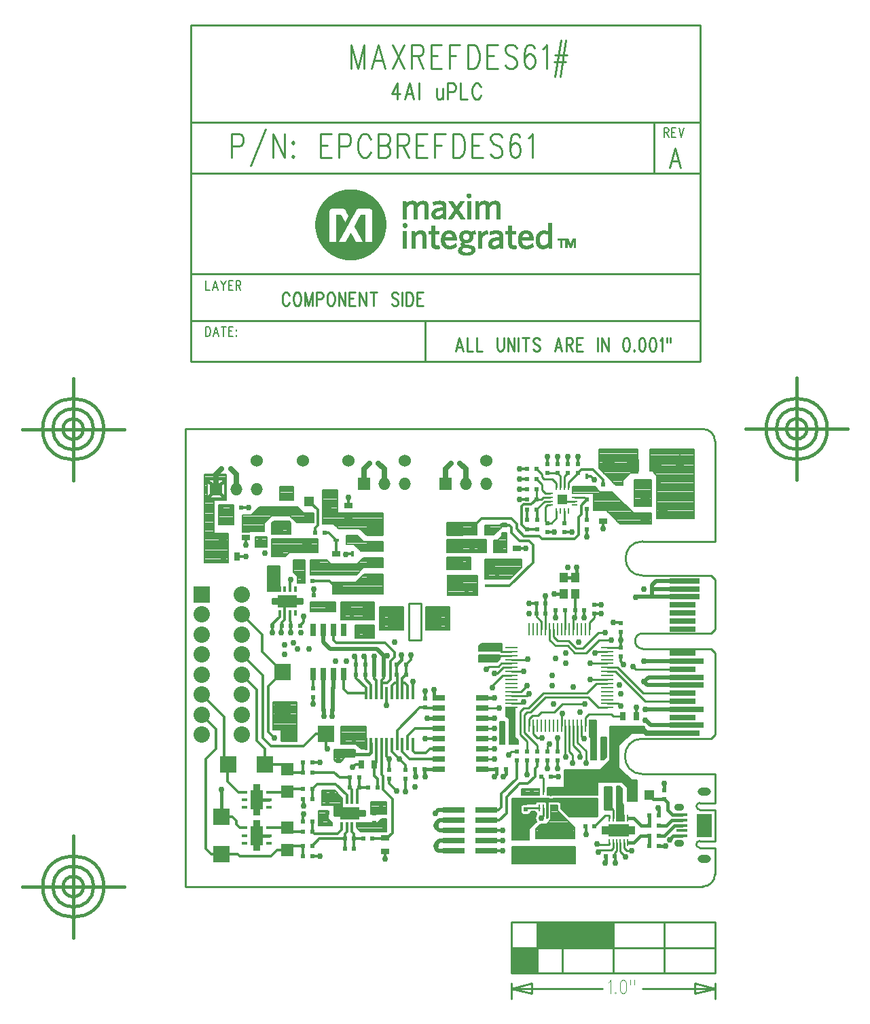
<source format=gbr>
*
*
G04 PADS 9.5 Build Number: 522968 generated Gerber (RS-274-X) file*
G04 PC Version=2.1*
*
%IN "MAXREFDES61_RA.pcb"*%
*
%MOIN*%
*
%FSLAX35Y35*%
*
*
*
*
G04 PC Standard Apertures*
*
*
G04 Thermal Relief Aperture macro.*
%AMTER*
1,1,$1,0,0*
1,0,$1-$2,0,0*
21,0,$3,$4,0,0,45*
21,0,$3,$4,0,0,135*
%
*
*
G04 Annular Aperture macro.*
%AMANN*
1,1,$1,0,0*
1,0,$2,0,0*
%
*
*
G04 Odd Aperture macro.*
%AMODD*
1,1,$1,0,0*
1,0,$1-0.005,0,0*
%
*
*
G04 PC Custom Aperture Macros*
*
*
*
*
*
*
G04 PC Aperture Table*
*
%ADD046C,0.015*%
%ADD048C,0.03*%
%ADD049C,0.035*%
%ADD050C,0.04*%
%ADD054C,0.06*%
%ADD083R,0.05X0.05*%
%ADD084R,0.06X0.06*%
%ADD146R,0.08X0.08*%
%ADD148C,0.02*%
%ADD159C,0.025*%
%ADD172C,0.012*%
%ADD177R,0.022X0.022*%
%ADD198C,0.01*%
%ADD199C,0.007*%
%ADD200C,0.001*%
%ADD206C,0.008*%
%ADD207C,0.009*%
%ADD223R,0.03X0.04*%
%ADD232C,0.003*%
%ADD233C,0.002*%
%ADD249R,0.04X0.03*%
%ADD250R,0.06X0.025*%
%ADD251R,0.1X0.07*%
%ADD254R,0.0315X0.01*%
%ADD255R,0.01X0.0315*%
%ADD256R,0.04921X0.04921*%
%ADD266R,0.03X0.02*%
%ADD268O,0.08X0.08*%
%ADD269R,0.075X0.08*%
%ADD270R,0.03X0.015*%
%ADD271R,0.015X0.03*%
%ADD272R,0.1X0.03*%
%ADD273O,0.06X0.06*%
%ADD274R,0.015X0.06*%
%ADD275R,0.0315X0.016*%
%ADD276R,0.06299X0.09449*%
%ADD277R,0.032X0.032*%
%ADD278R,0.01X0.03937*%
%ADD279R,0.01X0.03543*%
%ADD280R,0.04X0.025*%
%ADD281C,0.04921*%
%ADD282R,0.025X0.06*%
%ADD283R,0.01378X0.0315*%
%ADD284R,0.09449X0.06299*%
%ADD285R,0.01X0.05906*%
%ADD286R,0.05906X0.01*%
%ADD287R,0.07874X0.04724*%
%ADD288R,0.04331X0.05118*%
%ADD289R,0.00984X0.0374*%
%ADD290R,0.09843X0.06496*%
%ADD291R,0.03937X0.03937*%
%ADD292R,0.14567X0.02756*%
%ADD293R,0.16535X0.02756*%
%ADD294R,0.12598X0.02756*%
%ADD295R,0.08268X0.08268*%
%ADD296R,0.11X0.03*%
%ADD297R,0.05315X0.01575*%
%ADD298R,0.0748X0.11417*%
%ADD299O,0.06496X0.03937*%
%ADD300O,0.04921X0.03543*%
*
*
*
*
G04 PC Circuitry*
G04 Layer Name MAXREFDES61_RA.pcb - circuitry*
%LPD*%
*
*
G04 PC Custom Flashes*
G04 Layer Name MAXREFDES61_RA.pcb - flashes*
%LPD*%
*
*
G04 PC Circuitry*
G04 Layer Name MAXREFDES61_RA.pcb - circuitry*
%LPD*%
*
G54D46*
G01X1895061Y1450305D02*
Y1463750D01*
X1912561Y1441250D02*
X1918467D01*
X1912561Y1458750D02*
X1918467D01*
X1935311Y1451750D02*
X1935561D01*
X2083561Y1427750D02*
X2083811D01*
Y1431250*
X2109561Y1454750D02*
X2109811D01*
Y1451250*
X2095061Y1437750D02*
X2097561D01*
X2100967Y1441250*
X2105311*
X2095061Y1449750D02*
X2097561D01*
X2101061Y1446250*
X2105311*
X2115061Y1439250D02*
X2116943Y1441132D01*
X2121144*
X2109811Y1446250D02*
X2113502D01*
X2116061Y1448809*
X2121144*
X2109811Y1441250D02*
X2112561D01*
X2117561Y1446250*
X2121144*
X2105061Y1461250D02*
X2107311Y1459000D01*
X2112561*
X2105311Y1436250D02*
Y1441250D01*
X2109811Y1436250D02*
X2113061D01*
X2105311Y1451250D02*
Y1446250D01*
X2112561Y1459000D02*
X2114061Y1457500D01*
Y1453750*
X2116443Y1451368*
X2121144*
X1960061Y1482500D02*
Y1481250D01*
X1967604*
X1968604Y1482250*
Y1486250*
X1955061Y1482500D02*
X1960061D01*
X1996061Y1498750D02*
X2001811D01*
X1968561Y1486293D02*
X1968604Y1486250D01*
X1990311Y1473750D02*
Y1470250D01*
X2001811Y1473750D02*
X1994811D01*
Y1470250*
X1995061*
X2029061D02*
X2029147Y1470284D01*
X2029277Y1470336*
X2030311Y1471371*
Y1473750*
X2033561Y1470250D02*
X2034811Y1471500D01*
Y1473750*
X2023311Y1498750D02*
X2029061D01*
X2023311Y1473750D02*
X2030311D01*
X2112561Y1466750D02*
Y1463500D01*
X1999561Y1512750D02*
Y1508750D01*
X2001811*
X1981311Y1525250D02*
X1983561Y1527500D01*
Y1529750*
X2023311Y1508750D02*
X2029061D01*
X2058561Y1559750D02*
X2063108D01*
X2069014Y1567687D02*
X2069561Y1568234D01*
Y1572750*
X2063108Y1567687D02*
X2069014D01*
X1896551Y1615240D02*
X1894682Y1613371D01*
X1896551Y1607260D02*
X1894682Y1609129D01*
X1888571Y1607260D02*
X1890440Y1609129D01*
X1888571Y1615240D02*
X1890440Y1613371D01*
X1822478Y1401207D02*
Y1396207D01*
Y1391207*
Y1431207D02*
Y1401207D01*
X1802478Y1416207D02*
X1797478D01*
X1807478D02*
X1802478D01*
X1822478Y1431207D02*
Y1436207D01*
X1842478Y1416207D02*
X1847478D01*
X1837478D02*
X1842478D01*
X1807478D02*
X1837478D01*
X1827478D02*
G75*
G03X1827478I-5000J0D01*
G01X1837478D02*
G03X1837478I-15000J0D01*
G01X1832478D02*
G03X1832478I-10000J0D01*
G01X1822478Y1436207D02*
Y1441207D01*
X1822439Y1625600D02*
Y1620600D01*
Y1615600*
Y1655600D02*
Y1625600D01*
X1802439Y1640600D02*
X1797439D01*
X1807439D02*
X1802439D01*
X1822439Y1655600D02*
Y1660600D01*
X1842439Y1640600D02*
X1847439D01*
X1837439D02*
X1842439D01*
X1807439D02*
X1837439D01*
X1827439D02*
G03X1827439I-5000J0D01*
G01X1837439D02*
G03X1837439I-15000J0D01*
G01X1832439D02*
G03X1832439I-10000J0D01*
G01X1822439Y1660600D02*
Y1665600D01*
X2177561Y1625699D02*
Y1620699D01*
Y1615699*
Y1655699D02*
Y1625699D01*
X2157561Y1640699D02*
X2152561D01*
X2162561D02*
X2157561D01*
X2177561Y1655699D02*
Y1660699D01*
X2197561Y1640699D02*
X2202561D01*
X2192561D02*
X2197561D01*
X2162561D02*
X2192561D01*
X2182561D02*
G03X2182561I-5000J0D01*
G01X2192561D02*
G03X2192561I-15000J0D01*
G01X2187561D02*
G03X2187561I-10000J0D01*
G01X2177561Y1660699D02*
Y1665699D01*
G54D48*
X1948061Y1447250D03*
X1949561Y1461750D03*
X1935561Y1451750D03*
X1944061Y1447250D03*
X1935561Y1455750D03*
X1945561Y1461750D03*
X1943561Y1431250D03*
X1975561Y1429750D03*
X1975061Y1452750D03*
Y1444250D03*
X2000561Y1446250D03*
X1975061Y1448250D03*
X2000561Y1436250D03*
X2000061Y1452250D03*
X1973561Y1456750D03*
X2043561Y1462250D03*
X2033061Y1438750D03*
X2039061Y1430250D03*
Y1440250D03*
Y1444250D03*
X2033061Y1433750D03*
Y1443750D03*
X2039061Y1434250D03*
X2052061Y1449750D03*
X2079561Y1437250D03*
X2074061Y1441750D03*
X2047561Y1462250D03*
X2083561Y1427750D03*
X2080061Y1433250D03*
X2088561Y1427750D03*
X2096561Y1433750D03*
X2093561Y1430750D03*
X2113061Y1436250D03*
X2109561Y1454750D03*
X2115061Y1439250D03*
X2132061Y1449250D03*
Y1443250D03*
X1895061Y1463750D03*
X1921561Y1494250D03*
X1921061Y1489250D03*
X1955561Y1493750D03*
X1945561Y1499750D03*
X1959561Y1493750D03*
X1949561Y1499750D03*
X1952561Y1478250D03*
X1947061Y1483750D03*
X1959561Y1474750D03*
X1951561Y1482250D03*
X1943561Y1477250D03*
X1995061Y1488750D03*
X1996061Y1498750D03*
X1985561Y1462750D03*
X1977561Y1478750D03*
X1990061Y1465250D03*
X1981061Y1463250D03*
X1990561Y1470250D03*
X1982561Y1478750D03*
X1995061Y1470250D03*
X2029061Y1478750D03*
Y1493750D03*
Y1470250D03*
X2033061Y1487250D03*
X2033561Y1470250D03*
X2036061Y1480750D03*
X2029061Y1488750D03*
Y1483750D03*
Y1498750D03*
X2039561Y1487250D03*
X2071061Y1501750D03*
X2062561Y1501250D03*
X2052561Y1489250D03*
X2045061Y1471250D03*
X2073061Y1488750D03*
X2078061Y1479750D03*
X2060561Y1470250D03*
X2082561Y1479750D03*
X2060061Y1474250D03*
X2064061Y1479750D03*
X2067561Y1476750D03*
X2074061D03*
X2071061Y1479750D03*
X2056061Y1486250D03*
X2055061Y1474250D03*
X2060061Y1489250D03*
X2103061Y1497750D03*
X2085061Y1464250D03*
X2097061Y1493750D03*
X2112561Y1466750D03*
X2090061Y1464250D03*
X1920061Y1540750D03*
X1930561Y1535750D03*
X1926061Y1534750D03*
Y1530250D03*
X1932561Y1532750D03*
X1940061Y1505750D03*
X1938061Y1532750D03*
X1934061Y1540750D03*
X1929061D03*
X1924561D03*
X1956561Y1526750D03*
X1951061D03*
X1962061Y1539250D03*
X1960561Y1529250D03*
X1999561Y1512750D03*
X1995061Y1512250D03*
X1965061Y1529250D03*
X1988061Y1529750D03*
X1980061Y1536250D03*
X1983561Y1529750D03*
X1976311Y1505250D03*
X1970311Y1529250D03*
X1989061Y1516750D03*
X1976561Y1529500D03*
X2031561Y1503750D03*
X2029061Y1508750D03*
X2025061Y1522750D03*
X2043561Y1521750D03*
X2028061Y1513750D03*
X2022561Y1528250D03*
Y1533250D03*
X2043561Y1506750D03*
X2029061Y1520750D03*
X2070561Y1536250D03*
X2083561Y1540750D03*
X2067811Y1514250D03*
X2059061Y1528250D03*
X2073561Y1505750D03*
X2046061Y1510750D03*
X2058061Y1505750D03*
X2057561Y1519750D03*
Y1514750D03*
X2064061Y1525750D03*
X2076061D03*
X2064061Y1530750D03*
X2078561D03*
X2076061Y1517750D03*
X2045061Y1514750D03*
X2045561Y1527750D03*
X2086561Y1537250D03*
X2091061D03*
X2092561Y1525250D03*
X2090561Y1515250D03*
X2091061Y1510750D03*
X2102561Y1516750D03*
X2097061Y1524250D03*
X2102561Y1526750D03*
X2098811Y1504250D03*
X2103061Y1503250D03*
X2091061Y1504750D03*
X1919061Y1565750D03*
X1920561Y1562250D03*
X1916561Y1579750D03*
X1907061Y1578250D03*
X1940561Y1562250D03*
X1959061Y1548250D03*
X1955061D03*
X1935561Y1548750D03*
X1929061Y1566750D03*
X1932061Y1582250D03*
X1961061Y1562250D03*
X1962061Y1543250D03*
X1956061Y1579250D03*
X1946061Y1573750D03*
X1964061Y1581750D03*
X1974061Y1543750D03*
Y1547750D03*
Y1551750D03*
X2025561Y1568250D03*
X2030561D03*
X2039061Y1571250D03*
X2018061Y1582250D03*
X2016061Y1572750D03*
Y1576750D03*
X2015561Y1560250D03*
X2019561D03*
X2006061Y1551750D03*
Y1547750D03*
Y1543750D03*
X2065061Y1572750D03*
X2046061Y1550250D03*
Y1555250D03*
X2068561Y1548250D03*
X2059061Y1548000D03*
X2081561Y1550000D03*
X2058561Y1559750D03*
X2081561Y1554500D03*
X2044561Y1582250D03*
X2054061Y1558750D03*
X2073061Y1548250D03*
X2069561Y1572750D03*
X2087561Y1545750D03*
X2102561Y1562250D03*
X2098561Y1558250D03*
X1916561Y1583750D03*
X1908561Y1602250D03*
X1907061Y1583750D03*
X1930061Y1585750D03*
X1946061Y1609750D03*
X1925061Y1611250D03*
X1929561D03*
X1957561Y1607250D03*
X1928061Y1590250D03*
Y1594250D03*
X1933061Y1599750D03*
Y1595750D03*
X1962061Y1586250D03*
X2041561Y1606250D03*
Y1621250D03*
Y1616250D03*
Y1611250D03*
X2078061Y1615750D03*
X2067061Y1590250D03*
X2058561D03*
X2082561Y1591750D03*
X2074561Y1587750D03*
X2055061Y1627250D03*
X2065061D03*
X2060061D03*
X2070061D03*
G54D49*
X1912561Y1458750D03*
Y1441250D03*
G54D50*
X1927561Y1556250D03*
X1958061Y1452250D03*
X2090061Y1443750D03*
G54D54*
X1912561Y1625250D03*
X1985061D03*
X2025061D03*
X1935061D03*
X1957561D03*
X2085061D03*
X2120061D03*
G54D83*
X2105061Y1461250D03*
X2097061D03*
X2031061Y1582500D03*
X2023061D03*
X2027061Y1574000D03*
X1933061D03*
X1941061D03*
X1937061Y1582500D03*
X1938311Y1605250D03*
Y1597250D03*
X1946811Y1601250D03*
X1948561Y1553500D03*
X1956561D03*
X1952561Y1562000D03*
X2103311Y1605250D03*
Y1597250D03*
X2111811Y1601250D03*
G54D84*
X2097061Y1622750D03*
X2108061D03*
X1922561Y1591750D03*
Y1580750D03*
X1967561Y1540750D03*
Y1551750D03*
X1965061Y1613750D03*
X2005061D03*
X1892561Y1611250D03*
X1927561Y1445250D03*
Y1434250D03*
Y1462750D03*
Y1473750D03*
G54D146*
X1885585Y1559519D03*
G54D148*
X2000561Y1446250D02*
Y1447250D01*
X2002061Y1448750*
X2009061*
X2000561Y1446250D02*
Y1445250D01*
X2002061Y1443750*
X2009061*
X2000561Y1436250D02*
Y1437250D01*
X2002061Y1438750*
X2009061*
X2000561Y1436250D02*
Y1434750D01*
X2001561Y1433750*
X2009061*
X2000061Y1452250D02*
X2001561Y1453750D01*
X2009061*
X1949561Y1499750D02*
Y1503000D01*
X1949811Y1503250*
X2103061Y1497750D02*
X2103561D01*
X2105986Y1495325*
X2123624*
X1945061Y1542000D02*
Y1536250D01*
X1948561Y1532750*
X1971561*
X1974811Y1529500*
X1945061Y1520500D02*
Y1513500D01*
X1945311Y1513250*
Y1503250D02*
X1945561Y1503000D01*
Y1499750*
X1945311Y1503250D02*
Y1508250D01*
X1949811Y1503250D02*
Y1508250D01*
Y1513250D02*
X1950061Y1513500D01*
Y1520500*
X1945311Y1508250D02*
Y1513250D01*
X1949811Y1508250D02*
Y1513250D01*
X1974811Y1528000D02*
Y1529500D01*
X1976561*
X1974811Y1525250D02*
Y1528000D01*
X1970311Y1525250D02*
Y1529250D01*
X1974811Y1520250D02*
Y1525250D01*
X1970311Y1520250D02*
Y1525250D01*
X2102561Y1516750D02*
X2104758Y1518947D01*
X2123624*
X2102561Y1516750D02*
X2104301Y1515010D01*
X2123624*
X2102561Y1526750D02*
X2102632Y1526821D01*
X2123624*
X2103061Y1503250D02*
X2123574D01*
X2123624Y1503199*
X2108061Y1562254D02*
X2110561D01*
X2122640Y1558317D02*
X2106557D01*
Y1560250*
X2110561Y1562254D02*
X2106557D01*
Y1564246*
X2108502Y1566191*
X2122640*
X2110561Y1562254D02*
X2122640D01*
X2106557Y1560750D02*
Y1560250D01*
Y1562254*
X2098561Y1558250D02*
X2098628Y1558317D01*
X2106557*
G54D159*
X2097061Y1493750D02*
X2101561D01*
X2103923Y1491388*
X2122640*
X1899811Y1621250D02*
X1902561Y1618500D01*
Y1611250*
X1892561D02*
Y1618500D01*
X1895311Y1621250*
X1965061Y1613750D02*
Y1621000D01*
X1967811Y1623750*
X2005061Y1613750D02*
Y1621000D01*
X2007811Y1623750*
X1972311D02*
X1975061Y1621000D01*
Y1613750*
X2012311Y1623750D02*
X2015061Y1621000D01*
Y1613750*
G54D172*
X1887561Y1434695D02*
X1890061Y1432195D01*
X1895061*
X1887561Y1434695D02*
Y1478750D01*
X1892561Y1483750*
Y1493488*
X1895061Y1450305D02*
X1900561D01*
X1902561Y1448305*
Y1446750*
X1904311Y1445000*
X1906646*
X1906656Y1444990*
X1895061Y1432195D02*
X1903311D01*
X1904256Y1431250*
X1919561*
X1922561Y1434250*
X1927561*
X1918467Y1444990D02*
X1927301D01*
X1927561Y1445250*
X1918467Y1462490D02*
X1927301D01*
X1927561Y1462750*
X1955781Y1442250D02*
X1956781Y1443250D01*
Y1446345*
X1955781Y1442250D02*
Y1439780D01*
X1955811Y1439750*
X1939811Y1431250D02*
X1943561D01*
X1935311D02*
Y1436250D01*
X1960311Y1439750D02*
X1960341Y1439780D01*
Y1442250*
X1960311Y1439750D02*
X1964811D01*
X1935311Y1448250D02*
Y1451750D01*
X1939811Y1459250D02*
Y1464250D01*
X1935311Y1459250D02*
X1935561Y1459000D01*
Y1455750*
X1939811Y1448250D02*
Y1443250D01*
X1940811Y1442250*
X1952222*
X1954222Y1444250*
Y1446345*
X1939811Y1436250D02*
X1943311Y1439750D01*
X1955811*
X1927561Y1434250D02*
Y1436250D01*
X1935311*
X1927561Y1445250D02*
Y1443250D01*
X1935311*
X1959341Y1446345D02*
Y1443250D01*
X1960341Y1442250*
X1961900Y1458155D02*
Y1463839D01*
X1962811Y1464750*
X1955811Y1434750D02*
Y1439750D01*
X1960311Y1434750D02*
Y1439750D01*
X1975561Y1429750D02*
Y1433500D01*
X1969311Y1439750D02*
X1974811D01*
X1975561Y1440000*
X1976561*
X1979061Y1442500*
X2025061Y1433750D02*
X2033061D01*
X2025061Y1438750D02*
X2033061D01*
X2025061Y1443750D02*
X2033061D01*
X2025061Y1448750D02*
X2031561D01*
X2035061Y1452250*
Y1460250*
X2041436Y1466625*
X2045436*
X2049061Y1470250*
Y1474000*
X2050061Y1475000*
Y1478000*
X2025061Y1453750D02*
X2031061D01*
X2032561Y1455250*
Y1461750*
X2040061Y1469250*
Y1478000*
X2073811Y1445750D02*
X2074061Y1445500D01*
Y1441750*
X2088311Y1431250D02*
X2088561Y1431000D01*
Y1427750*
X1921561Y1494250D02*
X1928506D01*
Y1491250*
X1898301Y1467750D02*
X1903561Y1462490D01*
X1906656*
X1898301Y1467750D02*
Y1476045D01*
X1898506Y1476250*
X1916616D02*
X1925061D01*
X1927561Y1473750*
X1885585Y1500464D02*
X1892561Y1493488D01*
X1959561Y1474750D02*
X1961061Y1476250D01*
X1963811*
X1946616Y1491250D02*
Y1484250D01*
X1947061Y1483750*
X1939811Y1477250D02*
X1943561D01*
X1939811Y1464250D02*
X1942061Y1466500D01*
X1951311*
X1956781Y1461030*
Y1458155*
X1935311Y1472250D02*
Y1477250D01*
X1939811Y1472250D02*
X1950561D01*
X1953061Y1469750*
X1958311*
X1927561Y1473750D02*
Y1472250D01*
X1935311*
X1927561Y1462750D02*
Y1464250D01*
X1935311*
X1958311Y1464750D02*
X1959341Y1463720D01*
Y1458155*
X1958311Y1464750D02*
Y1469750D01*
X1962811D02*
Y1464750D01*
X1967311*
X1990311Y1470250D02*
X1990561D01*
X1995061Y1488750D02*
X2001811D01*
X1985561Y1462750D02*
Y1469000D01*
X1977561Y1478750D02*
Y1473500D01*
X1970311Y1470500D02*
X1971811Y1469000D01*
Y1464750*
X1970311Y1470500D02*
Y1476250D01*
X1982561Y1478750D02*
X1985561Y1475750D01*
Y1473500*
X1977561Y1469000D02*
Y1466750D01*
X1981061Y1463250*
X1989077Y1486250D02*
Y1482734D01*
X1990061Y1481750*
X1995561*
X1997561Y1483750*
X2001811*
X1986518Y1486250D02*
Y1490250D01*
X1988789Y1492522*
X1988833*
X1990061Y1493750*
X2001811*
X1983959Y1486250D02*
Y1482352D01*
X1987561Y1478750*
X2001811*
X1981400Y1486250D02*
Y1492839D01*
X1992561Y1504000*
X1995061*
X1978841Y1486250D02*
Y1482470D01*
X1982561Y1478750*
X1976281Y1486250D02*
Y1480030D01*
X1977561Y1478750*
X1973722Y1486250D02*
Y1471250D01*
X1974561Y1470411*
Y1463750*
X1979061Y1459250*
Y1442500*
X1970311Y1476250D02*
X1970413D01*
X1971163Y1477000*
Y1486250*
X2045061Y1471250D02*
Y1478000D01*
X2060061Y1474250D02*
Y1478000D01*
X2055061Y1474250D02*
Y1478000D01*
X2060061Y1482500D02*
Y1489250D01*
X2056811Y1470250D02*
X2060561D01*
X2098811Y1499750D02*
Y1504250D01*
X1918061Y1514305D02*
Y1492250D01*
X1921061Y1489250*
X1918061Y1514305D02*
X1925061Y1521305D01*
X1920061Y1540750D02*
Y1544000D01*
X1920311Y1544250*
X1905270Y1520149D02*
X1912632Y1512787D01*
Y1487679*
X1916616Y1483695*
Y1476250*
X1905270Y1529991D02*
X1915561Y1519700D01*
Y1489250*
X1919561Y1485250*
X1935561*
X1941561Y1491250*
X1946616*
X1885585Y1510306D02*
X1896561Y1499330D01*
Y1478195*
X1898506Y1476250*
X1940061Y1505750D02*
Y1509000D01*
X1929061Y1540750D02*
X1929311Y1541000D01*
Y1544250*
X1924561Y1540750D02*
Y1544000D01*
X1924811Y1544250*
X1960561Y1529250D02*
X1960811D01*
X1961311Y1528750*
Y1525250*
X1961295Y1518500D02*
X1966045Y1513750D01*
Y1511250*
X1961295Y1518500D02*
Y1520234D01*
X1961311Y1520250*
X1950061Y1542000D02*
Y1537250D01*
X1951561Y1535750*
X1975561*
X1980061Y1531250*
X1955061Y1520500D02*
Y1513250D01*
X1957061Y1511250*
X1966045*
X1961311Y1525250D02*
Y1520250D01*
X1940061Y1513500D02*
Y1520500D01*
X1965061Y1529250D02*
X1965811Y1528500D01*
Y1525250*
X1981400Y1516250D02*
Y1511250D01*
X1983959Y1516207D02*
Y1518398D01*
X1985811Y1520250*
X1983959Y1516207D02*
X1985061D01*
X1986518Y1514750*
Y1511250*
X1973722Y1516250D02*
Y1517411D01*
X1974811Y1518500*
Y1520250*
X1973722Y1516250D02*
X1976561D01*
X1978061Y1517750*
Y1526750*
X1980061Y1528750*
Y1531250*
X1989061Y1516750D02*
Y1511266D01*
X1989077Y1511250*
X1995061Y1504000D02*
X1995083Y1503754D01*
Y1503752*
X1995086Y1503750*
X2001811*
X1995061Y1508500D02*
Y1512250D01*
X1973722Y1511250D02*
Y1516250D01*
X1976281Y1511250D02*
X1976311Y1511220D01*
Y1505250*
X1978841Y1511250D02*
Y1514750D01*
X1980341Y1516250*
X1981400*
X1983959Y1511250D02*
Y1516207D01*
X1981311Y1520250D02*
X1981400Y1520161D01*
Y1516250*
X1965811Y1520250D02*
Y1518043D01*
X1968604Y1515250*
Y1511250*
X1965811Y1525250D02*
Y1520250D01*
X1970311D02*
Y1518250D01*
X1971163Y1517398*
Y1511250*
X1981311Y1525250D02*
Y1520250D01*
X1985811Y1525250D02*
X1988061Y1527500D01*
Y1529750*
X1985811Y1525250D02*
Y1520250D01*
X2091061Y1541000D02*
Y1537250D01*
Y1533500*
Y1529000D02*
Y1526750D01*
X2092561Y1525250*
X1902811Y1578250D02*
X1907061D01*
X1920311Y1544250D02*
Y1545000D01*
X1923722Y1548411*
Y1550345*
X1905270Y1549676D02*
X1915061Y1539886D01*
Y1531305*
X1925061Y1521305*
X1924781Y1545750D02*
X1926281Y1547250D01*
Y1550345*
X1924781Y1545750D02*
Y1544280D01*
X1924811Y1544250*
X1956061Y1579250D02*
X1956261Y1579450D01*
X1959561*
X1940561Y1559000D02*
Y1562250D01*
X1939811Y1566250D02*
X1948311D01*
X1952561Y1562000*
X1933811Y1544250D02*
X1935561Y1546000D01*
Y1548750*
X1929311Y1544250D02*
X1929341Y1543780D01*
X1928841Y1562155D02*
Y1566530D01*
X1929061Y1566750*
X1928841Y1550345D02*
Y1546470D01*
X1929341Y1545970*
Y1543780*
X1926281Y1550345D02*
Y1556250D01*
X1927561*
X2025761Y1563750D02*
X2036561D01*
X2048061Y1575250*
Y1583750*
X2040061Y1582000D02*
X2040311Y1582250D01*
X2044561*
X2063108Y1559750D02*
Y1559813D01*
X2046061Y1555250D02*
X2049811D01*
X2059061Y1548000D02*
Y1551000D01*
X2059311Y1551750*
X2054061Y1558750D02*
X2054311Y1558500D01*
Y1555250*
X2073061Y1548250D02*
Y1551750D01*
X2073311*
X2068811D02*
Y1559258D01*
X2068862Y1559310*
X2069014Y1559813*
X2049811Y1550250D02*
Y1555250D01*
X2054311Y1550250D02*
Y1555250D01*
X2078061Y1550000D02*
X2081561D01*
X2078061Y1554500D02*
X2081561D01*
X2087561Y1545750D02*
X2090811D01*
X2091061Y1545500*
X1907061Y1583750D02*
Y1587400D01*
X1907171Y1587510*
X1904811Y1602250D02*
X1908561D01*
X1945811Y1589750D02*
X1947861D01*
X1951361Y1586250*
X1941311Y1589750D02*
Y1592250D01*
X1942561Y1593500*
Y1600750*
X1938311Y1605250D02*
X1942561Y1601000D01*
Y1600750*
X1951361Y1586250D02*
X1951561Y1586050D01*
Y1579500*
X1957561Y1603000D02*
Y1607250D01*
X2019186Y1593125D02*
X2019311Y1593000D01*
Y1591250*
X2019186Y1593125D02*
X2022811Y1596750D01*
X2037561*
X2040061Y1594250*
Y1591750*
X2043561Y1588250*
X2051061*
X2052561Y1586750*
X2068561*
X2070561Y1588750*
Y1597500*
X2071811Y1598750*
Y1603250*
X2074561Y1606000*
X2041561Y1606250D02*
X2045311D01*
X2042561Y1602750D02*
Y1593750D01*
X2044811Y1591500*
X2045061*
X2042561Y1602750D02*
X2043561Y1603750D01*
X2047311*
X2049811Y1606250*
X2041561Y1621250D02*
X2045311D01*
X2041561Y1616250D02*
X2045311D01*
X2041561Y1611250D02*
X2045311D01*
X2034061Y1593500D02*
X2036561D01*
X2037561Y1592500*
Y1589750*
X2041561Y1585750*
X2046061*
X2048061Y1583750*
X2049936Y1601375D02*
X2050061Y1601250D01*
Y1596000*
X2082561Y1591750D02*
Y1595500D01*
X2074561Y1587750D02*
Y1591500D01*
X2055061Y1590000D02*
X2058561D01*
Y1590250*
X2045061Y1591500D02*
X2050061D01*
X2045061Y1596000D02*
Y1601000D01*
X2045311Y1601250*
X2070061Y1619000D02*
X2071811Y1620750D01*
X2077561*
X2082561Y1615750*
Y1613500*
X2074561Y1617450D02*
X2076561D01*
X2078061Y1615950*
Y1615750*
X2074561Y1601500D02*
Y1596000D01*
X2063561Y1590000D02*
X2066795D01*
X2066928Y1590133*
X2067061Y1590250*
X2060061Y1623500D02*
Y1627250D01*
X2055061Y1623500D02*
Y1627250D01*
X2070061Y1623500D02*
Y1627250D01*
X2065061Y1623500D02*
Y1627250D01*
G54D177*
X1962811Y1464750D03*
X1958311D03*
X1985811Y1525250D03*
X1981311D03*
X2030311Y1473750D03*
X2034811D03*
X1994811D03*
X1990311D03*
X1949811Y1508250D03*
X1945311D03*
X1949811Y1513250D03*
X1945311D03*
X1970311Y1520250D03*
X1974811D03*
X1940061Y1509000D03*
Y1513500D03*
X1970311Y1525250D03*
X1974811D03*
X1949811Y1503250D03*
X1945311D03*
X1960311Y1434750D03*
X1955811D03*
X1947061Y1452500D03*
Y1457000D03*
X1970061Y1452000D03*
Y1447500D03*
X2078061Y1554500D03*
Y1550000D03*
X2091061Y1529000D03*
Y1533500D03*
X2082311Y1483250D03*
X2077811D03*
X2032811Y1490750D03*
X2037311D03*
X2026061Y1533000D03*
Y1528500D03*
X2054311Y1555250D03*
X2049811D03*
X2082311Y1488250D03*
X2077811D03*
X2032811Y1495750D03*
X2037311D03*
X2031061Y1533000D03*
Y1528500D03*
X2054311Y1550250D03*
X2049811D03*
X2073311Y1551750D03*
X2068811D03*
X2112561Y1463500D03*
Y1459000D03*
X2109811Y1451250D03*
X2105311D03*
X2109811Y1436250D03*
X2105311D03*
X2083811Y1431250D03*
X2088311D03*
X2085311Y1455750D03*
X2089811D03*
X1955061Y1487000D03*
Y1482500D03*
X2063061Y1458000D03*
Y1462500D03*
X2056811Y1470250D03*
X2052311D03*
X1924811Y1544250D03*
X1920311D03*
X1914061Y1587000D03*
Y1591500D03*
X1961311Y1525250D03*
X1965811D03*
X2065061Y1623500D03*
Y1619000D03*
X2050061Y1591500D03*
Y1596000D03*
X2045311Y1601250D03*
X2049811D03*
X2063561Y1590000D03*
Y1594500D03*
X2074561Y1601500D03*
Y1606000D03*
X1960061Y1487000D03*
Y1482500D03*
X1961311Y1520250D03*
X1965811D03*
X1985811D03*
X1981311D03*
X1939811Y1472250D03*
X1935311D03*
X1971811Y1464750D03*
X1967311D03*
X1969311Y1439750D03*
X1964811D03*
X1977561Y1473500D03*
Y1469000D03*
X1985561Y1473500D03*
Y1469000D03*
X1995061Y1508500D03*
Y1504000D03*
X2063811Y1551750D03*
X2059311D03*
X2091061Y1541000D03*
Y1545500D03*
X1939811Y1464250D03*
X1935311D03*
X2105311Y1441250D03*
X2109811D03*
X2105311Y1446250D03*
X2109811D03*
X2044561Y1449500D03*
Y1454000D03*
X1929311Y1544250D03*
X1933811D03*
X1939811Y1436250D03*
X1935311D03*
X1895311Y1602250D03*
X1890811D03*
X1904811D03*
X1900311D03*
X2082561Y1613500D03*
Y1609000D03*
X2070061Y1623500D03*
Y1619000D03*
X2105311Y1613750D03*
X2109811D03*
X2049811Y1621250D03*
X2045311D03*
X2049811Y1616250D03*
X2045311D03*
X2045061Y1596000D03*
Y1591500D03*
X2055061Y1619000D03*
Y1623500D03*
X2060061D03*
Y1619000D03*
X1939811Y1443250D03*
X1935311D03*
X2045311Y1611250D03*
X2049811D03*
Y1606250D03*
X2045311D03*
X2074561Y1591500D03*
Y1596000D03*
X2034061Y1589000D03*
Y1593500D03*
X1935311Y1566250D03*
X1939811D03*
X1940561Y1554500D03*
Y1559000D03*
X1935311Y1459250D03*
X1939811D03*
X1941311Y1589750D03*
X1945811D03*
X2073811Y1445750D03*
X2078311D03*
X1935311Y1448250D03*
X1939811D03*
X1962811Y1469750D03*
X1958311D03*
X1960311Y1439750D03*
X1955811D03*
X2055061Y1590000D03*
Y1594500D03*
X1935311Y1477250D03*
X1939811D03*
X2040061Y1482500D03*
Y1478000D03*
X2050061Y1482500D03*
Y1478000D03*
X2045061Y1482500D03*
Y1478000D03*
X2055061Y1482500D03*
Y1478000D03*
X2060061Y1482500D03*
Y1478000D03*
X1935311Y1431250D03*
X1939811D03*
X2085311Y1460750D03*
X2089811D03*
X1967811Y1623750D03*
X1972311D03*
X2007811D03*
X2012311D03*
X1895311Y1621250D03*
X1899811D03*
G54D198*
X2067561Y1440750D02*
Y1443543D01*
X2065354Y1445750*
X2052768*
X2050561Y1443543*
Y1440750*
X2052561*
Y1441816*
X2052595Y1441943*
X2052661Y1442057*
X2054754Y1444150*
X2054868Y1444216*
X2054995Y1444250*
X2063127*
X2063254Y1444216*
X2063368Y1444150*
X2065461Y1442057*
X2065527Y1441943*
X2065561Y1441816*
Y1440750*
X2067561*
X2050561D02*
Y1443543D01*
X2051061Y1440750D02*
Y1444043D01*
X2051561Y1440750D02*
Y1444543D01*
X2052061Y1440750D02*
Y1445043D01*
X2052561Y1441816D02*
Y1445543D01*
X2053061Y1442457D02*
Y1445750D01*
X2053561Y1442957D02*
Y1445750D01*
X2054061Y1443457D02*
Y1445750D01*
X2054561Y1443957D02*
Y1445750D01*
X2055061Y1444250D02*
Y1445750D01*
X2055561Y1444250D02*
Y1445750D01*
X2056061Y1444250D02*
Y1445750D01*
X2056561Y1444250D02*
Y1445750D01*
X2057061Y1444250D02*
Y1445750D01*
X2057561Y1444250D02*
Y1445750D01*
X2058061Y1444250D02*
Y1445750D01*
X2058561Y1444250D02*
Y1445750D01*
X2059061Y1444250D02*
Y1445750D01*
X2059561Y1444250D02*
Y1445750D01*
X2060061Y1444250D02*
Y1445750D01*
X2060561Y1444250D02*
Y1445750D01*
X2061061Y1444250D02*
Y1445750D01*
X2061561Y1444250D02*
Y1445750D01*
X2062061Y1444250D02*
Y1445750D01*
X2062561Y1444250D02*
Y1445750D01*
X2063061Y1444250D02*
Y1445750D01*
X2063561Y1443957D02*
Y1445750D01*
X2064061Y1443457D02*
Y1445750D01*
X2064561Y1442957D02*
Y1445750D01*
X2065061Y1442457D02*
Y1445750D01*
X2065561Y1440750D02*
Y1445543D01*
X2066061Y1440750D02*
Y1445043D01*
X2066561Y1440750D02*
Y1444543D01*
X2067061Y1440750D02*
Y1444043D01*
X2065354Y1428750D02*
X2067561Y1430957D01*
Y1433750*
X2065561*
Y1432684*
X2065527Y1432557*
X2065461Y1432443*
X2063368Y1430350*
X2063254Y1430284*
X2063127Y1430250*
X2054995*
X2054868Y1430284*
X2054754Y1430350*
X2052661Y1432443*
X2052595Y1432557*
X2052561Y1432684*
Y1433750*
X2050561*
Y1430957*
X2052768Y1428750*
X2065354*
X2050561Y1430957D02*
Y1433750D01*
X2051061Y1430457D02*
Y1433750D01*
X2051561Y1429957D02*
Y1433750D01*
X2052061Y1429457D02*
Y1433750D01*
X2052561Y1428957D02*
Y1432684D01*
X2053061Y1428750D02*
Y1432043D01*
X2053561Y1428750D02*
Y1431543D01*
X2054061Y1428750D02*
Y1431043D01*
X2054561Y1428750D02*
Y1430543D01*
X2055061Y1428750D02*
Y1430250D01*
X2055561Y1428750D02*
Y1430250D01*
X2056061Y1428750D02*
Y1430250D01*
X2056561Y1428750D02*
Y1430250D01*
X2057061Y1428750D02*
Y1430250D01*
X2057561Y1428750D02*
Y1430250D01*
X2058061Y1428750D02*
Y1430250D01*
X2058561Y1428750D02*
Y1430250D01*
X2059061Y1428750D02*
Y1430250D01*
X2059561Y1428750D02*
Y1430250D01*
X2060061Y1428750D02*
Y1430250D01*
X2060561Y1428750D02*
Y1430250D01*
X2061061Y1428750D02*
Y1430250D01*
X2061561Y1428750D02*
Y1430250D01*
X2062061Y1428750D02*
Y1430250D01*
X2062561Y1428750D02*
Y1430250D01*
X2063061Y1428750D02*
Y1430250D01*
X2063561Y1428750D02*
Y1430543D01*
X2064061Y1428750D02*
Y1431043D01*
X2064561Y1428750D02*
Y1431543D01*
X2065061Y1428750D02*
Y1432043D01*
X2065561Y1428957D02*
Y1433750D01*
X2066061Y1429457D02*
Y1433750D01*
X2066561Y1429957D02*
Y1433750D01*
X2067061Y1430457D02*
Y1433750D01*
X1920187Y1557325D02*
Y1555175D01*
X1934935*
Y1557325*
X1920187*
X1920561Y1555175D02*
Y1557325D01*
X1921061Y1555175D02*
Y1557325D01*
X1921561Y1555175D02*
Y1557325D01*
X1922061Y1555175D02*
Y1557325D01*
X1922561Y1555175D02*
Y1557325D01*
X1923061Y1555175D02*
Y1557325D01*
X1923561Y1555175D02*
Y1557325D01*
X1924061Y1555175D02*
Y1557325D01*
X1924561Y1555175D02*
Y1557325D01*
X1925061Y1555175D02*
Y1557325D01*
X1925561Y1555175D02*
Y1557325D01*
X1926061Y1555175D02*
Y1557325D01*
X1926561Y1555175D02*
Y1557325D01*
X1927061Y1555175D02*
Y1557325D01*
X1927561Y1555175D02*
Y1557325D01*
X1928061Y1555175D02*
Y1557325D01*
X1928561Y1555175D02*
Y1557325D01*
X1929061Y1555175D02*
Y1557325D01*
X1929561Y1555175D02*
Y1557325D01*
X1930061Y1555175D02*
Y1557325D01*
X1930561Y1555175D02*
Y1557325D01*
X1931061Y1555175D02*
Y1557325D01*
X1931561Y1555175D02*
Y1557325D01*
X1932061Y1555175D02*
Y1557325D01*
X1932561Y1555175D02*
Y1557325D01*
X1933061Y1555175D02*
Y1557325D01*
X1933561Y1555175D02*
Y1557325D01*
X1934061Y1555175D02*
Y1557325D01*
X1934561Y1555175D02*
Y1557325D01*
X1965435Y1451175D02*
Y1453325D01*
X1950687*
Y1451175*
X1965435*
X1951061D02*
Y1453325D01*
X1951561Y1451175D02*
Y1453325D01*
X1952061Y1451175D02*
Y1453325D01*
X1952561Y1451175D02*
Y1453325D01*
X1953061Y1451175D02*
Y1453325D01*
X1953561Y1451175D02*
Y1453325D01*
X1954061Y1451175D02*
Y1453325D01*
X1954561Y1451175D02*
Y1453325D01*
X1955061Y1451175D02*
Y1453325D01*
X1955561Y1451175D02*
Y1453325D01*
X1956061Y1451175D02*
Y1453325D01*
X1956561Y1451175D02*
Y1453325D01*
X1957061Y1451175D02*
Y1453325D01*
X1957561Y1451175D02*
Y1453325D01*
X1958061Y1451175D02*
Y1453325D01*
X1958561Y1451175D02*
Y1453325D01*
X1959061Y1451175D02*
Y1453325D01*
X1959561Y1451175D02*
Y1453325D01*
X1960061Y1451175D02*
Y1453325D01*
X1960561Y1451175D02*
Y1453325D01*
X1961061Y1451175D02*
Y1453325D01*
X1961561Y1451175D02*
Y1453325D01*
X1962061Y1451175D02*
Y1453325D01*
X1962561Y1451175D02*
Y1453325D01*
X1963061Y1451175D02*
Y1453325D01*
X1963561Y1451175D02*
Y1453325D01*
X1964061Y1451175D02*
Y1453325D01*
X1964561Y1451175D02*
Y1453325D01*
X1965061Y1451175D02*
Y1453325D01*
X2052061Y1449750D02*
X2053061Y1450750D01*
X2053077*
Y1454813*
X2079561Y1437250D02*
X2080061Y1436750D01*
X2085632*
Y1437844*
X2080061Y1433250D02*
X2081061Y1434250D01*
X2086404*
X2087404Y1435250*
Y1437844*
X2078311Y1445750D02*
X2083561Y1451000D01*
X2085632*
Y1449656*
X2044561Y1454000D02*
X2045374Y1454813D01*
X2051108*
X2094490Y1437844D02*
Y1437750D01*
X2095061*
X2092719Y1437844D02*
Y1435250D01*
X2094219Y1433750*
X2096561*
X2090947Y1437844D02*
Y1433350D01*
X2092222Y1432075*
X2092236*
X2093561Y1430750*
X2094490Y1449656D02*
Y1449750D01*
X2095061*
X2085311Y1455750D02*
X2085404D01*
X2087404Y1453750*
Y1449656*
X2088311Y1431250D02*
Y1432772D01*
X2089175Y1433636*
Y1437844*
X2043811Y1491750D02*
Y1500500D01*
X2045061Y1501750*
X2046811*
X2054061Y1509000*
X2075311*
X2080325Y1503986*
X2084683*
X2043811Y1491750D02*
X2050061Y1485500D01*
Y1482500*
X2041811Y1490750D02*
Y1502000D01*
X2043561Y1503750*
X2045811*
X2053311Y1511250*
X2074514*
X2079061Y1515797*
X2084683*
X2041811Y1490750D02*
X2045061Y1487500D01*
Y1482500*
X2036061Y1480750D02*
Y1481000D01*
X2037561Y1482500*
X2040061*
X2023311Y1493750D02*
X2029061D01*
X2023311Y1488750D02*
X2029061D01*
X2023311Y1483750D02*
X2029061D01*
X2023311Y1478750D02*
X2029061D01*
X2055061Y1482500D02*
Y1485250D01*
X2056061Y1486250*
X2073856Y1495128D02*
Y1499250D01*
X2075356Y1500750*
X2086561*
X2087561Y1499750*
X2092311*
X2071888Y1495128D02*
Y1489923D01*
X2073061Y1488750*
X2069919Y1495128D02*
Y1486892D01*
X2074061Y1482750*
Y1476750*
X2067951Y1495128D02*
Y1485360D01*
X2071061Y1482250*
Y1479750*
X2065982Y1495128D02*
Y1482329D01*
X2067561Y1480750*
Y1476750*
X2064014Y1495128D02*
Y1479750D01*
X2064061*
X2062045Y1495128D02*
Y1500734D01*
X2062561Y1501250*
X2048266Y1495128D02*
Y1491250D01*
X2050266Y1489250*
X2052561*
X2046297Y1495128D02*
Y1498500D01*
X2047797Y1500000*
X2050561*
X2052311Y1501750*
X2058561*
X2062561Y1505750*
X2073561*
X2052311Y1470250D02*
X2053077Y1469484D01*
Y1462687*
X2025061Y1522750D02*
X2026561Y1524250D01*
X2031171*
X2032561Y1525640*
X2037439*
X2028061Y1513750D02*
Y1514734D01*
X2033061Y1519734*
X2037439*
X2029061Y1520750D02*
X2030640D01*
X2033561Y1523671*
X2037439*
Y1505955D02*
X2042766D01*
X2043561Y1506750*
X2037439Y1509892D02*
X2045061D01*
X2045919Y1510750*
X2046061*
X2037439Y1511860D02*
X2042171D01*
X2045061Y1514750*
X2037439Y1521703D02*
X2043514D01*
X2043561Y1521750*
X2037439Y1527608D02*
X2045419D01*
X2045561Y1527750*
X2023311Y1503750D02*
X2031561D01*
X2031061Y1528500D02*
X2032138Y1529577D01*
X2037439*
X2031061Y1533000D02*
X2032516Y1531545D01*
X2037439*
X2076061Y1525750D02*
X2076171Y1525640D01*
X2084683*
X2078561Y1530750D02*
Y1531045D01*
X2079061Y1531545*
X2084683*
X2076061Y1517750D02*
X2076077Y1517766D01*
X2084683*
X2054171Y1542372D02*
Y1550189D01*
X2054202Y1550220*
X2054281*
X2054311Y1550250*
X2056140Y1542372D02*
Y1537250D01*
X2059100Y1534289*
X2065022*
X2068561Y1530750*
X2074061*
X2080561Y1537250*
X2086561*
X2058108Y1542372D02*
Y1538750D01*
X2060108Y1536750*
X2065561*
X2069061Y1533250*
X2072561*
X2080061Y1540750*
X2083561*
X2067951Y1542372D02*
Y1548250D01*
X2068561*
X2075825Y1542372D02*
Y1545750D01*
X2078061Y1547986*
Y1550000*
X2097061Y1524250D02*
X2098561Y1522884D01*
X2121656*
X2084683Y1533514D02*
X2091047D01*
X2091061Y1533500*
X2084683Y1523671D02*
X2089640D01*
X2102238Y1511073*
X2121656*
X2084683Y1521703D02*
X2088608D01*
X2103175Y1507136*
X2121656*
X2084683Y1505955D02*
X2089856D01*
X2091061Y1504750*
X2068561Y1548250D02*
X2068811D01*
Y1551750*
X2063811D02*
X2064014Y1551547D01*
Y1542372*
X2049811Y1550250D02*
Y1548642D01*
X2052203Y1546250*
Y1542372*
X2049936Y1601375D02*
X2053827Y1605266D01*
X2056656*
X2054061Y1599750D02*
Y1602297D01*
X2055061Y1603297*
X2056656*
X2054061Y1599750D02*
Y1595500D01*
X2055061Y1594500*
X2057061*
X2059608Y1597047*
Y1600344*
X2049811Y1606250D02*
X2052061D01*
X2053045Y1607234*
X2056656*
X2049811Y1606250D02*
Y1611250D01*
X2060061Y1619000D02*
X2061561Y1617500D01*
X2061577*
Y1612156*
X2055061Y1619000D02*
X2060061D01*
X2049811Y1616250D02*
X2052561Y1613500D01*
Y1610703*
X2054061Y1609203*
X2056656*
X2049811Y1621250D02*
X2052561Y1618500D01*
Y1617250*
X2053561Y1616250*
X2057608*
X2059608Y1614250*
Y1612156*
X2062561Y1606250D02*
Y1605266D01*
X2068467*
Y1607234D02*
X2073327D01*
X2074561Y1606000*
X2063545Y1600344D02*
Y1594516D01*
X2063561Y1594500*
X2063545Y1612156D02*
Y1617500D01*
X2063561*
X2065061Y1619000*
X2065514Y1612156D02*
Y1614453D01*
X2070061Y1619000*
X2049811Y1601250D02*
X2049936Y1601375D01*
X2083061Y1454250D02*
X2086561D01*
Y1465250*
X2083061*
Y1454250*
Y1465049D02*
X2086561D01*
X2083061Y1464149D02*
X2086561D01*
X2083061Y1463249D02*
X2086561D01*
X2083061Y1462349D02*
X2086561D01*
X2083061Y1461449D02*
X2086561D01*
X2083061Y1460549D02*
X2086561D01*
X2083061Y1459649D02*
X2086561D01*
X2083061Y1458749D02*
X2086561D01*
X2083061Y1457849D02*
X2086561D01*
X2083061Y1456949D02*
X2086561D01*
X2083061Y1456049D02*
X2086561D01*
X2083061Y1455149D02*
X2086561D01*
X2101970Y1488825D02*
G03Y1471368I0J-8729D01*
G01X2137404*
Y1457274*
X2129982*
X2129981D02*
G03X2129984Y1453947I-9J-1664D01*
G01X2129982D02*
X2137404D01*
Y1438593*
X2129963*
G03Y1435246I-0J-1674*
G01X2137404*
Y1422156*
X2131498Y1416250D02*
G03X2137404Y1422156I0J5906D01*
G01X2131498Y1416250D02*
X1877561D01*
Y1640659*
X2131498*
X2131498*
X2137404Y1634754D02*
G03X2131498Y1640659I-5906J-0D01*
G01X2137404Y1634754D02*
Y1585541D01*
X2101970*
G03Y1568746I0J-8397*
G01X2135435*
X2137404Y1566778*
Y1542368*
X2135435Y1540400*
X2101970*
X2101970*
G03Y1532919I0J-3741*
G01X2135435*
X2137404Y1530951*
Y1490793*
X2135435Y1488825*
X2101970*
X1987061Y1555250D02*
X1993061D01*
Y1537250*
X1987061*
Y1555250*
X2037561Y1373750D02*
X2137561D01*
Y1398750*
X2037561*
Y1373750*
Y1366250D02*
X2082061D01*
X2037561D02*
X2047561Y1368750D01*
Y1363750*
X2037561Y1366250*
X2137561D02*
X2101697D01*
X2137561D02*
X2127561Y1363750D01*
Y1368750*
X2137561Y1366250*
X2037561Y1368750D02*
Y1361250D01*
X2137561Y1368750D02*
Y1361250D01*
X2039561Y1373750D02*
Y1386250D01*
X2040561Y1373750D02*
Y1386250D01*
X2041561D02*
Y1373750D01*
X2042561Y1386250D02*
Y1373750D01*
X2043561Y1386250D02*
Y1373750D01*
X2044561Y1386250D02*
Y1373750D01*
X2045561Y1386250D02*
Y1373750D01*
X2046561Y1386250D02*
Y1373750D01*
X2047561D02*
Y1386250D01*
X2048561Y1373750D02*
Y1386250D01*
X2051561D02*
Y1398750D01*
X2052561Y1386250D02*
Y1398750D01*
X2053561D02*
Y1386250D01*
X2054561Y1398750D02*
Y1386250D01*
X2055561Y1398750D02*
Y1386250D01*
X2056561Y1398750D02*
Y1386250D01*
X2057561Y1398750D02*
Y1386250D01*
X2058561Y1398750D02*
Y1386250D01*
X2059561D02*
Y1398750D01*
X2060561Y1386250D02*
Y1398750D01*
X2050061Y1373750D02*
Y1398750D01*
X2062561Y1373750D02*
Y1398750D01*
X2037561Y1386250D02*
X2137561D01*
X2112561Y1373750D02*
Y1398750D01*
X2087561Y1373750D02*
Y1398750D01*
X2038561Y1373750D02*
Y1386250D01*
X2049061Y1373750D02*
Y1386250D01*
X2051061D02*
Y1398750D01*
X2061561Y1386250D02*
Y1398750D01*
X2064561Y1386250D02*
Y1398750D01*
X2063561Y1386250D02*
Y1398750D01*
X2065561Y1386250D02*
Y1398750D01*
X2066561D02*
Y1386250D01*
X2067561Y1398750D02*
Y1386250D01*
X2068561Y1398750D02*
Y1386250D01*
X2069561Y1398750D02*
Y1386250D01*
X2070561Y1398750D02*
Y1386250D01*
X2072561D02*
Y1398750D01*
X2071561D02*
Y1386250D01*
X2073561D02*
Y1398750D01*
X2074561Y1386250D02*
Y1398750D01*
X2076561Y1386250D02*
Y1398750D01*
X2075561Y1386250D02*
Y1398750D01*
X2077561Y1386250D02*
Y1398750D01*
X2078561D02*
Y1386250D01*
X2079561Y1398750D02*
Y1386250D01*
X2080561Y1398750D02*
Y1386250D01*
X2081561Y1398750D02*
Y1386250D01*
X2082561Y1398750D02*
Y1386250D01*
X2083561Y1398750D02*
Y1386250D01*
X2084561D02*
Y1398750D01*
X2085561Y1386250D02*
Y1398750D01*
X2086561Y1386250D02*
Y1398750D01*
X2130061Y1673750D02*
Y1838750D01*
X1880061*
Y1673750*
X2130061*
X2107561Y1791250D02*
Y1766250D01*
X2130061Y1791250D02*
X1880061D01*
X2130061Y1766250D02*
X1880061D01*
X2130061Y1693750D02*
X1880061D01*
X2130061Y1716950D02*
X1880061D01*
X1995061Y1673750D02*
Y1693750D01*
X1981489Y1810326D02*
X1978762Y1805076D01*
X1982853*
X1981489Y1810326D02*
Y1802451D01*
X1987489Y1810326D02*
X1985307Y1802451D01*
X1987489Y1810326D02*
X1989671Y1802451D01*
X1986125Y1805076D02*
X1988853D01*
X1992125Y1810326D02*
Y1802451D01*
X2000853Y1807701D02*
Y1803951D01*
X2001125Y1802826*
X2001671Y1802451*
X2002489*
X2003035Y1802826*
X2003853Y1803951*
Y1807701D02*
Y1802451D01*
X2006307Y1810326D02*
Y1802451D01*
Y1810326D02*
X2008762D01*
X2009580Y1809951*
X2009853Y1809576*
X2010125Y1808826*
Y1807701*
X2009853Y1806951*
X2009580Y1806576*
X2008762Y1806201*
X2006307*
X2012580Y1810326D02*
Y1802451D01*
X2015853*
X2022398Y1808451D02*
X2022125Y1809201D01*
X2021580Y1809951*
X2021035Y1810326*
X2019944*
X2019398Y1809951*
X2018853Y1809201*
X2018580Y1808451*
X2018307Y1807326*
Y1805451*
X2018580Y1804326*
X2018853Y1803576*
X2019398Y1802826*
X2019944Y1802451*
X2021035*
X2021580Y1802826*
X2022125Y1803576*
X2022398Y1804326*
X1958762Y1829263D02*
Y1817451D01*
Y1829263D02*
X1962035Y1817451D01*
X1965307Y1829263D02*
X1962035Y1817451D01*
X1965307Y1829263D02*
Y1817451D01*
X1972262Y1829263D02*
X1968989Y1817451D01*
X1972262Y1829263D02*
X1975535Y1817451D01*
X1970216Y1821388D02*
X1974307D01*
X1979216Y1829263D02*
X1984944Y1817451D01*
Y1829263D02*
X1979216Y1817451D01*
X1988625Y1829263D02*
Y1817451D01*
Y1829263D02*
X1992307D01*
X1993535Y1828701*
X1993944Y1828138*
X1994353Y1827013*
Y1825888*
X1993944Y1824763*
X1993535Y1824201*
X1992307Y1823638*
X1988625*
X1991489D02*
X1994353Y1817451D01*
X1998035Y1829263D02*
Y1817451D01*
Y1829263D02*
X2003353D01*
X1998035Y1823638D02*
X2001307D01*
X1998035Y1817451D02*
X2003353D01*
X2007035Y1829263D02*
Y1817451D01*
Y1829263D02*
X2012353D01*
X2007035Y1823638D02*
X2010307D01*
X2016035Y1829263D02*
Y1817451D01*
Y1829263D02*
X2018898D01*
X2020125Y1828701*
X2020944Y1827576*
X2021353Y1826451*
X2021762Y1824763*
Y1821951*
X2021353Y1820263*
X2020944Y1819138*
X2020125Y1818013*
X2018898Y1817451*
X2016035*
X2025444Y1829263D02*
Y1817451D01*
Y1829263D02*
X2030762D01*
X2025444Y1823638D02*
X2028716D01*
X2025444Y1817451D02*
X2030762D01*
X2040171Y1827576D02*
X2039353Y1828701D01*
X2038125Y1829263*
X2036489*
X2035262Y1828701*
X2034444Y1827576*
Y1826451*
X2034853Y1825326*
X2035262Y1824763*
X2036080Y1824201*
X2038535Y1823076*
X2039353Y1822513*
X2039762Y1821951*
X2040171Y1820826*
Y1819138*
X2039353Y1818013*
X2038125Y1817451*
X2036489*
X2035262Y1818013*
X2034444Y1819138*
X2048762Y1827576D02*
X2048353Y1828701D01*
X2047125Y1829263*
X2046307*
X2045080Y1828701*
X2044262Y1827013*
X2043853Y1824201*
Y1821388*
X2044262Y1819138*
X2045080Y1818013*
X2046307Y1817451*
X2046716*
X2047944Y1818013*
X2048762Y1819138*
X2049171Y1820826*
Y1821388*
X2048762Y1823076*
X2047944Y1824201*
X2046716Y1824763*
X2046307*
X2045080Y1824201*
X2044262Y1823076*
X2043853Y1821388*
X2052853Y1827013D02*
X2053671Y1827576D01*
X2054898Y1829263*
Y1817451*
X2061853Y1831513D02*
X2058989Y1813513D01*
X2064307Y1831513D02*
X2061444Y1813513D01*
X2058989Y1824201D02*
X2064716D01*
X2058580Y1820826D02*
X2064307D01*
X1900061Y1785563D02*
Y1773750D01*
Y1785563D02*
X1903743D01*
X1903743D02*
X1904970Y1785000D01*
X1905379Y1784438*
X1905379D02*
X1905788Y1783313D01*
X1905788D02*
Y1781625D01*
X1905379Y1780500*
X1904970Y1779938*
X1904970D02*
X1903743Y1779375D01*
X1900061*
X1916834Y1787813D02*
X1909470Y1769812D01*
X1920516Y1785563D02*
Y1773750D01*
Y1785563D02*
X1926243Y1773750D01*
Y1785563D02*
Y1773750D01*
X1930334Y1781625D02*
X1929925Y1781063D01*
X1929925D02*
X1930334Y1780500D01*
X1930743Y1781063*
X1930743D02*
X1930334Y1781625D01*
Y1774875D02*
X1929925Y1774313D01*
X1929925D02*
X1930334Y1773750D01*
X1930743Y1774313*
X1930743D02*
X1930334Y1774875D01*
X1943834Y1785563D02*
Y1773750D01*
Y1785563D02*
X1949152D01*
X1943834Y1779938D02*
X1947106D01*
X1943834Y1773750D02*
X1949152D01*
X1952834Y1785563D02*
Y1773750D01*
Y1785563D02*
X1956516D01*
X1956516D02*
X1957743Y1785000D01*
X1958152Y1784438*
X1958152D02*
X1958561Y1783313D01*
X1958561D02*
Y1781625D01*
X1958152Y1780500*
X1957743Y1779938*
X1957743D02*
X1956516Y1779375D01*
X1952834*
X1968379Y1782750D02*
X1967970Y1783875D01*
X1967152Y1785000*
X1966334Y1785563*
X1966334D02*
X1964697D01*
X1964697D02*
X1963879Y1785000D01*
X1963061Y1783875*
X1962652Y1782750*
X1962243Y1781063*
X1962243D02*
Y1778250D01*
X1962652Y1776563*
X1962652D02*
X1963061Y1775438D01*
X1963061D02*
X1963879Y1774313D01*
X1963879D02*
X1964697Y1773750D01*
X1966334*
X1967152Y1774313*
X1967152D02*
X1967970Y1775438D01*
X1967970D02*
X1968379Y1776563D01*
X1972061Y1785563D02*
Y1773750D01*
Y1785563D02*
X1975743D01*
X1975743D02*
X1976970Y1785000D01*
X1977379Y1784438*
X1977379D02*
X1977788Y1783313D01*
X1977788D02*
Y1782188D01*
X1977788D02*
X1977379Y1781063D01*
X1977379D02*
X1976970Y1780500D01*
X1975743Y1779938*
X1972061D02*
X1975743D01*
X1975743D02*
X1976970Y1779375D01*
X1977379Y1778813*
X1977379D02*
X1977788Y1777688D01*
X1977788D02*
Y1776000D01*
X1977379Y1774875*
X1976970Y1774313*
X1976970D02*
X1975743Y1773750D01*
X1972061*
X1981470Y1785563D02*
Y1773750D01*
Y1785563D02*
X1985152D01*
X1985152D02*
X1986379Y1785000D01*
X1986788Y1784438*
X1986788D02*
X1987197Y1783313D01*
X1987197D02*
Y1782188D01*
X1987197D02*
X1986788Y1781063D01*
X1986788D02*
X1986379Y1780500D01*
X1985152Y1779938*
X1985152D02*
X1981470D01*
X1984334D02*
X1987197Y1773750D01*
X1990879Y1785563D02*
Y1773750D01*
Y1785563D02*
X1996197D01*
X1990879Y1779938D02*
X1994152D01*
X1990879Y1773750D02*
X1996197D01*
X1999879Y1785563D02*
Y1773750D01*
Y1785563D02*
X2005197D01*
X1999879Y1779938D02*
X2003152D01*
X2008879Y1785563D02*
Y1773750D01*
Y1785563D02*
X2011743D01*
X2011743D02*
X2012970Y1785000D01*
X2013788Y1783875*
X2014197Y1782750*
X2014606Y1781063*
X2014606D02*
Y1778250D01*
X2014197Y1776563*
X2014197D02*
X2013788Y1775438D01*
X2013788D02*
X2012970Y1774313D01*
X2012970D02*
X2011743Y1773750D01*
X2008879*
X2018288Y1785563D02*
Y1773750D01*
Y1785563D02*
X2023606D01*
X2018288Y1779938D02*
X2021561D01*
X2018288Y1773750D02*
X2023606D01*
X2033016Y1783875D02*
X2032197Y1785000D01*
X2030970Y1785563*
X2030970D02*
X2029334D01*
X2029334D02*
X2028106Y1785000D01*
X2027288Y1783875*
Y1782750*
X2027697Y1781625*
X2028106Y1781063*
X2028106D02*
X2028925Y1780500D01*
X2031379Y1779375*
X2032197Y1778813*
X2032197D02*
X2032606Y1778250D01*
X2033016Y1777125*
Y1775438*
X2033016D02*
X2032197Y1774313D01*
X2032197D02*
X2030970Y1773750D01*
X2029334*
X2028106Y1774313*
X2028106D02*
X2027288Y1775438D01*
X2041606Y1783875D02*
X2041197Y1785000D01*
X2039970Y1785563*
X2039970D02*
X2039152D01*
X2039152D02*
X2037925Y1785000D01*
X2037106Y1783313*
X2037106D02*
X2036697Y1780500D01*
Y1777688*
X2036697D02*
X2037106Y1775438D01*
X2037106D02*
X2037925Y1774313D01*
X2037925D02*
X2039152Y1773750D01*
X2039561*
X2040788Y1774313*
X2040788D02*
X2041606Y1775438D01*
X2041606D02*
X2042016Y1777125D01*
Y1777688*
X2042016D02*
X2041606Y1779375D01*
X2040788Y1780500*
X2039561Y1781063*
X2039561D02*
X2039152D01*
X2039152D02*
X2037925Y1780500D01*
X2037106Y1779375*
X2036697Y1777688*
X2045697Y1783313D02*
X2046516Y1783875D01*
X2047743Y1785563*
X2047743D02*
Y1773750D01*
X2117788Y1778594D02*
X2115061Y1768750D01*
X2117788Y1778594D02*
X2120516Y1768750D01*
X2116084Y1772031D02*
X2119493D01*
X2011879Y1685313D02*
X2010061Y1678750D01*
X2011879Y1685313D02*
X2013697Y1678750D01*
X2010743Y1680938D02*
X2013016D01*
X2015743Y1685313D02*
Y1678750D01*
X2018470*
X2020516Y1685313D02*
Y1678750D01*
X2023243*
X2030516Y1685313D02*
Y1680625D01*
X2030743Y1679688*
X2030743D02*
X2031197Y1679063D01*
X2031197D02*
X2031879Y1678750D01*
X2032334*
X2033016Y1679063*
X2033016D02*
X2033470Y1679688D01*
X2033470D02*
X2033697Y1680625D01*
Y1685313*
X2035743D02*
Y1678750D01*
Y1685313D02*
X2038925Y1678750D01*
Y1685313D02*
Y1678750D01*
X2040970Y1685313D02*
Y1678750D01*
X2044606Y1685313D02*
Y1678750D01*
X2043016Y1685313D02*
X2046197D01*
X2051425Y1684375D02*
X2050970Y1685000D01*
X2050288Y1685313*
X2050288D02*
X2049379D01*
X2049379D02*
X2048697Y1685000D01*
X2048243Y1684375*
Y1683750*
X2048470Y1683125*
X2048697Y1682813*
X2048697D02*
X2049152Y1682500D01*
X2050516Y1681875*
X2050970Y1681563*
X2050970D02*
X2051197Y1681250D01*
X2051425Y1680625*
Y1679688*
X2051425D02*
X2050970Y1679063D01*
X2050970D02*
X2050288Y1678750D01*
X2049379*
X2048697Y1679063*
X2048697D02*
X2048243Y1679688D01*
X2060516Y1685313D02*
X2058697Y1678750D01*
X2060516Y1685313D02*
X2062334Y1678750D01*
X2059379Y1680938D02*
X2061652D01*
X2064379Y1685313D02*
Y1678750D01*
Y1685313D02*
X2066425D01*
X2066425D02*
X2067106Y1685000D01*
X2067334Y1684688*
X2067334D02*
X2067561Y1684063D01*
X2067561D02*
Y1683438D01*
X2067561D02*
X2067334Y1682813D01*
X2067334D02*
X2067106Y1682500D01*
X2066425Y1682188*
X2066425D02*
X2064379D01*
X2065970D02*
X2067561Y1678750D01*
X2069606Y1685313D02*
Y1678750D01*
Y1685313D02*
X2072561D01*
X2069606Y1682188D02*
X2071425D01*
X2069606Y1678750D02*
X2072561D01*
X2079834Y1685313D02*
Y1678750D01*
X2081879Y1685313D02*
Y1678750D01*
Y1685313D02*
X2085061Y1678750D01*
Y1685313D02*
Y1678750D01*
X2093697Y1685313D02*
X2093016Y1685000D01*
X2092561Y1684063*
X2092561D02*
X2092334Y1682500D01*
Y1681563*
X2092334D02*
X2092561Y1680000D01*
X2093016Y1679063*
X2093016D02*
X2093697Y1678750D01*
X2094152*
X2094834Y1679063*
X2094834D02*
X2095288Y1680000D01*
X2095516Y1681563*
X2095516D02*
Y1682500D01*
X2095288Y1684063*
X2095288D02*
X2094834Y1685000D01*
X2094152Y1685313*
X2094152D02*
X2093697D01*
X2097788Y1679375D02*
X2097561Y1679063D01*
X2097561D02*
X2097788Y1678750D01*
X2098016Y1679063*
X2098016D02*
X2097788Y1679375D01*
X2101425Y1685313D02*
X2100743Y1685000D01*
X2100288Y1684063*
X2100288D02*
X2100061Y1682500D01*
Y1681563*
X2100061D02*
X2100288Y1680000D01*
X2100743Y1679063*
X2100743D02*
X2101425Y1678750D01*
X2101879*
X2102561Y1679063*
X2102561D02*
X2103016Y1680000D01*
X2103243Y1681563*
X2103243D02*
Y1682500D01*
X2103016Y1684063*
X2103016D02*
X2102561Y1685000D01*
X2101879Y1685313*
X2101879D02*
X2101425D01*
X2106652D02*
X2105970Y1685000D01*
X2105516Y1684063*
X2105516D02*
X2105288Y1682500D01*
Y1681563*
X2105288D02*
X2105516Y1680000D01*
X2105970Y1679063*
X2105970D02*
X2106652Y1678750D01*
X2107106*
X2107788Y1679063*
X2107788D02*
X2108243Y1680000D01*
X2108470Y1681563*
X2108470D02*
Y1682500D01*
X2108243Y1684063*
X2108243D02*
X2107788Y1685000D01*
X2107106Y1685313*
X2107106D02*
X2106652D01*
X2110516Y1684063D02*
X2110970Y1684375D01*
X2111652Y1685313*
X2111652D02*
Y1678750D01*
X2113697Y1685313D02*
Y1683125D01*
X2115516Y1685313D02*
Y1683125D01*
X1928470Y1706250D02*
X1928243Y1706875D01*
X1927788Y1707500*
X1927334Y1707813*
X1927334D02*
X1926425D01*
X1926425D02*
X1925970Y1707500D01*
X1925516Y1706875*
X1925288Y1706250*
X1925061Y1705313*
X1925061D02*
Y1703750D01*
X1925288Y1702813*
X1925288D02*
X1925516Y1702188D01*
X1925516D02*
X1925970Y1701563D01*
X1925970D02*
X1926425Y1701250D01*
X1927334*
X1927788Y1701563*
X1927788D02*
X1928243Y1702188D01*
X1928243D02*
X1928470Y1702813D01*
X1931879Y1707813D02*
X1931425Y1707500D01*
X1930970Y1706875*
X1930743Y1706250*
X1930516Y1705313*
X1930516D02*
Y1703750D01*
X1930743Y1702813*
X1930743D02*
X1930970Y1702188D01*
X1930970D02*
X1931425Y1701563D01*
X1931425D02*
X1931879Y1701250D01*
X1932788*
X1933243Y1701563*
X1933243D02*
X1933697Y1702188D01*
X1933697D02*
X1933925Y1702813D01*
X1933925D02*
X1934152Y1703750D01*
Y1705313*
X1934152D02*
X1933925Y1706250D01*
X1933697Y1706875*
X1933243Y1707500*
X1932788Y1707813*
X1932788D02*
X1931879D01*
X1936197D02*
Y1701250D01*
Y1707813D02*
X1938016Y1701250D01*
X1939834Y1707813D02*
X1938016Y1701250D01*
X1939834Y1707813D02*
Y1701250D01*
X1941879Y1707813D02*
Y1701250D01*
Y1707813D02*
X1943925D01*
X1943925D02*
X1944606Y1707500D01*
X1944834Y1707188*
X1944834D02*
X1945061Y1706563D01*
X1945061D02*
Y1705625D01*
X1944834Y1705000*
X1944606Y1704688*
X1944606D02*
X1943925Y1704375D01*
X1941879*
X1948470Y1707813D02*
X1948016Y1707500D01*
X1947561Y1706875*
X1947334Y1706250*
X1947106Y1705313*
X1947106D02*
Y1703750D01*
X1947334Y1702813*
X1947334D02*
X1947561Y1702188D01*
X1947561D02*
X1948016Y1701563D01*
X1948016D02*
X1948470Y1701250D01*
X1949379*
X1949834Y1701563*
X1949834D02*
X1950288Y1702188D01*
X1950288D02*
X1950516Y1702813D01*
X1950516D02*
X1950743Y1703750D01*
Y1705313*
X1950743D02*
X1950516Y1706250D01*
X1950288Y1706875*
X1949834Y1707500*
X1949379Y1707813*
X1949379D02*
X1948470D01*
X1952788D02*
Y1701250D01*
Y1707813D02*
X1955970Y1701250D01*
Y1707813D02*
Y1701250D01*
X1958016Y1707813D02*
Y1701250D01*
Y1707813D02*
X1960970D01*
X1958016Y1704688D02*
X1959834D01*
X1958016Y1701250D02*
X1960970D01*
X1963016Y1707813D02*
Y1701250D01*
Y1707813D02*
X1966197Y1701250D01*
Y1707813D02*
Y1701250D01*
X1969834Y1707813D02*
Y1701250D01*
X1968243Y1707813D02*
X1971425D01*
X1981879Y1706875D02*
X1981425Y1707500D01*
X1980743Y1707813*
X1980743D02*
X1979834D01*
X1979834D02*
X1979152Y1707500D01*
X1978697Y1706875*
Y1706250*
X1978925Y1705625*
X1979152Y1705313*
X1979152D02*
X1979606Y1705000D01*
X1980970Y1704375*
X1981425Y1704063*
X1981425D02*
X1981652Y1703750D01*
X1981879Y1703125*
Y1702188*
X1981879D02*
X1981425Y1701563D01*
X1981425D02*
X1980743Y1701250D01*
X1979834*
X1979152Y1701563*
X1979152D02*
X1978697Y1702188D01*
X1983925Y1707813D02*
Y1701250D01*
X1985970Y1707813D02*
Y1701250D01*
Y1707813D02*
X1987561D01*
X1987561D02*
X1988243Y1707500D01*
X1988697Y1706875*
X1988925Y1706250*
X1989152Y1705313*
X1989152D02*
Y1703750D01*
X1988925Y1702813*
X1988925D02*
X1988697Y1702188D01*
X1988697D02*
X1988243Y1701563D01*
X1988243D02*
X1987561Y1701250D01*
X1985970*
X1991197Y1707813D02*
Y1701250D01*
Y1707813D02*
X1994152D01*
X1991197Y1704688D02*
X1993016D01*
X1991197Y1701250D02*
X1994152D01*
G54D199*
X2089261Y1465400D02*
Y1448350D01*
X2092561*
Y1456255*
X2091711Y1457105*
Y1464105*
X2090416Y1465400*
X2089261*
X2055161Y1464900D02*
Y1461100D01*
X2079711*
Y1467600*
X2091706*
X2094411Y1464895*
Y1458100*
X2099211*
Y1468400*
X2096416*
X2090211Y1474605*
Y1485395*
X2096416Y1491600*
X2102711*
Y1494900*
X2085911*
Y1478105*
X2081206Y1473400*
X2063411*
Y1464900*
X2055161*
X2068711Y1435900D02*
Y1427600D01*
X2037911*
Y1435900*
X2068711*
X2034911Y1503900D02*
Y1499895D01*
X2036411Y1498395*
Y1486100*
X2040711*
Y1488105*
X2039211Y1489605*
Y1503900*
X2034911*
X2081411Y1489400D02*
Y1478600D01*
X2082916*
X2084211Y1479895*
Y1489400*
X2081411*
X2031711Y1529650D02*
X2021411D01*
Y1526600*
X2030416*
X2031711Y1527895*
Y1529650*
X2032711Y1535400D02*
X2022706D01*
X2021411Y1534105*
Y1531850*
X2032711*
Y1535400*
X2075911Y1497900D02*
Y1489770D01*
X2076411Y1489270*
Y1478600*
X2079211*
Y1497900*
X2075911*
X2031911Y1497150D02*
Y1486100D01*
X2034211*
Y1497150*
X2031911*
X1923961Y1561100D02*
X1917911D01*
Y1573400*
X1923961*
Y1561100*
X2089261Y1455909D02*
X2092561D01*
X2089261Y1455279D02*
X2092561D01*
X2089261Y1454649D02*
X2092561D01*
X2089261Y1454019D02*
X2092561D01*
X2089261Y1453389D02*
X2092561D01*
X2089261Y1452759D02*
X2092561D01*
X2089261Y1452129D02*
X2092561D01*
X2089261Y1451499D02*
X2092561D01*
X2089261Y1450869D02*
X2092561D01*
X2089261Y1450239D02*
X2092561D01*
X2089261Y1449609D02*
X2092561D01*
X2089261Y1448979D02*
X2092561D01*
X2089261Y1456539D02*
X2092277D01*
X2089261Y1464099D02*
X2091711D01*
X2089261Y1463469D02*
X2091711D01*
X2089261Y1462839D02*
X2091711D01*
X2089261Y1462209D02*
X2091711D01*
X2089261Y1461579D02*
X2091711D01*
X2089261Y1460949D02*
X2091711D01*
X2089261Y1460319D02*
X2091711D01*
X2089261Y1459689D02*
X2091711D01*
X2089261Y1459059D02*
X2091711D01*
X2089261Y1458429D02*
X2091711D01*
X2089261Y1457799D02*
X2091711D01*
X2089261Y1457169D02*
X2091711D01*
X2089261Y1464729D02*
X2091087D01*
X2089261Y1465359D02*
X2090457D01*
X2085911Y1494639D02*
X2102711D01*
X2085911Y1494009D02*
X2102711D01*
X2085911Y1493379D02*
X2102711D01*
X2085911Y1492749D02*
X2102711D01*
X2085911Y1492119D02*
X2102711D01*
X2063411Y1468179D02*
X2099211D01*
X2091757Y1467549D02*
X2099211D01*
X2092387Y1466919D02*
X2099211D01*
X2093017Y1466289D02*
X2099211D01*
X2093647Y1465659D02*
X2099211D01*
X2094277Y1465029D02*
X2099211D01*
X2094411Y1464399D02*
X2099211D01*
X2094411Y1463769D02*
X2099211D01*
X2094411Y1463139D02*
X2099211D01*
X2094411Y1462509D02*
X2099211D01*
X2094411Y1461879D02*
X2099211D01*
X2094411Y1461249D02*
X2099211D01*
X2094411Y1460619D02*
X2099211D01*
X2094411Y1459989D02*
X2099211D01*
X2094411Y1459359D02*
X2099211D01*
X2094411Y1458729D02*
X2099211D01*
X2085911Y1491489D02*
X2096305D01*
X2063411Y1468809D02*
X2096007D01*
X2085911Y1490859D02*
X2095675D01*
X2063411Y1469439D02*
X2095377D01*
X2085911Y1490229D02*
X2095045D01*
X2063411Y1470069D02*
X2094747D01*
X2085911Y1489599D02*
X2094415D01*
X2063411Y1470699D02*
X2094117D01*
X2085911Y1488969D02*
X2093785D01*
X2063411Y1471329D02*
X2093487D01*
X2085911Y1488339D02*
X2093155D01*
X2063411Y1471959D02*
X2092857D01*
X2085911Y1487709D02*
X2092525D01*
X2063411Y1472589D02*
X2092227D01*
X2085911Y1487079D02*
X2091895D01*
X2063411Y1473219D02*
X2091597D01*
X2085911Y1486449D02*
X2091265D01*
X2081655Y1473849D02*
X2090967D01*
X2085911Y1485819D02*
X2090635D01*
X2082285Y1474479D02*
X2090337D01*
X2085911Y1485189D02*
X2090211D01*
X2085911Y1484559D02*
X2090211D01*
X2085911Y1483929D02*
X2090211D01*
X2085911Y1483299D02*
X2090211D01*
X2085911Y1482669D02*
X2090211D01*
X2085911Y1482039D02*
X2090211D01*
X2085911Y1481409D02*
X2090211D01*
X2085911Y1480779D02*
X2090211D01*
X2085911Y1480149D02*
X2090211D01*
X2085911Y1479519D02*
X2090211D01*
X2085911Y1478889D02*
X2090211D01*
X2085911Y1478259D02*
X2090211D01*
X2085435Y1477629D02*
X2090211D01*
X2084805Y1476999D02*
X2090211D01*
X2084175Y1476369D02*
X2090211D01*
X2083545Y1475739D02*
X2090211D01*
X2082915Y1475109D02*
X2090211D01*
X2063411Y1467549D02*
X2079711D01*
X2063411Y1466919D02*
X2079711D01*
X2063411Y1466289D02*
X2079711D01*
X2063411Y1465659D02*
X2079711D01*
X2063411Y1465029D02*
X2079711D01*
X2055161Y1464399D02*
X2079711D01*
X2055161Y1463769D02*
X2079711D01*
X2055161Y1463139D02*
X2079711D01*
X2055161Y1462509D02*
X2079711D01*
X2055161Y1461879D02*
X2079711D01*
X2055161Y1461249D02*
X2079711D01*
X2037911Y1435789D02*
X2068711D01*
X2037911Y1435159D02*
X2068711D01*
X2037911Y1434529D02*
X2068711D01*
X2037911Y1433899D02*
X2068711D01*
X2037911Y1433269D02*
X2068711D01*
X2037911Y1432639D02*
X2068711D01*
X2037911Y1432009D02*
X2068711D01*
X2037911Y1431379D02*
X2068711D01*
X2037911Y1430749D02*
X2068711D01*
X2037911Y1430119D02*
X2068711D01*
X2037911Y1429489D02*
X2068711D01*
X2037911Y1428859D02*
X2068711D01*
X2037911Y1428229D02*
X2068711D01*
X2036411Y1487989D02*
X2040711D01*
X2036411Y1487359D02*
X2040711D01*
X2036411Y1486729D02*
X2040711D01*
X2036411Y1488619D02*
X2040197D01*
X2036411Y1489249D02*
X2039567D01*
X2034911Y1503739D02*
X2039211D01*
X2034911Y1503109D02*
X2039211D01*
X2034911Y1502479D02*
X2039211D01*
X2034911Y1501849D02*
X2039211D01*
X2034911Y1501219D02*
X2039211D01*
X2034911Y1500589D02*
X2039211D01*
X2034911Y1499959D02*
X2039211D01*
X2035477Y1499329D02*
X2039211D01*
X2036107Y1498699D02*
X2039211D01*
X2036411Y1498069D02*
X2039211D01*
X2036411Y1497439D02*
X2039211D01*
X2036411Y1496809D02*
X2039211D01*
X2036411Y1496179D02*
X2039211D01*
X2036411Y1495549D02*
X2039211D01*
X2036411Y1494919D02*
X2039211D01*
X2036411Y1494289D02*
X2039211D01*
X2036411Y1493659D02*
X2039211D01*
X2036411Y1493029D02*
X2039211D01*
X2036411Y1492399D02*
X2039211D01*
X2036411Y1491769D02*
X2039211D01*
X2036411Y1491139D02*
X2039211D01*
X2036411Y1490509D02*
X2039211D01*
X2036411Y1489879D02*
X2039211D01*
X2081411Y1489309D02*
X2084211D01*
X2081411Y1488679D02*
X2084211D01*
X2081411Y1488049D02*
X2084211D01*
X2081411Y1487419D02*
X2084211D01*
X2081411Y1486789D02*
X2084211D01*
X2081411Y1486159D02*
X2084211D01*
X2081411Y1485529D02*
X2084211D01*
X2081411Y1484899D02*
X2084211D01*
X2081411Y1484269D02*
X2084211D01*
X2081411Y1483639D02*
X2084211D01*
X2081411Y1483009D02*
X2084211D01*
X2081411Y1482379D02*
X2084211D01*
X2081411Y1481749D02*
X2084211D01*
X2081411Y1481119D02*
X2084211D01*
X2081411Y1480489D02*
X2084211D01*
X2081411Y1479859D02*
X2084175D01*
X2081411Y1479229D02*
X2083545D01*
X2021411Y1529119D02*
X2031711D01*
X2021411Y1528489D02*
X2031711D01*
X2021411Y1527859D02*
X2031675D01*
X2021411Y1527229D02*
X2031045D01*
X2022305Y1534999D02*
X2032711D01*
X2021675Y1534369D02*
X2032711D01*
X2021411Y1533739D02*
X2032711D01*
X2021411Y1533109D02*
X2032711D01*
X2021411Y1532479D02*
X2032711D01*
X2075911Y1497499D02*
X2079211D01*
X2075911Y1496869D02*
X2079211D01*
X2075911Y1496239D02*
X2079211D01*
X2075911Y1495609D02*
X2079211D01*
X2075911Y1494979D02*
X2079211D01*
X2075911Y1494349D02*
X2079211D01*
X2075911Y1493719D02*
X2079211D01*
X2075911Y1493089D02*
X2079211D01*
X2075911Y1492459D02*
X2079211D01*
X2075911Y1491829D02*
X2079211D01*
X2075911Y1491199D02*
X2079211D01*
X2075911Y1490569D02*
X2079211D01*
X2075911Y1489939D02*
X2079211D01*
X2076372Y1489309D02*
X2079211D01*
X2076411Y1488679D02*
X2079211D01*
X2076411Y1488049D02*
X2079211D01*
X2076411Y1487419D02*
X2079211D01*
X2076411Y1486789D02*
X2079211D01*
X2076411Y1486159D02*
X2079211D01*
X2076411Y1485529D02*
X2079211D01*
X2076411Y1484899D02*
X2079211D01*
X2076411Y1484269D02*
X2079211D01*
X2076411Y1483639D02*
X2079211D01*
X2076411Y1483009D02*
X2079211D01*
X2076411Y1482379D02*
X2079211D01*
X2076411Y1481749D02*
X2079211D01*
X2076411Y1481119D02*
X2079211D01*
X2076411Y1480489D02*
X2079211D01*
X2076411Y1479859D02*
X2079211D01*
X2076411Y1479229D02*
X2079211D01*
X2031911Y1496809D02*
X2034211D01*
X2031911Y1496179D02*
X2034211D01*
X2031911Y1495549D02*
X2034211D01*
X2031911Y1494919D02*
X2034211D01*
X2031911Y1494289D02*
X2034211D01*
X2031911Y1493659D02*
X2034211D01*
X2031911Y1493029D02*
X2034211D01*
X2031911Y1492399D02*
X2034211D01*
X2031911Y1491769D02*
X2034211D01*
X2031911Y1491139D02*
X2034211D01*
X2031911Y1490509D02*
X2034211D01*
X2031911Y1489879D02*
X2034211D01*
X2031911Y1489249D02*
X2034211D01*
X2031911Y1488619D02*
X2034211D01*
X2031911Y1487989D02*
X2034211D01*
X2031911Y1487359D02*
X2034211D01*
X2031911Y1486729D02*
X2034211D01*
X1917911Y1573069D02*
X1923961D01*
X1917911Y1572439D02*
X1923961D01*
X1917911Y1571809D02*
X1923961D01*
X1917911Y1571179D02*
X1923961D01*
X1917911Y1570549D02*
X1923961D01*
X1917911Y1569919D02*
X1923961D01*
X1917911Y1569289D02*
X1923961D01*
X1917911Y1568659D02*
X1923961D01*
X1917911Y1568029D02*
X1923961D01*
X1917911Y1567399D02*
X1923961D01*
X1917911Y1566769D02*
X1923961D01*
X1917911Y1566139D02*
X1923961D01*
X1917911Y1565509D02*
X1923961D01*
X1917911Y1564879D02*
X1923961D01*
X1917911Y1564249D02*
X1923961D01*
X1917911Y1563619D02*
X1923961D01*
X1917911Y1562989D02*
X1923961D01*
X1917911Y1562359D02*
X1923961D01*
X1917911Y1561729D02*
X1923961D01*
X2079711Y1450635D02*
Y1459365D01*
G03X2079676Y1459400I-35J-0*
G01X2058276*
G03X2058256Y1459394I-0J-35*
G01X2057514Y1459172D02*
G03X2058256Y1459394I-0J1350D01*
G01X2057514Y1459172D02*
X2056514D01*
X2055771Y1459394D02*
G03X2056514Y1459172I743J1128D01*
G01X2055771Y1459394D02*
G03X2055752Y1459400I-19J-29D01*
G01X2055161*
X2055153D02*
G03X2055161I8J1700D01*
G01X2055153D02*
X2055152D01*
X2051170*
X2051170*
X2051161D02*
G03X2051170I0J1750D01*
G01X2051161D02*
X2042461D01*
X2042453D02*
G03X2042461I8J1750D01*
G01X2042453D02*
X2042452D01*
X2037946*
G03X2037911Y1459365I0J-35*
G01Y1439135*
G03X2037946Y1439100I35J0*
G01X2046176*
G03X2046211Y1439135I0J35*
G01Y1444395*
X2049792Y1447976*
G03X2049795Y1448022I-25J24*
G01X2050044Y1451763D02*
G03X2049795Y1448022I2017J-2013D01*
G01X2050044Y1451763D02*
G03X2050034Y1451820I-25J25D01*
G01X2049263Y1452931D02*
G03X2050034Y1451820I1345J110D01*
G01X2049263Y1452931D02*
G03X2049228Y1452963I-35J-3D01*
G01X2047046*
G03X2047011Y1452928I0J-35*
G01Y1452900*
X2045661Y1451550D02*
G03X2047011Y1452900I0J1350D01*
G01X2045661Y1451550D02*
X2043461D01*
X2042111Y1452900D02*
G03X2043461Y1451550I1350J0D01*
G01X2042111Y1452900D02*
Y1455100D01*
X2043461Y1456450D02*
G03X2042111Y1455100I0J-1350D01*
G01X2043461Y1456450D02*
X2044504D01*
G03X2044520Y1456454I-0J35*
G01X2045374Y1456663D02*
G03X2044520Y1456454I0J-1850D01*
G01X2045374Y1456663D02*
X2049228D01*
G03X2049263Y1456695I-0J35*
G01X2050608Y1457935D02*
G03X2049263Y1456695I0J-1350D01*
G01X2050608Y1457935D02*
X2051608D01*
X2052080Y1457849D02*
G03X2051608Y1457935I-472J-1264D01*
G01X2052080Y1457849D02*
G03X2052105I13J33D01*
G01X2052577Y1457935D02*
G03X2052105Y1457849I-0J-1350D01*
G01X2052577Y1457935D02*
X2053577D01*
X2054927Y1456585D02*
G03X2053577Y1457935I-1350J-0D01*
G01X2054927Y1456585D02*
Y1454813D01*
Y1453041*
Y1450750*
X2054865Y1450277D02*
G03X2054927Y1450750I-1788J473D01*
G01X2054865Y1450277D02*
G03Y1450262I34J-9D01*
G01X2054910Y1449679D02*
G03X2054865Y1450262I-2849J71D01*
G01X2054910Y1449679D02*
X2054910D01*
G03X2054970Y1449654I35J-0*
G01X2055201Y1449885*
G03X2055211Y1449909I-25J24*
G01Y1452683*
G03X2055210Y1452692I-35J-0*
G01X2055164Y1453041D02*
G03X2055210Y1452692I1350J0D01*
G01X2055164Y1453041D02*
Y1456585D01*
X2055210Y1456934D02*
G03X2055164Y1456585I1304J-349D01*
G01X2055210Y1456934D02*
G03X2055211Y1456943I-34J9D01*
G01Y1457600*
X2055611*
G03X2055634Y1457608I-0J35*
G01X2056514Y1457935D02*
G03X2055634Y1457608I-0J-1350D01*
G01X2056514Y1457935D02*
X2057514D01*
X2057978Y1457852D02*
G03X2057514Y1457935I-464J-1267D01*
G01X2057979Y1457852D02*
G03X2057991Y1457850I12J33D01*
G01X2060161*
X2061054Y1457605D02*
G03X2060161Y1457850I-893J-1505D01*
G01X2061054Y1457605D02*
G03X2061072Y1457600I18J30D01*
G01X2061911*
Y1456109*
Y1456108*
Y1456100D02*
G03Y1456108I-1750J0D01*
G01Y1456100D02*
Y1454409D01*
G03X2061921Y1454385I35J0*
G01X2065696Y1450610*
G03X2065720Y1450600I24J25*
G01X2079676*
G03X2079711Y1450635I0J35*
G01X2057991Y1459259D02*
X2079711D01*
X2037911Y1458629D02*
X2079711D01*
X2037911Y1457999D02*
X2079711D01*
X2061911Y1457369D02*
X2079711D01*
X2061911Y1456739D02*
X2079711D01*
X2061911Y1456109D02*
X2079711D01*
X2061911Y1455479D02*
X2079711D01*
X2061911Y1454849D02*
X2079711D01*
X2062087Y1454219D02*
X2079711D01*
X2062717Y1453589D02*
X2079711D01*
X2063347Y1452959D02*
X2079711D01*
X2063977Y1452329D02*
X2079711D01*
X2064607Y1451699D02*
X2079711D01*
X2065237Y1451069D02*
X2079711D01*
X2037911Y1459259D02*
X2056037D01*
X2054676Y1457369D02*
X2055211D01*
X2054927Y1452329D02*
X2055211D01*
X2054927Y1451699D02*
X2055211D01*
X2054927Y1451069D02*
X2055211D01*
X2054900Y1450439D02*
X2055211D01*
X2054918Y1456739D02*
X2055173D01*
X2054927Y1452959D02*
X2055166D01*
X2054927Y1456109D02*
X2055164D01*
X2054927Y1455479D02*
X2055164D01*
X2054927Y1454849D02*
X2055164D01*
X2054927Y1454219D02*
X2055164D01*
X2054927Y1453589D02*
X2055164D01*
X2054910Y1449809D02*
X2055125D01*
X2046277Y1451699D02*
X2049981D01*
X2037911Y1447919D02*
X2049735D01*
X2037911Y1451069D02*
X2049534D01*
X2037911Y1457369D02*
X2049509D01*
X2037911Y1448549D02*
X2049477D01*
X2046884Y1452329D02*
X2049462D01*
X2037911Y1450439D02*
X2049295D01*
X2037911Y1449179D02*
X2049269D01*
X2037911Y1456739D02*
X2049267D01*
X2047029Y1452959D02*
X2049245D01*
X2037911Y1449809D02*
X2049212D01*
X2037911Y1447289D02*
X2049105D01*
X2037911Y1446659D02*
X2048475D01*
X2037911Y1446029D02*
X2047845D01*
X2037911Y1445399D02*
X2047215D01*
X2037911Y1444769D02*
X2046585D01*
X2037911Y1444139D02*
X2046211D01*
X2037911Y1443509D02*
X2046211D01*
X2037911Y1442879D02*
X2046211D01*
X2037911Y1442249D02*
X2046211D01*
X2037911Y1441619D02*
X2046211D01*
X2037911Y1440989D02*
X2046211D01*
X2037911Y1440359D02*
X2046211D01*
X2037911Y1439729D02*
X2046211D01*
X2037911Y1451699D02*
X2042845D01*
X2037911Y1456109D02*
X2042564D01*
X2037911Y1452329D02*
X2042238D01*
X2037911Y1455479D02*
X2042165D01*
X2037911Y1454849D02*
X2042111D01*
X2037911Y1454219D02*
X2042111D01*
X2037911Y1453589D02*
X2042111D01*
X2037911Y1452959D02*
X2042111D01*
X1887561Y1690844D02*
Y1686250D01*
Y1690844D02*
X1888675D01*
X1889152Y1690625*
X1889470Y1690188*
X1889470D02*
X1889629Y1689750D01*
X1889788Y1689094*
Y1688000*
X1889629Y1687344*
X1889470Y1686906*
X1889152Y1686469*
X1888675Y1686250*
X1887561*
X1892493Y1690844D02*
X1891220Y1686250D01*
X1892493Y1690844D02*
X1893766Y1686250D01*
X1891697Y1687781D02*
X1893288D01*
X1896311Y1690844D02*
Y1686250D01*
X1895197Y1690844D02*
X1897425D01*
X1898856D02*
Y1686250D01*
Y1690844D02*
X1900925D01*
X1898856Y1688656D02*
X1900129D01*
X1898856Y1686250D02*
X1900925D01*
X1902516Y1689313D02*
X1902356Y1689094D01*
X1902516Y1688875*
X1902675Y1689094*
X1902516Y1689313*
Y1686688D02*
X1902356Y1686469D01*
X1902516Y1686250*
X1902675Y1686469*
X1902516Y1686688*
X1887561Y1713344D02*
Y1708750D01*
X1889470*
X1892175Y1713344D02*
X1890902Y1708750D01*
X1892175Y1713344D02*
X1893447Y1708750D01*
X1891379Y1710281D02*
X1892970D01*
X1894879Y1713344D02*
X1896152Y1711156D01*
Y1708750*
X1897425Y1713344D02*
X1896152Y1711156D01*
X1898856Y1713344D02*
Y1708750D01*
Y1713344D02*
X1900925D01*
X1898856Y1711156D02*
X1900129D01*
X1898856Y1708750D02*
X1900925D01*
X1902356Y1713344D02*
Y1708750D01*
Y1713344D02*
X1903788D01*
X1904266Y1713125*
X1904425Y1712906*
X1904584Y1712469*
Y1712031*
X1904425Y1711594*
X1904266Y1711375*
X1903788Y1711156*
X1902356*
X1903470D02*
X1904584Y1708750D01*
X2112561Y1788344D02*
Y1783750D01*
Y1788344D02*
X2113993D01*
X2114470Y1788125*
X2114629Y1787906*
X2114788Y1787469*
Y1787031*
X2114629Y1786594*
X2114470Y1786375*
X2113993Y1786156*
X2112561*
X2113675D02*
X2114788Y1783750D01*
X2116220Y1788344D02*
Y1783750D01*
Y1788344D02*
X2118288D01*
X2116220Y1786156D02*
X2117493D01*
X2116220Y1783750D02*
X2118288D01*
X2119720Y1788344D02*
X2120993Y1783750D01*
X2122266Y1788344D02*
X2120993Y1783750D01*
G54D200*
X2137415Y1634789D02*
X2137418D01*
X1877561Y1640659D02*
X1877564D01*
X1877561Y1416250D02*
X1877564D01*
X1877561Y1640659D02*
X1877564D01*
X2037561Y1373750D02*
X2037564D01*
X2137561D02*
X2137564D01*
G54D206*
X2105461Y1630850D02*
Y1621416D01*
X2108961Y1617916*
Y1596650*
X2127161*
Y1630850*
X2105461*
X1950461Y1451150D02*
Y1456150D01*
X1944461*
Y1463350*
X1950895*
X1954661Y1459584*
Y1453850*
X1960161*
Y1451150*
X1950461*
X2056961Y1456100D02*
Y1449084D01*
X2054727Y1446850*
X2051727*
X2049461Y1444584*
Y1439650*
X2068661*
Y1445084*
X2060161Y1453584*
Y1456100*
X2056961*
X1961711Y1447350D02*
X1971727D01*
X1973727Y1449350*
X1976161*
Y1443150*
X1963477*
X1961711Y1444916*
Y1447350*
X1942961Y1453350D02*
Y1446150D01*
X1949661*
Y1447584*
X1947661Y1449584*
Y1453350*
X1942961*
X1968461Y1457850D02*
Y1451650D01*
X1976161*
Y1457850*
X1968461*
X1950461Y1483350D02*
Y1478416D01*
X1951727Y1477150*
X1953395*
X1955895Y1479650*
X1960661*
Y1483350*
X1950461*
X1953961Y1494850D02*
Y1486150D01*
X1961227*
X1963727Y1483650*
X1966161*
Y1494850*
X1953961*
X2097961Y1615850D02*
Y1602650D01*
X2106161*
Y1615850*
X2097961*
X2080461Y1630850D02*
Y1621416D01*
X2088727Y1613150*
X2092161*
Y1615416*
X2095895Y1619150*
X2099661*
Y1630850*
X2080461*
X2067461Y1612350D02*
Y1609150D01*
X2077961*
Y1600650*
X2084227*
X2090727Y1594150*
X2106161*
Y1599350*
X2097395*
X2086895Y1609850*
X2080895*
X2078395Y1612350*
X2067461*
X1974661Y1588650D02*
Y1599350D01*
X1952161*
Y1610850*
X1944711*
Y1594150*
X1950227*
X1952727Y1591650*
X1963227*
X1966227Y1588650*
X1974661*
Y1572650D02*
Y1577350D01*
X1964727*
X1961727Y1574350*
X1948895*
X1946895Y1576350*
X1938961*
Y1569150*
X1961395*
X1964895Y1572650*
X1974661*
Y1580650D02*
Y1585350D01*
X1964895*
X1961895Y1588350*
X1956461*
Y1584150*
X1960227*
X1963727Y1580650*
X1974661*
Y1559650D02*
Y1569350D01*
X1965227*
X1961227Y1565350*
X1949961*
Y1559650*
X1974661*
X1972961Y1553350D02*
Y1542150D01*
X1984661*
Y1553350*
X1972961*
X1995461D02*
Y1542150D01*
X2007161*
Y1553350*
X1995461*
X2051161Y1464100D02*
Y1461150D01*
X2042461*
Y1464100*
X2051161*
X2006211Y1568850D02*
Y1559150D01*
X2020911*
Y1568850*
X2006211*
X2005961Y1577850D02*
Y1571650D01*
X2017661*
Y1577850*
X2005961*
Y1594850D02*
Y1588650D01*
X2020661*
Y1594850*
X2005961*
Y1586350D02*
Y1580150D01*
X2025161*
Y1586350*
X2005961*
X2024461Y1593350D02*
Y1588650D01*
X2028895*
X2032895Y1592650*
X2035161*
Y1594350*
X2032727*
X2031727Y1593350*
X2024461*
X2032961Y1589850D02*
Y1588084D01*
X2030977Y1586100*
X2028961*
Y1580150*
X2035161*
Y1589850*
X2032961*
X2024461Y1576850D02*
Y1567150D01*
X2036895*
X2042661Y1572916*
Y1576850*
X2024461*
X1930461Y1576350D02*
Y1570416D01*
X1932461Y1568416*
Y1565150*
X1936161*
Y1576350*
X1930461*
X1919961Y1586850D02*
Y1578150D01*
X1926395*
X1928395Y1580150*
X1942661*
Y1586850*
X1919961*
X1913727Y1602350D02*
X1909727Y1598350D01*
X1905461*
Y1590400*
X1916161*
Y1594416*
X1919895Y1598150*
X1928727*
X1932227Y1594650*
X1940411*
Y1599350*
X1935395*
X1932395Y1602350*
X1913727*
X1919961Y1589150D02*
X1929161D01*
Y1594584*
X1928395Y1595350*
X1920727*
X1919961Y1594584*
Y1589150*
X1923961Y1612350D02*
Y1605650D01*
X1930661*
Y1612350*
X1923961*
X1893961Y1603350D02*
Y1593650D01*
X1901161*
Y1603350*
X1893961*
X1960961Y1544350D02*
Y1538150D01*
X1970161*
Y1544350*
X1960961*
X1953961Y1555850D02*
Y1547150D01*
X1970161*
Y1555850*
X1953961*
X1911961Y1587850D02*
Y1582650D01*
X1917661*
Y1587850*
X1911961*
X1951161Y1555850D02*
Y1551150D01*
X1938961*
Y1555850*
X1951161*
X1920461Y1506850D02*
Y1493150D01*
X1924461*
Y1487650*
X1932161*
Y1506850*
X1920461*
X2105461Y1630489D02*
X2127161D01*
X2105461Y1629769D02*
X2127161D01*
X2105461Y1629049D02*
X2127161D01*
X2105461Y1628329D02*
X2127161D01*
X2105461Y1627609D02*
X2127161D01*
X2105461Y1626889D02*
X2127161D01*
X2105461Y1626169D02*
X2127161D01*
X2105461Y1625449D02*
X2127161D01*
X2105461Y1624729D02*
X2127161D01*
X2105461Y1624009D02*
X2127161D01*
X2105461Y1623289D02*
X2127161D01*
X2105461Y1622569D02*
X2127161D01*
X2105461Y1621849D02*
X2127161D01*
X2105748Y1621129D02*
X2127161D01*
X2106468Y1620409D02*
X2127161D01*
X2107188Y1619689D02*
X2127161D01*
X2107908Y1618969D02*
X2127161D01*
X2108628Y1618249D02*
X2127161D01*
X2108961Y1617529D02*
X2127161D01*
X2108961Y1616809D02*
X2127161D01*
X2108961Y1616089D02*
X2127161D01*
X2108961Y1615369D02*
X2127161D01*
X2108961Y1614649D02*
X2127161D01*
X2108961Y1613929D02*
X2127161D01*
X2108961Y1613209D02*
X2127161D01*
X2108961Y1612489D02*
X2127161D01*
X2108961Y1611769D02*
X2127161D01*
X2108961Y1611049D02*
X2127161D01*
X2108961Y1610329D02*
X2127161D01*
X2108961Y1609609D02*
X2127161D01*
X2108961Y1608889D02*
X2127161D01*
X2108961Y1608169D02*
X2127161D01*
X2108961Y1607449D02*
X2127161D01*
X2108961Y1606729D02*
X2127161D01*
X2108961Y1606009D02*
X2127161D01*
X2108961Y1605289D02*
X2127161D01*
X2108961Y1604569D02*
X2127161D01*
X2108961Y1603849D02*
X2127161D01*
X2108961Y1603129D02*
X2127161D01*
X2108961Y1602409D02*
X2127161D01*
X2108961Y1601689D02*
X2127161D01*
X2108961Y1600969D02*
X2127161D01*
X2108961Y1600249D02*
X2127161D01*
X2108961Y1599529D02*
X2127161D01*
X2108961Y1598809D02*
X2127161D01*
X2108961Y1598089D02*
X2127161D01*
X2108961Y1597369D02*
X2127161D01*
X1950461Y1453309D02*
X1960161D01*
X1950461Y1452589D02*
X1960161D01*
X1950461Y1451869D02*
X1960161D01*
X1944461Y1459069D02*
X1954661D01*
X1944461Y1458349D02*
X1954661D01*
X1944461Y1457629D02*
X1954661D01*
X1944461Y1456909D02*
X1954661D01*
X1944461Y1456189D02*
X1954661D01*
X1950461Y1455469D02*
X1954661D01*
X1950461Y1454749D02*
X1954661D01*
X1950461Y1454029D02*
X1954661D01*
X1944461Y1459789D02*
X1954457D01*
X1944461Y1460509D02*
X1953737D01*
X1944461Y1461229D02*
X1953017D01*
X1944461Y1461949D02*
X1952297D01*
X1944461Y1462669D02*
X1951577D01*
X2049565Y1444689D02*
X2068661D01*
X2049461Y1443969D02*
X2068661D01*
X2049461Y1443249D02*
X2068661D01*
X2049461Y1442529D02*
X2068661D01*
X2049461Y1441809D02*
X2068661D01*
X2049461Y1441089D02*
X2068661D01*
X2049461Y1440369D02*
X2068661D01*
X2050285Y1445409D02*
X2068337D01*
X2051005Y1446129D02*
X2067617D01*
X2051725Y1446849D02*
X2066897D01*
X2055445Y1447569D02*
X2066177D01*
X2056165Y1448289D02*
X2065457D01*
X2056885Y1449009D02*
X2064737D01*
X2056961Y1449729D02*
X2064017D01*
X2056961Y1450449D02*
X2063297D01*
X2056961Y1451169D02*
X2062577D01*
X2056961Y1451889D02*
X2061857D01*
X2056961Y1452609D02*
X2061137D01*
X2056961Y1453329D02*
X2060417D01*
X2056961Y1455489D02*
X2060161D01*
X2056961Y1454769D02*
X2060161D01*
X2056961Y1454049D02*
X2060161D01*
X1973285Y1448909D02*
X1976161D01*
X1972565Y1448189D02*
X1976161D01*
X1971845Y1447469D02*
X1976161D01*
X1961711Y1446749D02*
X1976161D01*
X1961711Y1446029D02*
X1976161D01*
X1961711Y1445309D02*
X1976161D01*
X1962038Y1444589D02*
X1976161D01*
X1962758Y1443869D02*
X1976161D01*
X1942961Y1446869D02*
X1949661D01*
X1942961Y1447589D02*
X1949657D01*
X1942961Y1448309D02*
X1948937D01*
X1942961Y1449029D02*
X1948217D01*
X1942961Y1453349D02*
X1947661D01*
X1942961Y1452629D02*
X1947661D01*
X1942961Y1451909D02*
X1947661D01*
X1942961Y1451189D02*
X1947661D01*
X1942961Y1450469D02*
X1947661D01*
X1942961Y1449749D02*
X1947661D01*
X1968461Y1457409D02*
X1976161D01*
X1968461Y1456689D02*
X1976161D01*
X1968461Y1455969D02*
X1976161D01*
X1968461Y1455249D02*
X1976161D01*
X1968461Y1454529D02*
X1976161D01*
X1968461Y1453809D02*
X1976161D01*
X1968461Y1453089D02*
X1976161D01*
X1968461Y1452369D02*
X1976161D01*
X1950461Y1482909D02*
X1960661D01*
X1950461Y1482189D02*
X1960661D01*
X1950461Y1481469D02*
X1960661D01*
X1950461Y1480749D02*
X1960661D01*
X1950461Y1480029D02*
X1960661D01*
X1950461Y1479309D02*
X1955554D01*
X1950461Y1478589D02*
X1954834D01*
X1951008Y1477869D02*
X1954114D01*
X1953961Y1494449D02*
X1966161D01*
X1953961Y1493729D02*
X1966161D01*
X1953961Y1493009D02*
X1966161D01*
X1953961Y1492289D02*
X1966161D01*
X1953961Y1491569D02*
X1966161D01*
X1953961Y1490849D02*
X1966161D01*
X1953961Y1490129D02*
X1966161D01*
X1953961Y1489409D02*
X1966161D01*
X1953961Y1488689D02*
X1966161D01*
X1953961Y1487969D02*
X1966161D01*
X1953961Y1487249D02*
X1966161D01*
X1953961Y1486529D02*
X1966161D01*
X1961568Y1485809D02*
X1966161D01*
X1962288Y1485089D02*
X1966161D01*
X1963008Y1484369D02*
X1966161D01*
X2097961Y1615609D02*
X2106161D01*
X2097961Y1614889D02*
X2106161D01*
X2097961Y1614169D02*
X2106161D01*
X2097961Y1613449D02*
X2106161D01*
X2097961Y1612729D02*
X2106161D01*
X2097961Y1612009D02*
X2106161D01*
X2097961Y1611289D02*
X2106161D01*
X2097961Y1610569D02*
X2106161D01*
X2097961Y1609849D02*
X2106161D01*
X2097961Y1609129D02*
X2106161D01*
X2097961Y1608409D02*
X2106161D01*
X2097961Y1607689D02*
X2106161D01*
X2097961Y1606969D02*
X2106161D01*
X2097961Y1606249D02*
X2106161D01*
X2097961Y1605529D02*
X2106161D01*
X2097961Y1604809D02*
X2106161D01*
X2097961Y1604089D02*
X2106161D01*
X2097961Y1603369D02*
X2106161D01*
X2080461Y1630429D02*
X2099661D01*
X2080461Y1629709D02*
X2099661D01*
X2080461Y1628989D02*
X2099661D01*
X2080461Y1628269D02*
X2099661D01*
X2080461Y1627549D02*
X2099661D01*
X2080461Y1626829D02*
X2099661D01*
X2080461Y1626109D02*
X2099661D01*
X2080461Y1625389D02*
X2099661D01*
X2080461Y1624669D02*
X2099661D01*
X2080461Y1623949D02*
X2099661D01*
X2080461Y1623229D02*
X2099661D01*
X2080461Y1622509D02*
X2099661D01*
X2080461Y1621789D02*
X2099661D01*
X2080808Y1621069D02*
X2099661D01*
X2081528Y1620349D02*
X2099661D01*
X2082248Y1619629D02*
X2099661D01*
X2082968Y1618909D02*
X2095654D01*
X2083688Y1618189D02*
X2094934D01*
X2084408Y1617469D02*
X2094214D01*
X2085128Y1616749D02*
X2093494D01*
X2085848Y1616029D02*
X2092774D01*
X2086568Y1615309D02*
X2092161D01*
X2087288Y1614589D02*
X2092161D01*
X2088008Y1613869D02*
X2092161D01*
X2085688Y1599189D02*
X2106161D01*
X2086408Y1598469D02*
X2106161D01*
X2087128Y1597749D02*
X2106161D01*
X2087848Y1597029D02*
X2106161D01*
X2088568Y1596309D02*
X2106161D01*
X2089288Y1595589D02*
X2106161D01*
X2090008Y1594869D02*
X2106161D01*
X2084968Y1599909D02*
X2096837D01*
X2084248Y1600629D02*
X2096117D01*
X2077961Y1601349D02*
X2095397D01*
X2077961Y1602069D02*
X2094677D01*
X2077961Y1602789D02*
X2093957D01*
X2077961Y1603509D02*
X2093237D01*
X2077961Y1604229D02*
X2092517D01*
X2077961Y1604949D02*
X2091797D01*
X2077961Y1605669D02*
X2091077D01*
X2077961Y1606389D02*
X2090357D01*
X2077961Y1607109D02*
X2089637D01*
X2077961Y1607829D02*
X2088917D01*
X2077961Y1608549D02*
X2088197D01*
X2067461Y1609269D02*
X2087477D01*
X2067461Y1609989D02*
X2080757D01*
X2067461Y1610709D02*
X2080037D01*
X2067461Y1611429D02*
X2079317D01*
X2067461Y1612149D02*
X2078597D01*
X1944711Y1598729D02*
X1974661D01*
X1944711Y1598009D02*
X1974661D01*
X1944711Y1597289D02*
X1974661D01*
X1944711Y1596569D02*
X1974661D01*
X1944711Y1595849D02*
X1974661D01*
X1944711Y1595129D02*
X1974661D01*
X1944711Y1594409D02*
X1974661D01*
X1950688Y1593689D02*
X1974661D01*
X1951408Y1592969D02*
X1974661D01*
X1952128Y1592249D02*
X1974661D01*
X1963348Y1591529D02*
X1974661D01*
X1964068Y1590809D02*
X1974661D01*
X1964788Y1590089D02*
X1974661D01*
X1965508Y1589369D02*
X1974661D01*
X1944711Y1610249D02*
X1952161D01*
X1944711Y1609529D02*
X1952161D01*
X1944711Y1608809D02*
X1952161D01*
X1944711Y1608089D02*
X1952161D01*
X1944711Y1607369D02*
X1952161D01*
X1944711Y1606649D02*
X1952161D01*
X1944711Y1605929D02*
X1952161D01*
X1944711Y1605209D02*
X1952161D01*
X1944711Y1604489D02*
X1952161D01*
X1944711Y1603769D02*
X1952161D01*
X1944711Y1603049D02*
X1952161D01*
X1944711Y1602329D02*
X1952161D01*
X1944711Y1601609D02*
X1952161D01*
X1944711Y1600889D02*
X1952161D01*
X1944711Y1600169D02*
X1952161D01*
X1944711Y1599449D02*
X1952161D01*
X1964445Y1577069D02*
X1974661D01*
X1963725Y1576349D02*
X1974661D01*
X1963005Y1575629D02*
X1974661D01*
X1962285Y1574909D02*
X1974661D01*
X1938961Y1574189D02*
X1974661D01*
X1938961Y1573469D02*
X1974661D01*
X1938961Y1572749D02*
X1974661D01*
X1938961Y1572029D02*
X1964274D01*
X1938961Y1571309D02*
X1963554D01*
X1938961Y1570589D02*
X1962834D01*
X1938961Y1569869D02*
X1962114D01*
X1938961Y1574909D02*
X1948337D01*
X1938961Y1575629D02*
X1947617D01*
X1938961Y1576349D02*
X1946897D01*
X1956461Y1584969D02*
X1974661D01*
X1956461Y1584249D02*
X1974661D01*
X1960848Y1583529D02*
X1974661D01*
X1961568Y1582809D02*
X1974661D01*
X1962288Y1582089D02*
X1974661D01*
X1963008Y1581369D02*
X1974661D01*
X1956461Y1585689D02*
X1964557D01*
X1956461Y1586409D02*
X1963837D01*
X1956461Y1587129D02*
X1963117D01*
X1956461Y1587849D02*
X1962397D01*
X1964885Y1569009D02*
X1974661D01*
X1964165Y1568289D02*
X1974661D01*
X1963445Y1567569D02*
X1974661D01*
X1962725Y1566849D02*
X1974661D01*
X1962005Y1566129D02*
X1974661D01*
X1961285Y1565409D02*
X1974661D01*
X1949961Y1564689D02*
X1974661D01*
X1949961Y1563969D02*
X1974661D01*
X1949961Y1563249D02*
X1974661D01*
X1949961Y1562529D02*
X1974661D01*
X1949961Y1561809D02*
X1974661D01*
X1949961Y1561089D02*
X1974661D01*
X1949961Y1560369D02*
X1974661D01*
X1972961Y1552949D02*
X1984661D01*
X1972961Y1552229D02*
X1984661D01*
X1972961Y1551509D02*
X1984661D01*
X1972961Y1550789D02*
X1984661D01*
X1972961Y1550069D02*
X1984661D01*
X1972961Y1549349D02*
X1984661D01*
X1972961Y1548629D02*
X1984661D01*
X1972961Y1547909D02*
X1984661D01*
X1972961Y1547189D02*
X1984661D01*
X1972961Y1546469D02*
X1984661D01*
X1972961Y1545749D02*
X1984661D01*
X1972961Y1545029D02*
X1984661D01*
X1972961Y1544309D02*
X1984661D01*
X1972961Y1543589D02*
X1984661D01*
X1972961Y1542869D02*
X1984661D01*
X1995461Y1552949D02*
X2007161D01*
X1995461Y1552229D02*
X2007161D01*
X1995461Y1551509D02*
X2007161D01*
X1995461Y1550789D02*
X2007161D01*
X1995461Y1550069D02*
X2007161D01*
X1995461Y1549349D02*
X2007161D01*
X1995461Y1548629D02*
X2007161D01*
X1995461Y1547909D02*
X2007161D01*
X1995461Y1547189D02*
X2007161D01*
X1995461Y1546469D02*
X2007161D01*
X1995461Y1545749D02*
X2007161D01*
X1995461Y1545029D02*
X2007161D01*
X1995461Y1544309D02*
X2007161D01*
X1995461Y1543589D02*
X2007161D01*
X1995461Y1542869D02*
X2007161D01*
X2042461Y1464029D02*
X2051161D01*
X2042461Y1463309D02*
X2051161D01*
X2042461Y1462589D02*
X2051161D01*
X2042461Y1461869D02*
X2051161D01*
X2006211Y1568509D02*
X2020911D01*
X2006211Y1567789D02*
X2020911D01*
X2006211Y1567069D02*
X2020911D01*
X2006211Y1566349D02*
X2020911D01*
X2006211Y1565629D02*
X2020911D01*
X2006211Y1564909D02*
X2020911D01*
X2006211Y1564189D02*
X2020911D01*
X2006211Y1563469D02*
X2020911D01*
X2006211Y1562749D02*
X2020911D01*
X2006211Y1562029D02*
X2020911D01*
X2006211Y1561309D02*
X2020911D01*
X2006211Y1560589D02*
X2020911D01*
X2006211Y1559869D02*
X2020911D01*
X2005961Y1577409D02*
X2017661D01*
X2005961Y1576689D02*
X2017661D01*
X2005961Y1575969D02*
X2017661D01*
X2005961Y1575249D02*
X2017661D01*
X2005961Y1574529D02*
X2017661D01*
X2005961Y1573809D02*
X2017661D01*
X2005961Y1573089D02*
X2017661D01*
X2005961Y1572369D02*
X2017661D01*
X2005961Y1594409D02*
X2020661D01*
X2005961Y1593689D02*
X2020661D01*
X2005961Y1592969D02*
X2020661D01*
X2005961Y1592249D02*
X2020661D01*
X2005961Y1591529D02*
X2020661D01*
X2005961Y1590809D02*
X2020661D01*
X2005961Y1590089D02*
X2020661D01*
X2005961Y1589369D02*
X2020661D01*
X2005961Y1585909D02*
X2025161D01*
X2005961Y1585189D02*
X2025161D01*
X2005961Y1584469D02*
X2025161D01*
X2005961Y1583749D02*
X2025161D01*
X2005961Y1583029D02*
X2025161D01*
X2005961Y1582309D02*
X2025161D01*
X2005961Y1581589D02*
X2025161D01*
X2005961Y1580869D02*
X2025161D01*
X2032065Y1593689D02*
X2035161D01*
X2024461Y1592969D02*
X2035161D01*
X2024461Y1592249D02*
X2032494D01*
X2024461Y1591529D02*
X2031774D01*
X2024461Y1590809D02*
X2031054D01*
X2024461Y1590089D02*
X2030334D01*
X2024461Y1589369D02*
X2029614D01*
X2032961Y1589509D02*
X2035161D01*
X2032961Y1588789D02*
X2035161D01*
X2032945Y1588069D02*
X2035161D01*
X2032225Y1587349D02*
X2035161D01*
X2031505Y1586629D02*
X2035161D01*
X2028961Y1585909D02*
X2035161D01*
X2028961Y1585189D02*
X2035161D01*
X2028961Y1584469D02*
X2035161D01*
X2028961Y1583749D02*
X2035161D01*
X2028961Y1583029D02*
X2035161D01*
X2028961Y1582309D02*
X2035161D01*
X2028961Y1581589D02*
X2035161D01*
X2028961Y1580869D02*
X2035161D01*
X2024461Y1576509D02*
X2042661D01*
X2024461Y1575789D02*
X2042661D01*
X2024461Y1575069D02*
X2042661D01*
X2024461Y1574349D02*
X2042661D01*
X2024461Y1573629D02*
X2042661D01*
X2024461Y1572909D02*
X2042654D01*
X2024461Y1572189D02*
X2041934D01*
X2024461Y1571469D02*
X2041214D01*
X2024461Y1570749D02*
X2040494D01*
X2024461Y1570029D02*
X2039774D01*
X2024461Y1569309D02*
X2039054D01*
X2024461Y1568589D02*
X2038334D01*
X2024461Y1567869D02*
X2037614D01*
X1930461Y1575949D02*
X1936161D01*
X1930461Y1575229D02*
X1936161D01*
X1930461Y1574509D02*
X1936161D01*
X1930461Y1573789D02*
X1936161D01*
X1930461Y1573069D02*
X1936161D01*
X1930461Y1572349D02*
X1936161D01*
X1930461Y1571629D02*
X1936161D01*
X1930461Y1570909D02*
X1936161D01*
X1930688Y1570189D02*
X1936161D01*
X1931408Y1569469D02*
X1936161D01*
X1932128Y1568749D02*
X1936161D01*
X1932461Y1568029D02*
X1936161D01*
X1932461Y1567309D02*
X1936161D01*
X1932461Y1566589D02*
X1936161D01*
X1932461Y1565869D02*
X1936161D01*
X1919961Y1586789D02*
X1942661D01*
X1919961Y1586069D02*
X1942661D01*
X1919961Y1585349D02*
X1942661D01*
X1919961Y1584629D02*
X1942661D01*
X1919961Y1583909D02*
X1942661D01*
X1919961Y1583189D02*
X1942661D01*
X1919961Y1582469D02*
X1942661D01*
X1919961Y1581749D02*
X1942661D01*
X1919961Y1581029D02*
X1942661D01*
X1919961Y1580309D02*
X1942661D01*
X1919961Y1579589D02*
X1927834D01*
X1919961Y1578869D02*
X1927114D01*
X1910415Y1599039D02*
X1940411D01*
X1905461Y1598319D02*
X1940411D01*
X1929278Y1597599D02*
X1940411D01*
X1929998Y1596879D02*
X1940411D01*
X1930718Y1596159D02*
X1940411D01*
X1931438Y1595439D02*
X1940411D01*
X1932158Y1594719D02*
X1940411D01*
X1911135Y1599759D02*
X1934987D01*
X1911855Y1600479D02*
X1934267D01*
X1912575Y1601199D02*
X1933547D01*
X1913295Y1601919D02*
X1932827D01*
X1905461Y1597599D02*
X1919344D01*
X1905461Y1596879D02*
X1918624D01*
X1905461Y1596159D02*
X1917904D01*
X1905461Y1595439D02*
X1917184D01*
X1905461Y1594719D02*
X1916464D01*
X1905461Y1593999D02*
X1916161D01*
X1905461Y1593279D02*
X1916161D01*
X1905461Y1592559D02*
X1916161D01*
X1905461Y1591839D02*
X1916161D01*
X1905461Y1591119D02*
X1916161D01*
X1919961Y1594189D02*
X1929161D01*
X1919961Y1593469D02*
X1929161D01*
X1919961Y1592749D02*
X1929161D01*
X1919961Y1592029D02*
X1929161D01*
X1919961Y1591309D02*
X1929161D01*
X1919961Y1590589D02*
X1929161D01*
X1919961Y1589869D02*
X1929161D01*
X1920285Y1594909D02*
X1928837D01*
X1923961Y1612129D02*
X1930661D01*
X1923961Y1611409D02*
X1930661D01*
X1923961Y1610689D02*
X1930661D01*
X1923961Y1609969D02*
X1930661D01*
X1923961Y1609249D02*
X1930661D01*
X1923961Y1608529D02*
X1930661D01*
X1923961Y1607809D02*
X1930661D01*
X1923961Y1607089D02*
X1930661D01*
X1923961Y1606369D02*
X1930661D01*
X1893961Y1603009D02*
X1901161D01*
X1893961Y1602289D02*
X1901161D01*
X1893961Y1601569D02*
X1901161D01*
X1893961Y1600849D02*
X1901161D01*
X1893961Y1600129D02*
X1901161D01*
X1893961Y1599409D02*
X1901161D01*
X1893961Y1598689D02*
X1901161D01*
X1893961Y1597969D02*
X1901161D01*
X1893961Y1597249D02*
X1901161D01*
X1893961Y1596529D02*
X1901161D01*
X1893961Y1595809D02*
X1901161D01*
X1893961Y1595089D02*
X1901161D01*
X1893961Y1594369D02*
X1901161D01*
X1960961Y1543909D02*
X1970161D01*
X1960961Y1543189D02*
X1970161D01*
X1960961Y1542469D02*
X1970161D01*
X1960961Y1541749D02*
X1970161D01*
X1960961Y1541029D02*
X1970161D01*
X1960961Y1540309D02*
X1970161D01*
X1960961Y1539589D02*
X1970161D01*
X1960961Y1538869D02*
X1970161D01*
X1953961Y1555789D02*
X1970161D01*
X1953961Y1555069D02*
X1970161D01*
X1953961Y1554349D02*
X1970161D01*
X1953961Y1553629D02*
X1970161D01*
X1953961Y1552909D02*
X1970161D01*
X1953961Y1552189D02*
X1970161D01*
X1953961Y1551469D02*
X1970161D01*
X1953961Y1550749D02*
X1970161D01*
X1953961Y1550029D02*
X1970161D01*
X1953961Y1549309D02*
X1970161D01*
X1953961Y1548589D02*
X1970161D01*
X1953961Y1547869D02*
X1970161D01*
X1911961Y1587689D02*
X1917661D01*
X1911961Y1586969D02*
X1917661D01*
X1911961Y1586249D02*
X1917661D01*
X1911961Y1585529D02*
X1917661D01*
X1911961Y1584809D02*
X1917661D01*
X1911961Y1584089D02*
X1917661D01*
X1911961Y1583369D02*
X1917661D01*
X1938961Y1555469D02*
X1951161D01*
X1938961Y1554749D02*
X1951161D01*
X1938961Y1554029D02*
X1951161D01*
X1938961Y1553309D02*
X1951161D01*
X1938961Y1552589D02*
X1951161D01*
X1938961Y1551869D02*
X1951161D01*
X1920461Y1506369D02*
X1932161D01*
X1920461Y1505649D02*
X1932161D01*
X1920461Y1504929D02*
X1932161D01*
X1920461Y1504209D02*
X1932161D01*
X1920461Y1503489D02*
X1932161D01*
X1920461Y1502769D02*
X1932161D01*
X1920461Y1502049D02*
X1932161D01*
X1920461Y1501329D02*
X1932161D01*
X1920461Y1500609D02*
X1932161D01*
X1920461Y1499889D02*
X1932161D01*
X1920461Y1499169D02*
X1932161D01*
X1920461Y1498449D02*
X1932161D01*
X1920461Y1497729D02*
X1932161D01*
X1920461Y1497009D02*
X1932161D01*
X1920461Y1496289D02*
X1932161D01*
X1920461Y1495569D02*
X1932161D01*
X1920461Y1494849D02*
X1932161D01*
X1920461Y1494129D02*
X1932161D01*
X1920461Y1493409D02*
X1932161D01*
X1924461Y1492689D02*
X1932161D01*
X1924461Y1491969D02*
X1932161D01*
X1924461Y1491249D02*
X1932161D01*
X1924461Y1490529D02*
X1932161D01*
X1924461Y1489809D02*
X1932161D01*
X1924461Y1489089D02*
X1932161D01*
X1924461Y1488369D02*
X1932161D01*
X1898661Y1575190D02*
Y1589310D01*
G03X1898621Y1589350I-40J0*
G01X1891661*
Y1605650*
X1897621*
G03X1897661Y1605690I0J40*
G01Y1618310*
G03X1897621Y1618350I-40J0*
G01X1887001*
G03X1886961Y1618310I0J-40*
G01Y1575190*
G03X1887001Y1575150I40J0*
G01X1898621*
G03X1898661Y1575190I0J40*
G01X1896961Y1614250D02*
Y1608250D01*
X1895561Y1606850D02*
G03X1896961Y1608250I0J1400D01*
G01X1895561Y1606850D02*
X1889561D01*
X1888161Y1608250D02*
G03X1889561Y1606850I1400J0D01*
G01X1888161Y1608250D02*
Y1614250D01*
X1889561Y1615650D02*
G03X1888161Y1614250I0J-1400D01*
G01X1889561Y1615650D02*
X1895561D01*
X1896961Y1614250D02*
G03X1895561Y1615650I-1400J0D01*
G01X1886961Y1588829D02*
X1898661D01*
X1886961Y1588109D02*
X1898661D01*
X1886961Y1587389D02*
X1898661D01*
X1886961Y1586669D02*
X1898661D01*
X1886961Y1585949D02*
X1898661D01*
X1886961Y1585229D02*
X1898661D01*
X1886961Y1584509D02*
X1898661D01*
X1886961Y1583789D02*
X1898661D01*
X1886961Y1583069D02*
X1898661D01*
X1886961Y1582349D02*
X1898661D01*
X1886961Y1581629D02*
X1898661D01*
X1886961Y1580909D02*
X1898661D01*
X1886961Y1580189D02*
X1898661D01*
X1886961Y1579469D02*
X1898661D01*
X1886961Y1578749D02*
X1898661D01*
X1886961Y1578029D02*
X1898661D01*
X1886961Y1577309D02*
X1898661D01*
X1886961Y1576589D02*
X1898661D01*
X1886961Y1575869D02*
X1898661D01*
X1886961Y1617629D02*
X1897661D01*
X1886961Y1616909D02*
X1897661D01*
X1886961Y1616189D02*
X1897661D01*
X1896250Y1615469D02*
X1897661D01*
X1896869Y1614749D02*
X1897661D01*
X1896961Y1614029D02*
X1897661D01*
X1896961Y1613309D02*
X1897661D01*
X1896961Y1612589D02*
X1897661D01*
X1896961Y1611869D02*
X1897661D01*
X1896961Y1611149D02*
X1897661D01*
X1896961Y1610429D02*
X1897661D01*
X1896961Y1609709D02*
X1897661D01*
X1896961Y1608989D02*
X1897661D01*
X1896961Y1608269D02*
X1897661D01*
X1896773Y1607549D02*
X1897661D01*
X1886961Y1606829D02*
X1897661D01*
X1886961Y1606109D02*
X1897661D01*
X1886991Y1618349D02*
X1897631D01*
X1886961Y1605389D02*
X1891661D01*
X1886961Y1604669D02*
X1891661D01*
X1886961Y1603949D02*
X1891661D01*
X1886961Y1603229D02*
X1891661D01*
X1886961Y1602509D02*
X1891661D01*
X1886961Y1601789D02*
X1891661D01*
X1886961Y1601069D02*
X1891661D01*
X1886961Y1600349D02*
X1891661D01*
X1886961Y1599629D02*
X1891661D01*
X1886961Y1598909D02*
X1891661D01*
X1886961Y1598189D02*
X1891661D01*
X1886961Y1597469D02*
X1891661D01*
X1886961Y1596749D02*
X1891661D01*
X1886961Y1596029D02*
X1891661D01*
X1886961Y1595309D02*
X1891661D01*
X1886961Y1594589D02*
X1891661D01*
X1886961Y1593869D02*
X1891661D01*
X1886961Y1593149D02*
X1891661D01*
X1886961Y1592429D02*
X1891661D01*
X1886961Y1591709D02*
X1891661D01*
X1886961Y1590989D02*
X1891661D01*
X1886961Y1590269D02*
X1891661D01*
X1886961Y1589549D02*
X1891661D01*
X1886961Y1615469D02*
X1888872D01*
X1886961Y1607549D02*
X1888349D01*
X1886961Y1614749D02*
X1888253D01*
X1886961Y1614029D02*
X1888161D01*
X1886961Y1613309D02*
X1888161D01*
X1886961Y1612589D02*
X1888161D01*
X1886961Y1611869D02*
X1888161D01*
X1886961Y1611149D02*
X1888161D01*
X1886961Y1610429D02*
X1888161D01*
X1886961Y1609709D02*
X1888161D01*
X1886961Y1608989D02*
X1888161D01*
X1886961Y1608269D02*
X1888161D01*
G54D207*
X2055061Y1458250D02*
Y1450000D01*
G54D223*
X1963811Y1476250D03*
X1970311D03*
X1902811Y1578250D03*
X1896311D03*
X2019311Y1591250D03*
X2025811D03*
X2098811Y1499750D03*
X2092311D03*
G54D232*
X2085061Y1369063D02*
X2085516Y1369375D01*
X2086197Y1370313*
X2086197D02*
Y1363750D01*
X2088470Y1364375D02*
X2088243Y1364063D01*
X2088243D02*
X2088470Y1363750D01*
X2088697Y1364063*
X2088697D02*
X2088470Y1364375D01*
X2092106Y1370313D02*
X2091425Y1370000D01*
X2090970Y1369063*
X2090970D02*
X2090743Y1367500D01*
Y1366563*
X2090743D02*
X2090970Y1365000D01*
X2091425Y1364063*
X2091425D02*
X2092106Y1363750D01*
X2092561*
X2093243Y1364063*
X2093243D02*
X2093697Y1365000D01*
X2093925Y1366563*
X2093925D02*
Y1367500D01*
X2093697Y1369063*
X2093697D02*
X2093243Y1370000D01*
X2092561Y1370313*
X2092561D02*
X2092106D01*
X2095970D02*
Y1368125D01*
X2097788Y1370313D02*
Y1368125D01*
G54D233*
X1957561Y1723750D02*
X1959577D01*
X1956486Y1723840D02*
X1960563D01*
X1955859Y1723929D02*
X1961279D01*
X1955322Y1724019D02*
X1961727D01*
X1954874Y1724108D02*
X1962173D01*
X1954515Y1724198D02*
X1962623D01*
X1954157Y1724287D02*
X1962981D01*
X1953799Y1724377D02*
X1963250D01*
X1953530Y1724467D02*
X1963608D01*
X1953172Y1724556D02*
X1963877D01*
X1952903Y1724646D02*
X1964146D01*
X1952724Y1724735D02*
X1964415D01*
X1952455Y1724825D02*
X1964594D01*
X1952186Y1724915D02*
X1964863D01*
X1952007Y1725004D02*
X1965131D01*
X1951738Y1725094D02*
X1965310D01*
X1951559Y1725183D02*
X1965490D01*
X1951380Y1725273D02*
X1965669D01*
X1951201Y1725362D02*
X1965937D01*
X1951022Y1725452D02*
X1966117D01*
X1950843Y1725542D02*
X1966296D01*
X1950664Y1725631D02*
X1966473D01*
X1950484Y1725721D02*
X1966652D01*
X1950305Y1725810D02*
X1966742D01*
X1950126Y1725900D02*
X1966921D01*
X1949947Y1725989D02*
X1967100D01*
X1949857Y1726079D02*
X1967279D01*
X2014443D02*
X2016101D01*
X1949678Y1726169D02*
X1967369D01*
X2013816D02*
X2016818D01*
X1949499Y1726258D02*
X1967548D01*
X2013368D02*
X2017176D01*
X1949409Y1726348D02*
X1967729D01*
X2013099D02*
X2017534D01*
X1949230Y1726437D02*
X1967819D01*
X2012831D02*
X2017714D01*
X1949141Y1726527D02*
X1967998D01*
X2012562D02*
X2017982D01*
X1948962Y1726617D02*
X1968087D01*
X2012383D02*
X2018162D01*
X1948872Y1726706D02*
X1968267D01*
X2012293D02*
X2018341D01*
X1948693Y1726796D02*
X1968356D01*
X2012114D02*
X2018430D01*
X1948603Y1726885D02*
X1968535D01*
X2012025D02*
X2018609D01*
X1948424Y1726975D02*
X1968625D01*
X2011935D02*
X2018699D01*
X1948334Y1727064D02*
X1968714D01*
X2011845D02*
X2018789D01*
X1948245Y1727154D02*
X1968894D01*
X2011756D02*
X2018878D01*
X1948066Y1727244D02*
X1968983D01*
X2011666D02*
X2018968D01*
X1947976Y1727333D02*
X1969073D01*
X2011577D02*
X2014578D01*
X2016235D02*
X2019057D01*
X1947887Y1727423D02*
X1969252D01*
X2011577D02*
X2014131D01*
X2016683D02*
X2019147D01*
X1947707Y1727512D02*
X1969341D01*
X2011487D02*
X2013772D01*
X2016951D02*
X2019236D01*
X1947618Y1727602D02*
X1969431D01*
X2011487D02*
X2013593D01*
X2017220D02*
X2019236D01*
X1947528Y1727691D02*
X1969521D01*
X2011397D02*
X2013414D01*
X2017399D02*
X2019326D01*
X1947439Y1727781D02*
X1969700D01*
X2011397D02*
X2013235D01*
X2017489D02*
X2019326D01*
X1947349Y1727871D02*
X1969789D01*
X2011397D02*
X2013145D01*
X2017668D02*
X2019416D01*
X1947170Y1727960D02*
X1969879D01*
X2011308D02*
X2013056D01*
X2017758D02*
X2019416D01*
X1947080Y1728050D02*
X1969969D01*
X2011308D02*
X2013056D01*
X2017847D02*
X2019416D01*
X1946991Y1728139D02*
X1970058D01*
X2011308D02*
X2012966D01*
X2017847D02*
X2019505D01*
X1946901Y1728229D02*
X1970148D01*
X2011308D02*
X2012966D01*
X2017937D02*
X2019505D01*
X1946812Y1728318D02*
X1970237D01*
X2011308D02*
X2012876D01*
X2017937D02*
X2019505D01*
X1946722Y1728408D02*
X1970327D01*
X2011308D02*
X2012876D01*
X2017937D02*
X2019505D01*
X1946632Y1728498D02*
X1970416D01*
X2011308D02*
X2012876D01*
X2018026D02*
X2019505D01*
X1946543Y1728587D02*
X1970596D01*
X2011308D02*
X2012876D01*
X2018026D02*
X2019505D01*
X1946453Y1728677D02*
X1970685D01*
X2011397D02*
X2012966D01*
X2017937D02*
X2019505D01*
X1946364Y1728766D02*
X1970775D01*
X2011397D02*
X2012966D01*
X2017937D02*
X2019505D01*
X1946274Y1728856D02*
X1970864D01*
X2011397D02*
X2012966D01*
X2017937D02*
X2019505D01*
X1946185Y1728946D02*
X1970954D01*
X2011397D02*
X2013056D01*
X2017847D02*
X2019505D01*
X1946095Y1729035D02*
X1970954D01*
X2011487D02*
X2013145D01*
X2017758D02*
X2019505D01*
X1946005Y1729125D02*
X1971043D01*
X2011487D02*
X2013145D01*
X2017668D02*
X2019505D01*
X1945916Y1729214D02*
X1971133D01*
X1999931D02*
X2001769D01*
X2005933D02*
X2008039D01*
X2011577D02*
X2013235D01*
X2017489D02*
X2019505D01*
X2027880D02*
X2029536D01*
X2037733D02*
X2039481D01*
X2043735D02*
X2045752D01*
X2052066D02*
X2053634D01*
X1945826Y1729304D02*
X1971223D01*
X1999573D02*
X2002127D01*
X2005575D02*
X2008398D01*
X2011577D02*
X2013324D01*
X2017310D02*
X2019505D01*
X2027522D02*
X2029894D01*
X2037375D02*
X2039839D01*
X2043377D02*
X2046199D01*
X2051708D02*
X2053993D01*
X1945737Y1729393D02*
X1971312D01*
X1984345D02*
X1986003D01*
X1988376D02*
X1990034D01*
X1993751D02*
X1995407D01*
X1999304D02*
X2002127D01*
X2005306D02*
X2008756D01*
X2011666D02*
X2013414D01*
X2017130D02*
X2019416D01*
X2021072D02*
X2022730D01*
X2027342D02*
X2030163D01*
X2031821D02*
X2033119D01*
X2037106D02*
X2039839D01*
X2043108D02*
X2046468D01*
X2051528D02*
X2054172D01*
X2055828D02*
X2057128D01*
X1945647Y1729483D02*
X1971402D01*
X1984345D02*
X1986003D01*
X1988376D02*
X1990034D01*
X1993751D02*
X1995407D01*
X1999125D02*
X2002127D01*
X2005127D02*
X2009025D01*
X2011756D02*
X2013593D01*
X2016772D02*
X2019416D01*
X2021072D02*
X2022730D01*
X2027163D02*
X2030342D01*
X2031821D02*
X2033119D01*
X2036927D02*
X2039839D01*
X2042839D02*
X2046737D01*
X2051349D02*
X2054351D01*
X2055828D02*
X2057128D01*
X1945558Y1729573D02*
X1971491D01*
X1984345D02*
X1986003D01*
X1988376D02*
X1990034D01*
X1993751D02*
X1995407D01*
X1999036D02*
X2002037D01*
X2004948D02*
X2009204D01*
X2011845D02*
X2013683D01*
X2016414D02*
X2019326D01*
X2021072D02*
X2022730D01*
X2027074D02*
X2030521D01*
X2031821D02*
X2033119D01*
X2036748D02*
X2039839D01*
X2042660D02*
X2047006D01*
X2051170D02*
X2054530D01*
X2055739D02*
X2057128D01*
X1945468Y1729662D02*
X1971581D01*
X1984345D02*
X1986003D01*
X1988376D02*
X1990034D01*
X1993751D02*
X1995407D01*
X1998857D02*
X2002037D01*
X2004769D02*
X2009383D01*
X2011935D02*
X2013772D01*
X2015876D02*
X2019326D01*
X2021072D02*
X2022730D01*
X2026894D02*
X2030701D01*
X2031732D02*
X2033119D01*
X2036659D02*
X2039839D01*
X2042571D02*
X2047185D01*
X2050991D02*
X2054709D01*
X2055739D02*
X2057128D01*
X1945468Y1729752D02*
X1971670D01*
X1984345D02*
X1986003D01*
X1988376D02*
X1990034D01*
X1993751D02*
X1995407D01*
X1998767D02*
X2002037D01*
X2004590D02*
X2009562D01*
X2012025D02*
X2013951D01*
X2015339D02*
X2019236D01*
X2021072D02*
X2022730D01*
X2026805D02*
X2030880D01*
X2031732D02*
X2033119D01*
X2036569D02*
X2039839D01*
X2042392D02*
X2047364D01*
X2050901D02*
X2054799D01*
X2055739D02*
X2057128D01*
X1945378Y1729841D02*
X1971760D01*
X1984345D02*
X1986003D01*
X1988376D02*
X1990034D01*
X1993751D02*
X1995407D01*
X1998677D02*
X2002037D01*
X2004500D02*
X2009741D01*
X2012114D02*
X2014131D01*
X2014891D02*
X2019236D01*
X2021072D02*
X2022730D01*
X2026715D02*
X2030969D01*
X2031732D02*
X2033119D01*
X2036479D02*
X2039750D01*
X2042302D02*
X2047543D01*
X2050812D02*
X2054978D01*
X2055739D02*
X2057128D01*
X1945289Y1729931D02*
X1971760D01*
X1984345D02*
X1986003D01*
X1988376D02*
X1990034D01*
X1993751D02*
X1995407D01*
X1998588D02*
X2002037D01*
X2004410D02*
X2009920D01*
X2012204D02*
X2014310D01*
X2014443D02*
X2019147D01*
X2021072D02*
X2022730D01*
X2026626D02*
X2031059D01*
X2031732D02*
X2033119D01*
X2036390D02*
X2039750D01*
X2042123D02*
X2047633D01*
X2050722D02*
X2055068D01*
X2055739D02*
X2057128D01*
X1945199Y1730020D02*
X1971850D01*
X1984345D02*
X1986003D01*
X1988376D02*
X1990034D01*
X1993751D02*
X1995407D01*
X1998588D02*
X2002037D01*
X2004321D02*
X2010010D01*
X2012293D02*
X2019057D01*
X2021072D02*
X2022730D01*
X2026536D02*
X2031238D01*
X2031732D02*
X2033119D01*
X2036300D02*
X2039750D01*
X2042033D02*
X2047812D01*
X2050633D02*
X2055157D01*
X2055739D02*
X2057128D01*
X1945110Y1730110D02*
X1971939D01*
X1984345D02*
X1986003D01*
X1988376D02*
X1990034D01*
X1993751D02*
X1995407D01*
X1998498D02*
X2002037D01*
X2004142D02*
X2010189D01*
X2012472D02*
X2018968D01*
X2021072D02*
X2022730D01*
X2026536D02*
X2031328D01*
X2031732D02*
X2033119D01*
X2036300D02*
X2039750D01*
X2041944D02*
X2047901D01*
X2050543D02*
X2055247D01*
X2055649D02*
X2057128D01*
X1945020Y1730200D02*
X1972029D01*
X1984345D02*
X1986003D01*
X1988376D02*
X1990034D01*
X1993751D02*
X1995407D01*
X1998498D02*
X2001948D01*
X2004052D02*
X2010279D01*
X2012562D02*
X2018789D01*
X2021072D02*
X2022730D01*
X2026447D02*
X2031417D01*
X2031642D02*
X2033119D01*
X2036211D02*
X2039750D01*
X2041854D02*
X2048081D01*
X2050454D02*
X2055336D01*
X2055649D02*
X2057128D01*
X1945020Y1730289D02*
X1972118D01*
X1984345D02*
X1986003D01*
X1988376D02*
X1990034D01*
X1993751D02*
X1995407D01*
X1998409D02*
X2001948D01*
X2003962D02*
X2010368D01*
X2012741D02*
X2018699D01*
X2021072D02*
X2022730D01*
X2026447D02*
X2031507D01*
X2031642D02*
X2033119D01*
X2036211D02*
X2039750D01*
X2041764D02*
X2048170D01*
X2050364D02*
X2055426D01*
X2055649D02*
X2057128D01*
X1944931Y1730379D02*
X1972118D01*
X1984345D02*
X1986003D01*
X1988376D02*
X1990034D01*
X1993751D02*
X1995407D01*
X1998409D02*
X2001948D01*
X2003962D02*
X2010368D01*
X2012831D02*
X2018520D01*
X2021072D02*
X2022730D01*
X2026357D02*
X2033119D01*
X2036121D02*
X2039750D01*
X2041675D02*
X2048170D01*
X2050274D02*
X2055516D01*
X2055649D02*
X2057128D01*
X1944841Y1730468D02*
X1972208D01*
X1984345D02*
X1986003D01*
X1988376D02*
X1990034D01*
X1993751D02*
X1995407D01*
X1998319D02*
X2001948D01*
X2003873D02*
X2010368D01*
X2013010D02*
X2018430D01*
X2021072D02*
X2022730D01*
X2026357D02*
X2033119D01*
X2036121D02*
X2039660D01*
X2041585D02*
X2048081D01*
X2050185D02*
X2057128D01*
X1944751Y1730558D02*
X1972298D01*
X1984345D02*
X1986003D01*
X1988376D02*
X1990034D01*
X1993751D02*
X1995407D01*
X1998319D02*
X2001948D01*
X2003783D02*
X2010368D01*
X2013010D02*
X2018162D01*
X2021072D02*
X2022730D01*
X2026267D02*
X2028730D01*
X2029313D02*
X2033119D01*
X2036121D02*
X2039660D01*
X2041585D02*
X2048081D01*
X2050185D02*
X2057128D01*
X1944751Y1730648D02*
X1972387D01*
X1984345D02*
X1986003D01*
X1988376D02*
X1990034D01*
X1993751D02*
X1995407D01*
X1998319D02*
X2001948D01*
X2003694D02*
X2006427D01*
X2007814D02*
X2010368D01*
X2012920D02*
X2017982D01*
X2021072D02*
X2022730D01*
X2026267D02*
X2028372D01*
X2029761D02*
X2033119D01*
X2036031D02*
X2039660D01*
X2041496D02*
X2044139D01*
X2045616D02*
X2048081D01*
X2050095D02*
X2052828D01*
X2053320D02*
X2057128D01*
X1944662Y1730737D02*
X1972387D01*
X1984345D02*
X1986003D01*
X1988376D02*
X1990034D01*
X1993751D02*
X1995407D01*
X1998319D02*
X2000425D01*
X2003694D02*
X2006158D01*
X2008173D02*
X2010279D01*
X2012831D02*
X2017714D01*
X2021072D02*
X2022730D01*
X2026267D02*
X2028192D01*
X2030030D02*
X2033119D01*
X2036031D02*
X2038227D01*
X2041406D02*
X2043870D01*
X2045975D02*
X2048081D01*
X2050095D02*
X2052470D01*
X2053768D02*
X2057128D01*
X1944572Y1730827D02*
X1972477D01*
X1984345D02*
X1986003D01*
X1988376D02*
X1990034D01*
X1993751D02*
X1995407D01*
X1998229D02*
X2000246D01*
X2003604D02*
X2005889D01*
X2008441D02*
X2010279D01*
X2012741D02*
X2017355D01*
X2021072D02*
X2022730D01*
X2026178D02*
X2028103D01*
X2030209D02*
X2033119D01*
X2036031D02*
X2038046D01*
X2041406D02*
X2043691D01*
X2046243D02*
X2048081D01*
X2050006D02*
X2052291D01*
X2054037D02*
X2057128D01*
X1944483Y1730916D02*
X1972566D01*
X1984345D02*
X1986003D01*
X1988376D02*
X1990034D01*
X1993751D02*
X1995407D01*
X1998229D02*
X2000156D01*
X2003515D02*
X2005710D01*
X2008710D02*
X2010279D01*
X2012741D02*
X2016997D01*
X2021072D02*
X2022730D01*
X2026178D02*
X2028013D01*
X2030388D02*
X2033119D01*
X2036031D02*
X2037867D01*
X2041317D02*
X2043512D01*
X2046423D02*
X2048081D01*
X2050006D02*
X2052112D01*
X2054216D02*
X2057128D01*
X1944483Y1731006D02*
X1972656D01*
X1984345D02*
X1986003D01*
X1988376D02*
X1990034D01*
X1993751D02*
X1995407D01*
X1998229D02*
X2000067D01*
X2003515D02*
X2005621D01*
X2008889D02*
X2010279D01*
X2012652D02*
X2016549D01*
X2021072D02*
X2022730D01*
X2026178D02*
X2027926D01*
X2030567D02*
X2033119D01*
X2036031D02*
X2037777D01*
X2041227D02*
X2043333D01*
X2046602D02*
X2047991D01*
X2049916D02*
X2052022D01*
X2054305D02*
X2057128D01*
X1944393Y1731095D02*
X1972656D01*
X1984345D02*
X1986003D01*
X1988376D02*
X1990034D01*
X1993751D02*
X1995407D01*
X1998229D02*
X1999977D01*
X2003425D02*
X2005531D01*
X2009068D02*
X2010279D01*
X2012652D02*
X2016012D01*
X2021072D02*
X2022730D01*
X2026178D02*
X2027926D01*
X2030746D02*
X2033119D01*
X2036031D02*
X2037777D01*
X2041227D02*
X2043243D01*
X2046781D02*
X2047991D01*
X2049916D02*
X2051932D01*
X2054485D02*
X2057128D01*
X1944303Y1731185D02*
X1972745D01*
X1984345D02*
X1986003D01*
X1988376D02*
X1990034D01*
X1993751D02*
X1995407D01*
X1998229D02*
X1999977D01*
X2003425D02*
X2005441D01*
X2009248D02*
X2010279D01*
X2012652D02*
X2015474D01*
X2021072D02*
X2022730D01*
X2026178D02*
X2027836D01*
X2030836D02*
X2033119D01*
X2035942D02*
X2037688D01*
X2041137D02*
X2043154D01*
X2046960D02*
X2047991D01*
X2049826D02*
X2051843D01*
X2054574D02*
X2057128D01*
X1944303Y1731275D02*
X1972835D01*
X1984345D02*
X1986003D01*
X1988376D02*
X1990034D01*
X1993751D02*
X1995407D01*
X1998229D02*
X1999888D01*
X2003335D02*
X2005352D01*
X2009337D02*
X2010189D01*
X2012562D02*
X2015026D01*
X2021072D02*
X2022730D01*
X2026088D02*
X2027836D01*
X2031015D02*
X2033119D01*
X2035942D02*
X2037688D01*
X2041137D02*
X2043064D01*
X2047139D02*
X2047991D01*
X2049826D02*
X2051753D01*
X2054664D02*
X2057128D01*
X1944214Y1731364D02*
X1972835D01*
X1984345D02*
X1986003D01*
X1988376D02*
X1990034D01*
X1993751D02*
X1995407D01*
X1998229D02*
X1999888D01*
X2003335D02*
X2005262D01*
X2009516D02*
X2010189D01*
X2012562D02*
X2014668D01*
X2021072D02*
X2022730D01*
X2026088D02*
X2027746D01*
X2031105D02*
X2033119D01*
X2035942D02*
X2037598D01*
X2041137D02*
X2042975D01*
X2047229D02*
X2047991D01*
X2049737D02*
X2051664D01*
X2054843D02*
X2057128D01*
X1944124Y1731454D02*
X1972925D01*
X1984345D02*
X1986003D01*
X1988376D02*
X1990034D01*
X1993751D02*
X1995407D01*
X1998229D02*
X1999888D01*
X2003335D02*
X2005173D01*
X2009606D02*
X2010189D01*
X2012562D02*
X2014399D01*
X2021072D02*
X2022730D01*
X2026088D02*
X2027746D01*
X2031194D02*
X2033119D01*
X2035942D02*
X2037598D01*
X2041048D02*
X2042885D01*
X2047408D02*
X2047991D01*
X2049737D02*
X2051664D01*
X2054932D02*
X2057128D01*
X1944124Y1731543D02*
X1973014D01*
X1984345D02*
X1986003D01*
X1988376D02*
X1990034D01*
X1993751D02*
X1995407D01*
X1998229D02*
X1999798D01*
X2003246D02*
X2005083D01*
X2009785D02*
X2010189D01*
X2012652D02*
X2014310D01*
X2021072D02*
X2022730D01*
X2026088D02*
X2027746D01*
X2031284D02*
X2033119D01*
X2035942D02*
X2037598D01*
X2041048D02*
X2042885D01*
X2047497D02*
X2047901D01*
X2049737D02*
X2051574D01*
X2055022D02*
X2057128D01*
X1944035Y1731633D02*
X1973014D01*
X1984345D02*
X1986003D01*
X1988376D02*
X1990034D01*
X1993751D02*
X1995407D01*
X1998229D02*
X1999798D01*
X2003246D02*
X2005083D01*
X2009875D02*
X2010189D01*
X2012652D02*
X2014220D01*
X2021072D02*
X2022730D01*
X2026088D02*
X2027746D01*
X2031373D02*
X2033119D01*
X2035942D02*
X2037598D01*
X2040958D02*
X2042796D01*
X2047677D02*
X2047901D01*
X2049647D02*
X2051485D01*
X2055112D02*
X2057128D01*
X1943945Y1731722D02*
X1973104D01*
X1984345D02*
X1986003D01*
X1988376D02*
X1990034D01*
X1993751D02*
X1995407D01*
X1998229D02*
X1999798D01*
X2003246D02*
X2004994D01*
X2009964D02*
X2010189D01*
X2012652D02*
X2014220D01*
X2021072D02*
X2022730D01*
X2026088D02*
X2027746D01*
X2031463D02*
X2033119D01*
X2035942D02*
X2037598D01*
X2040958D02*
X2042796D01*
X2047766D02*
X2047901D01*
X2049647D02*
X2051485D01*
X2055201D02*
X2057128D01*
X1943945Y1731812D02*
X1973193D01*
X1984345D02*
X1986003D01*
X1988376D02*
X1990034D01*
X1993751D02*
X1995407D01*
X1998229D02*
X1999798D01*
X2003156D02*
X2004994D01*
X2012652D02*
X2014220D01*
X2021072D02*
X2022730D01*
X2026088D02*
X2027746D01*
X2031553D02*
X2033119D01*
X2035942D02*
X2037598D01*
X2040958D02*
X2042706D01*
X2049647D02*
X2051395D01*
X2055201D02*
X2057128D01*
X1943856Y1731902D02*
X1973193D01*
X1984345D02*
X1986003D01*
X1988376D02*
X1990034D01*
X1993751D02*
X1995407D01*
X1998229D02*
X1999798D01*
X2003156D02*
X2004904D01*
X2012741D02*
X2014310D01*
X2021072D02*
X2022730D01*
X2026178D02*
X2027746D01*
X2031553D02*
X2033119D01*
X2035942D02*
X2037598D01*
X2040958D02*
X2042706D01*
X2049647D02*
X2051395D01*
X2055291D02*
X2057128D01*
X1943766Y1731991D02*
X1973283D01*
X1984345D02*
X1986003D01*
X1988376D02*
X1990034D01*
X1993751D02*
X1995407D01*
X1998229D02*
X1999798D01*
X2003156D02*
X2004904D01*
X2012831D02*
X2014399D01*
X2021072D02*
X2022730D01*
X2026178D02*
X2027836D01*
X2031553D02*
X2033119D01*
X2035942D02*
X2037598D01*
X2040869D02*
X2042616D01*
X2049558D02*
X2051395D01*
X2055380D02*
X2057128D01*
X1943766Y1732081D02*
X1973283D01*
X1984345D02*
X1986003D01*
X1988376D02*
X1990034D01*
X1993751D02*
X1995407D01*
X1998229D02*
X1999798D01*
X2003156D02*
X2004814D01*
X2012831D02*
X2014489D01*
X2021072D02*
X2022730D01*
X2026178D02*
X2027836D01*
X2031553D02*
X2033119D01*
X2035942D02*
X2037598D01*
X2040869D02*
X2042616D01*
X2049558D02*
X2051305D01*
X2055470D02*
X2057128D01*
X1943676Y1732170D02*
X1973372D01*
X1984345D02*
X1986003D01*
X1988376D02*
X1990034D01*
X1993751D02*
X1995407D01*
X1998229D02*
X1999798D01*
X2003067D02*
X2004814D01*
X2012920D02*
X2015922D01*
X2021072D02*
X2022730D01*
X2026178D02*
X2027836D01*
X2031553D02*
X2033119D01*
X2035942D02*
X2037598D01*
X2040869D02*
X2042527D01*
X2049558D02*
X2051305D01*
X2055470D02*
X2057128D01*
X1943676Y1732260D02*
X1973462D01*
X1984345D02*
X1986003D01*
X1988376D02*
X1990034D01*
X1993751D02*
X1995407D01*
X1998229D02*
X1999798D01*
X2003067D02*
X2004814D01*
X2013010D02*
X2016280D01*
X2021072D02*
X2022730D01*
X2026178D02*
X2027926D01*
X2031553D02*
X2033119D01*
X2035942D02*
X2037598D01*
X2040869D02*
X2042527D01*
X2049558D02*
X2051305D01*
X2055470D02*
X2057128D01*
X1943587Y1732350D02*
X1973462D01*
X1984345D02*
X1986003D01*
X1988376D02*
X1990034D01*
X1993751D02*
X1995407D01*
X1998229D02*
X1999798D01*
X2003067D02*
X2004725D01*
X2013099D02*
X2016549D01*
X2021072D02*
X2022730D01*
X2026178D02*
X2027926D01*
X2031553D02*
X2033119D01*
X2035942D02*
X2037598D01*
X2040779D02*
X2042527D01*
X2049558D02*
X2051216D01*
X2055470D02*
X2057128D01*
X1943587Y1732439D02*
X1973552D01*
X1984345D02*
X1986003D01*
X1988376D02*
X1990034D01*
X1993751D02*
X1995407D01*
X1998229D02*
X1999798D01*
X2003067D02*
X2004725D01*
X2013279D02*
X2016818D01*
X2021072D02*
X2022730D01*
X2026267D02*
X2028013D01*
X2031553D02*
X2033119D01*
X2035942D02*
X2037598D01*
X2040779D02*
X2042527D01*
X2049558D02*
X2051216D01*
X2055470D02*
X2057128D01*
X1943497Y1732529D02*
X1973552D01*
X1984345D02*
X1986003D01*
X1988376D02*
X1990034D01*
X1993751D02*
X1995407D01*
X1998229D02*
X1999798D01*
X2003067D02*
X2004725D01*
X2013368D02*
X2016997D01*
X2021072D02*
X2022730D01*
X2026267D02*
X2028103D01*
X2031553D02*
X2033119D01*
X2035942D02*
X2037598D01*
X2040779D02*
X2042437D01*
X2049558D02*
X2051216D01*
X2055470D02*
X2057128D01*
X1943408Y1732618D02*
X1947843D01*
X1951470D02*
X1952409D01*
X1956217D02*
X1960832D01*
X1964638D02*
X1965579D01*
X1969206D02*
X1973641D01*
X1984345D02*
X1986003D01*
X1988376D02*
X1990034D01*
X1993751D02*
X1995407D01*
X1998229D02*
X1999798D01*
X2002977D02*
X2004725D01*
X2013279D02*
X2017176D01*
X2021072D02*
X2022730D01*
X2026267D02*
X2028192D01*
X2031553D02*
X2033119D01*
X2035942D02*
X2037598D01*
X2040779D02*
X2042437D01*
X2049468D02*
X2051216D01*
X2055470D02*
X2057128D01*
X1943408Y1732708D02*
X1947843D01*
X1951470D02*
X1952499D01*
X1956307D02*
X1960832D01*
X1964638D02*
X1965579D01*
X1969206D02*
X1973641D01*
X1984345D02*
X1986003D01*
X1988376D02*
X1990034D01*
X1993751D02*
X1995407D01*
X1998229D02*
X1999798D01*
X2002977D02*
X2004635D01*
X2013189D02*
X2017266D01*
X2021072D02*
X2022730D01*
X2026357D02*
X2028282D01*
X2031553D02*
X2033119D01*
X2035942D02*
X2037598D01*
X2040779D02*
X2042437D01*
X2049468D02*
X2051216D01*
X2055470D02*
X2057128D01*
X1943318Y1732797D02*
X1947843D01*
X1951470D02*
X1952499D01*
X1956307D02*
X1960742D01*
X1964548D02*
X1965579D01*
X1969206D02*
X1973731D01*
X1984345D02*
X1986003D01*
X1988376D02*
X1990034D01*
X1993751D02*
X1995407D01*
X1998229D02*
X1999798D01*
X2002977D02*
X2004635D01*
X2013010D02*
X2017445D01*
X2021072D02*
X2022730D01*
X2026357D02*
X2028372D01*
X2031553D02*
X2033119D01*
X2035942D02*
X2037598D01*
X2040779D02*
X2042437D01*
X2049468D02*
X2051216D01*
X2055470D02*
X2057128D01*
X1943318Y1732887D02*
X1947843D01*
X1951470D02*
X1952590D01*
X1956397D02*
X1960742D01*
X1964548D02*
X1965579D01*
X1969206D02*
X1973820D01*
X1984345D02*
X1986003D01*
X1988376D02*
X1990034D01*
X1993751D02*
X1995407D01*
X1998229D02*
X1999798D01*
X2002977D02*
X2004635D01*
X2012920D02*
X2017534D01*
X2021072D02*
X2022730D01*
X2026447D02*
X2028551D01*
X2031553D02*
X2033119D01*
X2035942D02*
X2037598D01*
X2040779D02*
X2042437D01*
X2049468D02*
X2051126D01*
X2055470D02*
X2057128D01*
X1943229Y1732977D02*
X1947843D01*
X1951470D02*
X1952590D01*
X1956397D02*
X1960652D01*
X1964459D02*
X1965579D01*
X1969206D02*
X1973820D01*
X1984345D02*
X1986003D01*
X1988376D02*
X1990034D01*
X1993751D02*
X1995407D01*
X1998229D02*
X1999798D01*
X2002977D02*
X2004635D01*
X2012831D02*
X2017624D01*
X2021072D02*
X2022730D01*
X2026447D02*
X2028730D01*
X2031553D02*
X2033119D01*
X2035942D02*
X2037598D01*
X2040779D02*
X2042348D01*
X2049468D02*
X2051126D01*
X2055470D02*
X2057128D01*
X1943229Y1733066D02*
X1947843D01*
X1951470D02*
X1952680D01*
X1956486D02*
X1960563D01*
X1964369D02*
X1965579D01*
X1969206D02*
X1973910D01*
X1984345D02*
X1986003D01*
X1988376D02*
X1990034D01*
X1993751D02*
X1995407D01*
X1998229D02*
X1999798D01*
X2002977D02*
X2004635D01*
X2012741D02*
X2017714D01*
X2021072D02*
X2022730D01*
X2026536D02*
X2028909D01*
X2031553D02*
X2033119D01*
X2035942D02*
X2037598D01*
X2040690D02*
X2042348D01*
X2049468D02*
X2051126D01*
X2055470D02*
X2057128D01*
X1943139Y1733156D02*
X1947843D01*
X1951470D02*
X1952680D01*
X1956486D02*
X1960563D01*
X1964369D02*
X1965579D01*
X1969206D02*
X1973910D01*
X1984345D02*
X1986003D01*
X1988376D02*
X1990034D01*
X1993751D02*
X1995407D01*
X1998229D02*
X1999798D01*
X2002977D02*
X2004635D01*
X2012652D02*
X2017803D01*
X2021072D02*
X2022730D01*
X2026626D02*
X2029088D01*
X2031553D02*
X2033119D01*
X2035942D02*
X2037598D01*
X2040690D02*
X2042348D01*
X2049468D02*
X2051126D01*
X2055470D02*
X2057128D01*
X1943139Y1733245D02*
X1947843D01*
X1951470D02*
X1952770D01*
X1956576D02*
X1960473D01*
X1964279D02*
X1965579D01*
X1969206D02*
X1974000D01*
X1984345D02*
X1986003D01*
X1988376D02*
X1990034D01*
X1993751D02*
X1995407D01*
X1998229D02*
X1999798D01*
X2002977D02*
X2004635D01*
X2012562D02*
X2017893D01*
X2021072D02*
X2022730D01*
X2026626D02*
X2029357D01*
X2031553D02*
X2033119D01*
X2035942D02*
X2037598D01*
X2040690D02*
X2042348D01*
X2049468D02*
X2051126D01*
X2055470D02*
X2057128D01*
X1943049Y1733335D02*
X1947843D01*
X1951470D02*
X1952859D01*
X1956665D02*
X1960473D01*
X1964279D02*
X1965579D01*
X1969206D02*
X1974000D01*
X1984345D02*
X1986003D01*
X1988376D02*
X1990034D01*
X1993751D02*
X1995407D01*
X1998229D02*
X1999798D01*
X2002977D02*
X2004635D01*
X2012472D02*
X2017982D01*
X2021072D02*
X2022730D01*
X2026715D02*
X2029715D01*
X2031553D02*
X2033119D01*
X2035942D02*
X2037598D01*
X2040690D02*
X2042348D01*
X2049468D02*
X2051126D01*
X2055470D02*
X2057128D01*
X1943049Y1733424D02*
X1947843D01*
X1951470D02*
X1952859D01*
X1956665D02*
X1960384D01*
X1964190D02*
X1965579D01*
X1969206D02*
X1974089D01*
X1984345D02*
X1986003D01*
X1988376D02*
X1990034D01*
X1993751D02*
X1995407D01*
X1998229D02*
X1999798D01*
X2002977D02*
X2010368D01*
X2012383D02*
X2014668D01*
X2015787D02*
X2018072D01*
X2021072D02*
X2022730D01*
X2026805D02*
X2030074D01*
X2031553D02*
X2033119D01*
X2035942D02*
X2037598D01*
X2040690D02*
X2048170D01*
X2049468D02*
X2051126D01*
X2055470D02*
X2057128D01*
X1942960Y1733514D02*
X1947843D01*
X1951470D02*
X1952949D01*
X1956755D02*
X1960384D01*
X1964190D02*
X1965579D01*
X1969206D02*
X1974089D01*
X1984345D02*
X1986003D01*
X1988376D02*
X1990034D01*
X1993751D02*
X1995407D01*
X1998229D02*
X1999798D01*
X2002977D02*
X2010368D01*
X2012383D02*
X2014399D01*
X2015966D02*
X2018072D01*
X2021072D02*
X2022730D01*
X2026894D02*
X2030521D01*
X2031553D02*
X2033119D01*
X2035942D02*
X2037598D01*
X2040690D02*
X2048170D01*
X2049468D02*
X2051126D01*
X2055470D02*
X2057128D01*
X1942960Y1733604D02*
X1947843D01*
X1951470D02*
X1952949D01*
X1956755D02*
X1960294D01*
X1964100D02*
X1965579D01*
X1969206D02*
X1974179D01*
X1984345D02*
X1986003D01*
X1988376D02*
X1990034D01*
X1993751D02*
X1995407D01*
X1998229D02*
X1999798D01*
X2002977D02*
X2010368D01*
X2012293D02*
X2014220D01*
X2016145D02*
X2018162D01*
X2021072D02*
X2022730D01*
X2026984D02*
X2031238D01*
X2031553D02*
X2033119D01*
X2035942D02*
X2037598D01*
X2040690D02*
X2048170D01*
X2049468D02*
X2051126D01*
X2055470D02*
X2057128D01*
X1942870Y1733693D02*
X1947843D01*
X1951470D02*
X1953038D01*
X1956844D02*
X1960294D01*
X1964100D02*
X1965579D01*
X1969206D02*
X1974179D01*
X1984345D02*
X1986003D01*
X1988376D02*
X1990034D01*
X1993751D02*
X1995407D01*
X1998229D02*
X1999798D01*
X2002977D02*
X2010368D01*
X2012204D02*
X2014131D01*
X2016324D02*
X2018162D01*
X2021072D02*
X2022730D01*
X2027163D02*
X2033119D01*
X2035942D02*
X2037598D01*
X2040690D02*
X2048170D01*
X2049468D02*
X2051126D01*
X2055470D02*
X2057128D01*
X1942870Y1733783D02*
X1947843D01*
X1951470D02*
X1953038D01*
X1956844D02*
X1960204D01*
X1964011D02*
X1965579D01*
X1969206D02*
X1974179D01*
X1984345D02*
X1986003D01*
X1988376D02*
X1990034D01*
X1993751D02*
X1995407D01*
X1998229D02*
X1999798D01*
X2002977D02*
X2010368D01*
X2012204D02*
X2014041D01*
X2016414D02*
X2018251D01*
X2021072D02*
X2022730D01*
X2027253D02*
X2033119D01*
X2035942D02*
X2037598D01*
X2040690D02*
X2048170D01*
X2049468D02*
X2051126D01*
X2055470D02*
X2057128D01*
X1942781Y1733872D02*
X1947843D01*
X1951470D02*
X1953128D01*
X1956934D02*
X1960115D01*
X1963921D02*
X1965579D01*
X1969206D02*
X1974268D01*
X1984345D02*
X1986003D01*
X1988376D02*
X1990034D01*
X1993751D02*
X1995407D01*
X1998229D02*
X1999798D01*
X2002977D02*
X2010368D01*
X2012114D02*
X2013951D01*
X2016503D02*
X2018251D01*
X2021072D02*
X2022730D01*
X2027342D02*
X2033119D01*
X2035942D02*
X2037598D01*
X2040690D02*
X2048170D01*
X2049468D02*
X2051126D01*
X2055470D02*
X2057128D01*
X1942781Y1733962D02*
X1947843D01*
X1951470D02*
X1953128D01*
X1956934D02*
X1960115D01*
X1963921D02*
X1965579D01*
X1969206D02*
X1974268D01*
X1984345D02*
X1986003D01*
X1988376D02*
X1990034D01*
X1993751D02*
X1995407D01*
X1998229D02*
X1999798D01*
X2002977D02*
X2010368D01*
X2012114D02*
X2013862D01*
X2016593D02*
X2018341D01*
X2021072D02*
X2022730D01*
X2027522D02*
X2033119D01*
X2035942D02*
X2037598D01*
X2040690D02*
X2048170D01*
X2049468D02*
X2051126D01*
X2055470D02*
X2057128D01*
X1942781Y1734051D02*
X1947843D01*
X1951470D02*
X1953216D01*
X1957024D02*
X1960024D01*
X1963831D02*
X1965579D01*
X1969206D02*
X1974358D01*
X1984345D02*
X1986003D01*
X1988376D02*
X1990034D01*
X1993751D02*
X1995407D01*
X1998229D02*
X1999798D01*
X2002977D02*
X2010368D01*
X2012114D02*
X2013772D01*
X2016593D02*
X2018341D01*
X2021072D02*
X2022730D01*
X2027701D02*
X2033119D01*
X2035942D02*
X2037598D01*
X2040690D02*
X2048170D01*
X2049468D02*
X2051126D01*
X2055470D02*
X2057128D01*
X1942691Y1734141D02*
X1947843D01*
X1951470D02*
X1953305D01*
X1957113D02*
X1960024D01*
X1963831D02*
X1965579D01*
X1969206D02*
X1974358D01*
X1984345D02*
X1986003D01*
X1988376D02*
X1990034D01*
X1993751D02*
X1995407D01*
X1998229D02*
X1999798D01*
X2002977D02*
X2010368D01*
X2012025D02*
X2013772D01*
X2016683D02*
X2018430D01*
X2021072D02*
X2022730D01*
X2027880D02*
X2033119D01*
X2035942D02*
X2037598D01*
X2040690D02*
X2048170D01*
X2049468D02*
X2051216D01*
X2055470D02*
X2057128D01*
X1942691Y1734231D02*
X1947843D01*
X1951470D02*
X1953305D01*
X1957113D02*
X1959934D01*
X1963742D02*
X1965579D01*
X1969206D02*
X1974447D01*
X1984345D02*
X1986003D01*
X1988376D02*
X1990034D01*
X1993751D02*
X1995407D01*
X1998229D02*
X1999798D01*
X2002977D02*
X2010368D01*
X2012025D02*
X2013683D01*
X2016772D02*
X2018430D01*
X2021072D02*
X2022730D01*
X2028059D02*
X2033119D01*
X2035942D02*
X2037598D01*
X2040690D02*
X2048170D01*
X2049558D02*
X2051216D01*
X2055470D02*
X2057128D01*
X1942601Y1734320D02*
X1947843D01*
X1951470D02*
X1953395D01*
X1957203D02*
X1959934D01*
X1963742D02*
X1965579D01*
X1969206D02*
X1974447D01*
X1984345D02*
X1986003D01*
X1988376D02*
X1990034D01*
X1993751D02*
X1995407D01*
X1998229D02*
X1999798D01*
X2002977D02*
X2010368D01*
X2012025D02*
X2013683D01*
X2016772D02*
X2018430D01*
X2021072D02*
X2022730D01*
X2028328D02*
X2033119D01*
X2035942D02*
X2037598D01*
X2040779D02*
X2048170D01*
X2049558D02*
X2051216D01*
X2055470D02*
X2057128D01*
X1942601Y1734410D02*
X1947843D01*
X1951470D02*
X1953395D01*
X1957203D02*
X1959844D01*
X1963652D02*
X1965579D01*
X1969206D02*
X1974537D01*
X1984345D02*
X1986003D01*
X1988376D02*
X1990034D01*
X1993751D02*
X1995407D01*
X1998229D02*
X1999798D01*
X2002977D02*
X2010368D01*
X2011935D02*
X2013593D01*
X2016772D02*
X2018430D01*
X2021072D02*
X2022730D01*
X2028596D02*
X2033119D01*
X2035942D02*
X2037598D01*
X2040779D02*
X2048170D01*
X2049558D02*
X2051216D01*
X2055470D02*
X2057128D01*
X1942512Y1734499D02*
X1947843D01*
X1951470D02*
X1953484D01*
X1957292D02*
X1959844D01*
X1963652D02*
X1965579D01*
X1969206D02*
X1974537D01*
X1984345D02*
X1986003D01*
X1988376D02*
X1990034D01*
X1993751D02*
X1995407D01*
X1998229D02*
X1999798D01*
X2002977D02*
X2010368D01*
X2011935D02*
X2013593D01*
X2016862D02*
X2018520D01*
X2021072D02*
X2022730D01*
X2028865D02*
X2033119D01*
X2035942D02*
X2037598D01*
X2040779D02*
X2048081D01*
X2049558D02*
X2051216D01*
X2055470D02*
X2057128D01*
X1942512Y1734589D02*
X1947843D01*
X1951470D02*
X1953484D01*
X1957292D02*
X1959757D01*
X1963563D02*
X1965579D01*
X1969206D02*
X1974537D01*
X1984345D02*
X1986003D01*
X1988376D02*
X1990034D01*
X1993751D02*
X1995407D01*
X1998229D02*
X1999798D01*
X2002977D02*
X2010368D01*
X2011935D02*
X2013593D01*
X2016862D02*
X2018520D01*
X2021072D02*
X2022820D01*
X2029224D02*
X2033119D01*
X2035942D02*
X2037598D01*
X2040779D02*
X2048081D01*
X2049558D02*
X2051216D01*
X2055470D02*
X2057128D01*
X1942512Y1734679D02*
X1947843D01*
X1951470D02*
X1953574D01*
X1957382D02*
X1959757D01*
X1963473D02*
X1965579D01*
X1969206D02*
X1974627D01*
X1984345D02*
X1986003D01*
X1988376D02*
X1990034D01*
X1993751D02*
X1995407D01*
X1998229D02*
X1999798D01*
X2003067D02*
X2010368D01*
X2011935D02*
X2013503D01*
X2016862D02*
X2018520D01*
X2021072D02*
X2022909D01*
X2029671D02*
X2033119D01*
X2035942D02*
X2037598D01*
X2040779D02*
X2048081D01*
X2049558D02*
X2051305D01*
X2055470D02*
X2057128D01*
X1942422Y1734768D02*
X1947843D01*
X1951470D02*
X1953574D01*
X1957382D02*
X1959667D01*
X1963473D02*
X1965579D01*
X1969206D02*
X1974627D01*
X1984345D02*
X1986003D01*
X1988376D02*
X1990034D01*
X1993751D02*
X1995407D01*
X1998229D02*
X1999798D01*
X2003067D02*
X2004725D01*
X2008710D02*
X2010368D01*
X2011935D02*
X2013503D01*
X2016951D02*
X2018520D01*
X2021072D02*
X2022909D01*
X2030119D02*
X2033119D01*
X2035942D02*
X2037598D01*
X2040779D02*
X2042437D01*
X2046512D02*
X2048081D01*
X2049558D02*
X2051305D01*
X2055470D02*
X2057128D01*
X1942422Y1734858D02*
X1947843D01*
X1951470D02*
X1953663D01*
X1957471D02*
X1959577D01*
X1963384D02*
X1965579D01*
X1969206D02*
X1974627D01*
X1984345D02*
X1986003D01*
X1988376D02*
X1990034D01*
X1993751D02*
X1995407D01*
X1998229D02*
X1999798D01*
X2003067D02*
X2004725D01*
X2008710D02*
X2010279D01*
X2011935D02*
X2013503D01*
X2016951D02*
X2018520D01*
X2021072D02*
X2022999D01*
X2030746D02*
X2033119D01*
X2035942D02*
X2037598D01*
X2040779D02*
X2042437D01*
X2046423D02*
X2048081D01*
X2049647D02*
X2051305D01*
X2055470D02*
X2057128D01*
X1942333Y1734947D02*
X1947843D01*
X1951470D02*
X1953753D01*
X1957471D02*
X1959577D01*
X1963384D02*
X1965579D01*
X1969206D02*
X1974716D01*
X1984345D02*
X1986003D01*
X1988376D02*
X1990034D01*
X1993751D02*
X1995407D01*
X1998229D02*
X1999798D01*
X2003067D02*
X2004725D01*
X2008710D02*
X2010279D01*
X2011935D02*
X2013503D01*
X2016951D02*
X2018520D01*
X2021072D02*
X2023088D01*
X2031463D02*
X2033119D01*
X2035942D02*
X2037598D01*
X2040869D02*
X2042527D01*
X2046423D02*
X2048081D01*
X2049647D02*
X2051305D01*
X2055470D02*
X2057128D01*
X1942333Y1735037D02*
X1947843D01*
X1951470D02*
X1953753D01*
X1957561D02*
X1959488D01*
X1963294D02*
X1965579D01*
X1969206D02*
X1974716D01*
X1984345D02*
X1986003D01*
X1988376D02*
X1990034D01*
X1993751D02*
X1995407D01*
X1998229D02*
X1999798D01*
X2003067D02*
X2004725D01*
X2008621D02*
X2010279D01*
X2011935D02*
X2013503D01*
X2016951D02*
X2018520D01*
X2021072D02*
X2023088D01*
X2031553D02*
X2033119D01*
X2035942D02*
X2037598D01*
X2040869D02*
X2042527D01*
X2046423D02*
X2048081D01*
X2049647D02*
X2051395D01*
X2055470D02*
X2057128D01*
X1942333Y1735126D02*
X1947843D01*
X1951470D02*
X1953843D01*
X1957651D02*
X1959488D01*
X1963294D02*
X1965579D01*
X1969206D02*
X1974806D01*
X1984345D02*
X1986003D01*
X1988376D02*
X1990034D01*
X1993751D02*
X1995407D01*
X1998229D02*
X1999798D01*
X2003156D02*
X2004814D01*
X2008621D02*
X2010279D01*
X2011935D02*
X2013503D01*
X2016951D02*
X2018520D01*
X2021072D02*
X2023178D01*
X2031553D02*
X2033119D01*
X2035942D02*
X2037598D01*
X2040869D02*
X2042527D01*
X2046423D02*
X2047991D01*
X2049647D02*
X2051395D01*
X2055470D02*
X2057128D01*
X1942243Y1735216D02*
X1947843D01*
X1951470D02*
X1953843D01*
X1957651D02*
X1959398D01*
X1963204D02*
X1965579D01*
X1969206D02*
X1974806D01*
X1984345D02*
X1986003D01*
X1988376D02*
X1990034D01*
X1993751D02*
X1995407D01*
X1998229D02*
X1999798D01*
X2003156D02*
X2004814D01*
X2008621D02*
X2010279D01*
X2011935D02*
X2013503D01*
X2016951D02*
X2018520D01*
X2021072D02*
X2023267D01*
X2031553D02*
X2033119D01*
X2035942D02*
X2037598D01*
X2040869D02*
X2042616D01*
X2046333D02*
X2047991D01*
X2049737D02*
X2051485D01*
X2055470D02*
X2057128D01*
X1942243Y1735306D02*
X1947843D01*
X1951470D02*
X1953932D01*
X1957740D02*
X1959398D01*
X1963204D02*
X1965579D01*
X1969206D02*
X1974806D01*
X1984345D02*
X1986003D01*
X1988376D02*
X1990124D01*
X1993751D02*
X1995407D01*
X1998229D02*
X1999798D01*
X2003156D02*
X2004814D01*
X2008621D02*
X2010189D01*
X2011935D02*
X2013503D01*
X2016951D02*
X2018520D01*
X2021072D02*
X2023357D01*
X2031553D02*
X2033119D01*
X2035942D02*
X2037598D01*
X2040958D02*
X2042616D01*
X2046333D02*
X2047991D01*
X2049737D02*
X2051485D01*
X2055470D02*
X2057128D01*
X1942243Y1735395D02*
X1947843D01*
X1951470D02*
X1953932D01*
X1957740D02*
X1959309D01*
X1963115D02*
X1965579D01*
X1969206D02*
X1974895D01*
X1984345D02*
X1986003D01*
X1988376D02*
X1990213D01*
X1993751D02*
X1995407D01*
X1998229D02*
X1999798D01*
X2003156D02*
X2004904D01*
X2008531D02*
X2010189D01*
X2011935D02*
X2013503D01*
X2016951D02*
X2018520D01*
X2021072D02*
X2023447D01*
X2031553D02*
X2033119D01*
X2035942D02*
X2037598D01*
X2040958D02*
X2042616D01*
X2046333D02*
X2047991D01*
X2049737D02*
X2051485D01*
X2055470D02*
X2057128D01*
X1942154Y1735485D02*
X1947843D01*
X1951470D02*
X1954022D01*
X1957830D02*
X1959309D01*
X1963025D02*
X1965579D01*
X1969206D02*
X1974895D01*
X1984345D02*
X1986003D01*
X1988376D02*
X1990303D01*
X1993751D02*
X1995407D01*
X1998229D02*
X1999798D01*
X2003246D02*
X2004904D01*
X2008531D02*
X2010189D01*
X2011935D02*
X2013503D01*
X2016951D02*
X2018520D01*
X2021072D02*
X2023536D01*
X2031463D02*
X2033119D01*
X2035942D02*
X2037598D01*
X2040958D02*
X2042706D01*
X2046243D02*
X2047901D01*
X2049826D02*
X2051574D01*
X2055470D02*
X2057128D01*
X1942154Y1735574D02*
X1947843D01*
X1951470D02*
X1954022D01*
X1957830D02*
X1959219D01*
X1963025D02*
X1965579D01*
X1969206D02*
X1974895D01*
X1984345D02*
X1986003D01*
X1988376D02*
X1990392D01*
X1993751D02*
X1995407D01*
X1998229D02*
X1999798D01*
X2003246D02*
X2004994D01*
X2008531D02*
X2010189D01*
X2011935D02*
X2013593D01*
X2016862D02*
X2018520D01*
X2021072D02*
X2023626D01*
X2031463D02*
X2033119D01*
X2035942D02*
X2037598D01*
X2041048D02*
X2042706D01*
X2046243D02*
X2047901D01*
X2049826D02*
X2051664D01*
X2055470D02*
X2057128D01*
X1942154Y1735664D02*
X1947843D01*
X1951470D02*
X1954111D01*
X1957919D02*
X1959130D01*
X1962936D02*
X1965579D01*
X1969206D02*
X1974985D01*
X1984345D02*
X1986003D01*
X1988376D02*
X1990482D01*
X1993661D02*
X1995407D01*
X1998229D02*
X1999798D01*
X2003246D02*
X2004994D01*
X2008441D02*
X2010100D01*
X2011935D02*
X2013593D01*
X2016862D02*
X2018520D01*
X2021072D02*
X2023715D01*
X2031463D02*
X2033119D01*
X2035942D02*
X2037598D01*
X2041048D02*
X2042796D01*
X2046243D02*
X2047901D01*
X2049826D02*
X2051664D01*
X2055470D02*
X2057128D01*
X1942064Y1735753D02*
X1947843D01*
X1951470D02*
X1954201D01*
X1957919D02*
X1959130D01*
X1962936D02*
X1965579D01*
X1969206D02*
X1974985D01*
X1984345D02*
X1986003D01*
X1988376D02*
X1990571D01*
X1993661D02*
X1995407D01*
X1998229D02*
X1999798D01*
X2003335D02*
X2005083D01*
X2008441D02*
X2010100D01*
X2011935D02*
X2013593D01*
X2016862D02*
X2018520D01*
X2021072D02*
X2023895D01*
X2031463D02*
X2033119D01*
X2035942D02*
X2037598D01*
X2041048D02*
X2042796D01*
X2046154D02*
X2047901D01*
X2049916D02*
X2051753D01*
X2055470D02*
X2057128D01*
X1942064Y1735843D02*
X1947843D01*
X1951470D02*
X1954201D01*
X1958009D02*
X1959040D01*
X1962846D02*
X1965579D01*
X1969206D02*
X1974985D01*
X1984345D02*
X1986003D01*
X1988376D02*
X1990661D01*
X1993661D02*
X1995407D01*
X1998229D02*
X1999798D01*
X2003335D02*
X2005083D01*
X2008352D02*
X2010100D01*
X2011935D02*
X2013683D01*
X2016772D02*
X2018430D01*
X2021072D02*
X2023984D01*
X2031463D02*
X2033119D01*
X2035942D02*
X2037598D01*
X2041137D02*
X2042885D01*
X2046154D02*
X2047812D01*
X2049916D02*
X2051843D01*
X2055470D02*
X2057128D01*
X1942064Y1735933D02*
X1947843D01*
X1951470D02*
X1954291D01*
X1958098D02*
X1959040D01*
X1962846D02*
X1965579D01*
X1969206D02*
X1975074D01*
X1984345D02*
X1986003D01*
X1988376D02*
X1990840D01*
X1993571D02*
X1995407D01*
X1998229D02*
X1999798D01*
X2003425D02*
X2005173D01*
X2008352D02*
X2010010D01*
X2012025D02*
X2013683D01*
X2016772D02*
X2018430D01*
X2021072D02*
X2024163D01*
X2031373D02*
X2033119D01*
X2035942D02*
X2037598D01*
X2041137D02*
X2042885D01*
X2046064D02*
X2047812D01*
X2050006D02*
X2051843D01*
X2055470D02*
X2057128D01*
X1941974Y1736022D02*
X1947843D01*
X1951470D02*
X1954291D01*
X1958098D02*
X1958950D01*
X1962757D02*
X1965579D01*
X1969206D02*
X1975074D01*
X1984345D02*
X1986003D01*
X1988376D02*
X1990930D01*
X1993571D02*
X1995407D01*
X1998229D02*
X1999798D01*
X2003425D02*
X2005262D01*
X2008262D02*
X2010010D01*
X2012025D02*
X2013772D01*
X2016683D02*
X2018430D01*
X2021072D02*
X2024253D01*
X2026894D02*
X2027209D01*
X2031373D02*
X2033119D01*
X2035942D02*
X2037598D01*
X2041227D02*
X2042975D01*
X2045975D02*
X2047722D01*
X2050006D02*
X2051932D01*
X2055470D02*
X2057128D01*
X1941974Y1736112D02*
X1947843D01*
X1951470D02*
X1954380D01*
X1958188D02*
X1958950D01*
X1962757D02*
X1965579D01*
X1969206D02*
X1975074D01*
X1984345D02*
X1986003D01*
X1988376D02*
X1991019D01*
X1993482D02*
X1995407D01*
X1998229D02*
X1999798D01*
X2003515D02*
X2005262D01*
X2008173D02*
X2009920D01*
X2012025D02*
X2013772D01*
X2016683D02*
X2018341D01*
X2021072D02*
X2024432D01*
X2026894D02*
X2027388D01*
X2031284D02*
X2033119D01*
X2035942D02*
X2037598D01*
X2041227D02*
X2043064D01*
X2045975D02*
X2047722D01*
X2050095D02*
X2052022D01*
X2055470D02*
X2057128D01*
X1941974Y1736201D02*
X1947843D01*
X1951470D02*
X1954380D01*
X1958188D02*
X1958861D01*
X1962667D02*
X1965579D01*
X1969206D02*
X1975074D01*
X1984345D02*
X1986003D01*
X1988376D02*
X1991199D01*
X1993482D02*
X1995317D01*
X1998229D02*
X1999798D01*
X2003515D02*
X2005352D01*
X2008083D02*
X2009920D01*
X2012114D02*
X2013862D01*
X2016593D02*
X2018341D01*
X2021072D02*
X2024611D01*
X2026894D02*
X2027657D01*
X2031194D02*
X2033119D01*
X2035942D02*
X2037598D01*
X2041317D02*
X2043154D01*
X2045885D02*
X2047633D01*
X2050095D02*
X2052201D01*
X2055380D02*
X2057128D01*
X1941974Y1736291D02*
X1947843D01*
X1951470D02*
X1954470D01*
X1958278D02*
X1958861D01*
X1962667D02*
X1965579D01*
X1969206D02*
X1975164D01*
X1984345D02*
X1986003D01*
X1988376D02*
X1991378D01*
X1993392D02*
X1995317D01*
X1998229D02*
X1999798D01*
X2003604D02*
X2005441D01*
X2007994D02*
X2009831D01*
X2012114D02*
X2013951D01*
X2016503D02*
X2018341D01*
X2021072D02*
X2024790D01*
X2026894D02*
X2027836D01*
X2031105D02*
X2033030D01*
X2035942D02*
X2037598D01*
X2041317D02*
X2043243D01*
X2045795D02*
X2047633D01*
X2050185D02*
X2052291D01*
X2055201D02*
X2057128D01*
X1941885Y1736381D02*
X1947843D01*
X1951470D02*
X1954470D01*
X1958278D02*
X1958769D01*
X1962577D02*
X1965579D01*
X1969206D02*
X1975164D01*
X1984345D02*
X1986003D01*
X1988376D02*
X1991557D01*
X1993213D02*
X1995317D01*
X1998229D02*
X1999798D01*
X2003604D02*
X2005621D01*
X2007904D02*
X2009831D01*
X2012204D02*
X2014041D01*
X2016414D02*
X2018251D01*
X2021072D02*
X2025149D01*
X2026894D02*
X2028103D01*
X2031015D02*
X2033030D01*
X2035942D02*
X2037598D01*
X2041406D02*
X2043333D01*
X2045706D02*
X2047543D01*
X2050185D02*
X2052470D01*
X2054932D02*
X2057128D01*
X1941885Y1736470D02*
X1947843D01*
X1951470D02*
X1954559D01*
X1958367D02*
X1958680D01*
X1962488D02*
X1965579D01*
X1969206D02*
X1975164D01*
X1984345D02*
X1986003D01*
X1988376D02*
X1991736D01*
X1993124D02*
X1995317D01*
X1998229D02*
X1999798D01*
X2003694D02*
X2005710D01*
X2007814D02*
X2009741D01*
X2012204D02*
X2014131D01*
X2016324D02*
X2019057D01*
X2021072D02*
X2022551D01*
X2022774D02*
X2025507D01*
X2026805D02*
X2028461D01*
X2030926D02*
X2033030D01*
X2035942D02*
X2037598D01*
X2041406D02*
X2043423D01*
X2045527D02*
X2047543D01*
X2050274D02*
X2052649D01*
X2054664D02*
X2057128D01*
X1941885Y1736560D02*
X1947843D01*
X1951470D02*
X1954649D01*
X1958367D02*
X1958680D01*
X1962488D02*
X1965579D01*
X1969206D02*
X1975252D01*
X1984345D02*
X1986003D01*
X1988376D02*
X1992094D01*
X1992855D02*
X1995228D01*
X1996796D02*
X2001948D01*
X2003694D02*
X2005889D01*
X2007635D02*
X2009741D01*
X2012293D02*
X2014220D01*
X2016235D02*
X2019864D01*
X2021072D02*
X2022551D01*
X2022863D02*
X2025865D01*
X2026805D02*
X2028820D01*
X2030657D02*
X2032940D01*
X2034509D02*
X2039660D01*
X2041496D02*
X2043602D01*
X2045437D02*
X2047454D01*
X2050364D02*
X2052918D01*
X2054216D02*
X2057128D01*
X1941885Y1736649D02*
X1947843D01*
X1951470D02*
X1954649D01*
X1958457D02*
X1958592D01*
X1962398D02*
X1965579D01*
X1969206D02*
X1975252D01*
X1984345D02*
X1986003D01*
X1988376D02*
X1995228D01*
X1996796D02*
X2001948D01*
X2003783D02*
X2006069D01*
X2007456D02*
X2009652D01*
X2012293D02*
X2014310D01*
X2016056D02*
X2019864D01*
X2021072D02*
X2022551D01*
X2022863D02*
X2025865D01*
X2026805D02*
X2029447D01*
X2030298D02*
X2032940D01*
X2034509D02*
X2039660D01*
X2041585D02*
X2043781D01*
X2045258D02*
X2047454D01*
X2050454D02*
X2057128D01*
X1941795Y1736739D02*
X1947843D01*
X1951470D02*
X1954738D01*
X1958546D02*
X1958592D01*
X1962398D02*
X1965579D01*
X1969206D02*
X1975252D01*
X1984345D02*
X1986003D01*
X1988376D02*
X1995228D01*
X1996796D02*
X2001948D01*
X2003873D02*
X2006337D01*
X2007187D02*
X2009562D01*
X2012383D02*
X2014578D01*
X2015876D02*
X2019774D01*
X2021072D02*
X2022551D01*
X2022953D02*
X2025865D01*
X2026805D02*
X2032940D01*
X2034509D02*
X2039660D01*
X2041585D02*
X2044139D01*
X2044900D02*
X2047364D01*
X2050454D02*
X2057128D01*
X1941795Y1736828D02*
X1947843D01*
X1951470D02*
X1954738D01*
X1962309D02*
X1965579D01*
X1969206D02*
X1975252D01*
X1984345D02*
X1986003D01*
X1988376D02*
X1989855D01*
X1989988D02*
X1995138D01*
X1996796D02*
X2001948D01*
X2003962D02*
X2009562D01*
X2012383D02*
X2014847D01*
X2015608D02*
X2019774D01*
X2021072D02*
X2022551D01*
X2023043D02*
X2025865D01*
X2026805D02*
X2032851D01*
X2034509D02*
X2039660D01*
X2041675D02*
X2047274D01*
X2050543D02*
X2057128D01*
X1941795Y1736918D02*
X1947843D01*
X1951470D02*
X1954828D01*
X1962309D02*
X1965579D01*
X1969206D02*
X1975341D01*
X1984345D02*
X1986003D01*
X1988376D02*
X1989855D01*
X1990078D02*
X1995138D01*
X1996796D02*
X2001948D01*
X2004052D02*
X2009472D01*
X2012472D02*
X2019774D01*
X2021072D02*
X2022551D01*
X2023132D02*
X2025865D01*
X2026805D02*
X2032851D01*
X2034509D02*
X2039660D01*
X2041764D02*
X2047274D01*
X2050633D02*
X2057128D01*
X1941795Y1737008D02*
X1947843D01*
X1951470D02*
X1954828D01*
X1962219D02*
X1965579D01*
X1969206D02*
X1975341D01*
X1984345D02*
X1986003D01*
X1988376D02*
X1989855D01*
X1990167D02*
X1995049D01*
X1996796D02*
X2001948D01*
X2004052D02*
X2009383D01*
X2012562D02*
X2019774D01*
X2021072D02*
X2022551D01*
X2023222D02*
X2025776D01*
X2026805D02*
X2032761D01*
X2034509D02*
X2039660D01*
X2041854D02*
X2047185D01*
X2050722D02*
X2057128D01*
X1941706Y1737097D02*
X1947843D01*
X1951470D02*
X1954918D01*
X1962219D02*
X1965579D01*
X1969206D02*
X1975341D01*
X1984345D02*
X1986003D01*
X1988376D02*
X1989855D01*
X1990347D02*
X1995049D01*
X1996796D02*
X2001948D01*
X2004142D02*
X2009293D01*
X2012652D02*
X2019774D01*
X2021072D02*
X2022461D01*
X2023311D02*
X2025776D01*
X2026715D02*
X2032761D01*
X2034509D02*
X2039660D01*
X2041944D02*
X2047095D01*
X2050812D02*
X2057128D01*
X1941706Y1737187D02*
X1947843D01*
X1951470D02*
X1954918D01*
X1962130D02*
X1965579D01*
X1969206D02*
X1975341D01*
X1984345D02*
X1986003D01*
X1988376D02*
X1989855D01*
X1990436D02*
X1994959D01*
X1996796D02*
X2001948D01*
X2004231D02*
X2009204D01*
X2012741D02*
X2019774D01*
X2021072D02*
X2022461D01*
X2023401D02*
X2025776D01*
X2026715D02*
X2032671D01*
X2034509D02*
X2039660D01*
X2042033D02*
X2047006D01*
X2050901D02*
X2057128D01*
X1941706Y1737276D02*
X1947843D01*
X1951470D02*
X1955007D01*
X1962040D02*
X1965579D01*
X1969206D02*
X1975341D01*
X1984345D02*
X1986003D01*
X1988376D02*
X1989765D01*
X1990526D02*
X1994869D01*
X1996796D02*
X2001948D01*
X2004410D02*
X2009114D01*
X2012831D02*
X2019684D01*
X2021072D02*
X2022461D01*
X2023491D02*
X2025776D01*
X2026715D02*
X2032582D01*
X2034509D02*
X2039660D01*
X2042123D02*
X2046916D01*
X2050991D02*
X2057128D01*
X1941706Y1737366D02*
X1947843D01*
X1951470D02*
X1955099D01*
X1962040D02*
X1965579D01*
X1969206D02*
X1975431D01*
X1984345D02*
X1986003D01*
X1988376D02*
X1989765D01*
X1990705D02*
X1994869D01*
X1996796D02*
X2001948D01*
X2004500D02*
X2009025D01*
X2012920D02*
X2019684D01*
X2021072D02*
X2022461D01*
X2023580D02*
X2025776D01*
X2026715D02*
X2032492D01*
X2034509D02*
X2039660D01*
X2042212D02*
X2046827D01*
X2051170D02*
X2057128D01*
X1941616Y1737455D02*
X1947843D01*
X1951470D02*
X1955099D01*
X1961950D02*
X1965579D01*
X1969206D02*
X1975431D01*
X1984345D02*
X1986003D01*
X1988376D02*
X1989765D01*
X1990795D02*
X1994780D01*
X1996796D02*
X2001948D01*
X2004590D02*
X2008935D01*
X2013010D02*
X2017355D01*
X2017578D02*
X2019684D01*
X2021072D02*
X2022461D01*
X2023759D02*
X2025776D01*
X2026805D02*
X2032403D01*
X2034509D02*
X2039660D01*
X2042392D02*
X2046647D01*
X2051260D02*
X2057128D01*
X1941616Y1737545D02*
X1947843D01*
X1951470D02*
X1955188D01*
X1961950D02*
X1965579D01*
X1969206D02*
X1975431D01*
X1984345D02*
X1986003D01*
X1988376D02*
X1989765D01*
X1990974D02*
X1994690D01*
X1996796D02*
X2001948D01*
X2004679D02*
X2008756D01*
X2013189D02*
X2017266D01*
X2017847D02*
X2019684D01*
X2021072D02*
X2022461D01*
X2023849D02*
X2025686D01*
X2027074D02*
X2032313D01*
X2034509D02*
X2039660D01*
X2042481D02*
X2046558D01*
X2051439D02*
X2057128D01*
X1941616Y1737635D02*
X1947843D01*
X1951470D02*
X1955188D01*
X1961861D02*
X1965579D01*
X1969206D02*
X1975431D01*
X1984345D02*
X1986003D01*
X1988376D02*
X1989765D01*
X1991063D02*
X1994511D01*
X1996796D02*
X2001948D01*
X2004858D02*
X2008666D01*
X2013279D02*
X2017087D01*
X2018116D02*
X2019684D01*
X2021072D02*
X2022372D01*
X2024028D02*
X2025686D01*
X2027342D02*
X2032134D01*
X2034509D02*
X2039660D01*
X2042660D02*
X2046379D01*
X2051618D02*
X2057128D01*
X1941616Y1737724D02*
X1947843D01*
X1951470D02*
X1955278D01*
X1961861D02*
X1965579D01*
X1969206D02*
X1975431D01*
X1984345D02*
X1986003D01*
X1988376D02*
X1989765D01*
X1991242D02*
X1994422D01*
X1996796D02*
X2001948D01*
X2005037D02*
X2008487D01*
X2013458D02*
X2016907D01*
X2018385D02*
X2019684D01*
X2021072D02*
X2022372D01*
X2024118D02*
X2025686D01*
X2027611D02*
X2032044D01*
X2034509D02*
X2039660D01*
X2042750D02*
X2046289D01*
X2051797D02*
X2057128D01*
X1941616Y1737814D02*
X1947843D01*
X1951470D02*
X1955278D01*
X1961771D02*
X1965579D01*
X1969206D02*
X1975521D01*
X1984345D02*
X1986003D01*
X1988376D02*
X1989676D01*
X1991511D02*
X1994242D01*
X1996796D02*
X2001948D01*
X2005217D02*
X2008308D01*
X2013637D02*
X2016728D01*
X2018743D02*
X2019595D01*
X2021072D02*
X2022372D01*
X2024297D02*
X2025686D01*
X2027880D02*
X2031865D01*
X2034509D02*
X2039660D01*
X2042929D02*
X2046110D01*
X2051976D02*
X2055157D01*
X2055470D02*
X2057128D01*
X1941616Y1737903D02*
X1947843D01*
X1951470D02*
X1955365D01*
X1961771D02*
X1965579D01*
X1969206D02*
X1975521D01*
X1984345D02*
X1986003D01*
X1988376D02*
X1989676D01*
X1991690D02*
X1994063D01*
X1996796D02*
X2001948D01*
X2005396D02*
X2008129D01*
X2013906D02*
X2016549D01*
X2019012D02*
X2019595D01*
X2021072D02*
X2022372D01*
X2024565D02*
X2025686D01*
X2028149D02*
X2031596D01*
X2034509D02*
X2039660D01*
X2043198D02*
X2045841D01*
X2052245D02*
X2054799D01*
X2055470D02*
X2057128D01*
X1941527Y1737993D02*
X1947843D01*
X1951470D02*
X1955365D01*
X1961682D02*
X1965579D01*
X1969206D02*
X1975521D01*
X1991959D02*
X1993884D01*
X1998229D02*
X1999798D01*
X2005754D02*
X2007770D01*
X2014174D02*
X2016280D01*
X2019280D02*
X2019595D01*
X2024834D02*
X2025686D01*
X2028596D02*
X2031328D01*
X2035942D02*
X2037598D01*
X2043466D02*
X2045572D01*
X2052603D02*
X2054262D01*
X2055470D02*
X2057128D01*
X1941527Y1738083D02*
X1947843D01*
X1951470D02*
X1955455D01*
X1961592D02*
X1965579D01*
X1969206D02*
X1975521D01*
X1992407D02*
X1993436D01*
X1998229D02*
X1999798D01*
X2006112D02*
X2007323D01*
X2014622D02*
X2015833D01*
X2025193D02*
X2025597D01*
X2029224D02*
X2030790D01*
X2035942D02*
X2037598D01*
X2043914D02*
X2045125D01*
X2055470D02*
X2057128D01*
X1941527Y1738172D02*
X1947843D01*
X1951470D02*
X1955545D01*
X1961592D02*
X1965579D01*
X1969206D02*
X1975521D01*
X1998229D02*
X1999798D01*
X2035942D02*
X2037598D01*
X2055470D02*
X2057128D01*
X1941527Y1738262D02*
X1947843D01*
X1951470D02*
X1955545D01*
X1961502D02*
X1965579D01*
X1969206D02*
X1975521D01*
X1998229D02*
X1999798D01*
X2035942D02*
X2037598D01*
X2055470D02*
X2057128D01*
X1941527Y1738351D02*
X1947843D01*
X1951470D02*
X1955634D01*
X1961502D02*
X1965579D01*
X1969206D02*
X1975610D01*
X1998229D02*
X1999798D01*
X2035942D02*
X2037598D01*
X2055470D02*
X2057128D01*
X1941527Y1738441D02*
X1947843D01*
X1951470D02*
X1955634D01*
X1961413D02*
X1965579D01*
X1969206D02*
X1975610D01*
X1998229D02*
X1999798D01*
X2035942D02*
X2037598D01*
X2055470D02*
X2057128D01*
X1941437Y1738530D02*
X1947843D01*
X1951470D02*
X1955724D01*
X1961413D02*
X1965579D01*
X1969206D02*
X1975610D01*
X1998229D02*
X1999798D01*
X2035942D02*
X2037598D01*
X2055470D02*
X2057128D01*
X1941437Y1738620D02*
X1947843D01*
X1951470D02*
X1955724D01*
X1961323D02*
X1965579D01*
X1969206D02*
X1975610D01*
X1998229D02*
X1999798D01*
X2035942D02*
X2037598D01*
X2055470D02*
X2057128D01*
X1941437Y1738710D02*
X1947843D01*
X1951470D02*
X1955813D01*
X1961323D02*
X1965579D01*
X1969206D02*
X1975610D01*
X1998229D02*
X1999798D01*
X2035942D02*
X2037598D01*
X2055470D02*
X2057128D01*
X1941437Y1738799D02*
X1947843D01*
X1951470D02*
X1955813D01*
X1961234D02*
X1965579D01*
X1969206D02*
X1975610D01*
X1998229D02*
X1999798D01*
X2035942D02*
X2037598D01*
X2055470D02*
X2057128D01*
X1941437Y1738889D02*
X1947843D01*
X1951470D02*
X1955903D01*
X1961144D02*
X1965579D01*
X1969206D02*
X1975610D01*
X1998229D02*
X1999798D01*
X2035942D02*
X2037598D01*
X2055470D02*
X2057128D01*
X1941437Y1738978D02*
X1947843D01*
X1951470D02*
X1955992D01*
X1961144D02*
X1965579D01*
X1969206D02*
X1975700D01*
X1998229D02*
X1999798D01*
X2035942D02*
X2037598D01*
X2055470D02*
X2057128D01*
X1941437Y1739068D02*
X1947843D01*
X1951470D02*
X1955992D01*
X1961055D02*
X1965579D01*
X1969206D02*
X1975700D01*
X1998229D02*
X1999798D01*
X2035942D02*
X2037598D01*
X2055470D02*
X2057128D01*
X1941437Y1739157D02*
X1947843D01*
X1951470D02*
X1956082D01*
X1961055D02*
X1965579D01*
X1969206D02*
X1975700D01*
X1998229D02*
X1999798D01*
X2035942D02*
X2037598D01*
X2055470D02*
X2057128D01*
X1941347Y1739247D02*
X1947843D01*
X1951470D02*
X1956082D01*
X1960965D02*
X1965579D01*
X1969206D02*
X1975700D01*
X1998229D02*
X1999798D01*
X2035942D02*
X2037598D01*
X2055470D02*
X2057128D01*
X1941347Y1739337D02*
X1947843D01*
X1951470D02*
X1956172D01*
X1960965D02*
X1965579D01*
X1969206D02*
X1975700D01*
X1998229D02*
X1999798D01*
X2035942D02*
X2037598D01*
X2055470D02*
X2057128D01*
X1941347Y1739426D02*
X1947843D01*
X1951470D02*
X1956172D01*
X1960875D02*
X1965579D01*
X1969206D02*
X1975700D01*
X1998229D02*
X1999798D01*
X2035942D02*
X2037598D01*
X2055470D02*
X2057128D01*
X1941347Y1739516D02*
X1947843D01*
X1951470D02*
X1956261D01*
X1960875D02*
X1965579D01*
X1969206D02*
X1975700D01*
X1998229D02*
X1999798D01*
X2035942D02*
X2037598D01*
X2055470D02*
X2057128D01*
X1941347Y1739605D02*
X1947843D01*
X1951470D02*
X1956261D01*
X1960786D02*
X1965579D01*
X1969206D02*
X1975700D01*
X1984882D02*
X1985466D01*
X1998229D02*
X1999798D01*
X2035942D02*
X2037598D01*
X2055470D02*
X2057128D01*
X1941347Y1739695D02*
X1947843D01*
X1951470D02*
X1956353D01*
X1960696D02*
X1965579D01*
X1969206D02*
X1975700D01*
X1984614D02*
X1985645D01*
X1998229D02*
X1999798D01*
X2035942D02*
X2037598D01*
X2055470D02*
X2057128D01*
X1941347Y1739784D02*
X1947843D01*
X1951470D02*
X1956442D01*
X1960696D02*
X1965579D01*
X1969206D02*
X1975700D01*
X1984524D02*
X1985824D01*
X1998229D02*
X1999798D01*
X2035942D02*
X2037598D01*
X2055470D02*
X2057128D01*
X1941347Y1739874D02*
X1947843D01*
X1951470D02*
X1956442D01*
X1960607D02*
X1965579D01*
X1969206D02*
X1975700D01*
X1984434D02*
X1985913D01*
X1998229D02*
X1999798D01*
X2035942D02*
X2037598D01*
X2055470D02*
X2057128D01*
X1941347Y1739964D02*
X1947843D01*
X1951470D02*
X1956530D01*
X1960607D02*
X1965579D01*
X1969206D02*
X1975700D01*
X1984345D02*
X1986003D01*
X1998229D02*
X1999798D01*
X2035942D02*
X2037598D01*
X2055470D02*
X2057128D01*
X1941347Y1740053D02*
X1947843D01*
X1951470D02*
X1956530D01*
X1960517D02*
X1965579D01*
X1969206D02*
X1975789D01*
X1984255D02*
X1986003D01*
X1998229D02*
X1999798D01*
X2035942D02*
X2037598D01*
X2055470D02*
X2057128D01*
X1941347Y1740143D02*
X1947843D01*
X1951470D02*
X1956620D01*
X1960517D02*
X1965579D01*
X1969206D02*
X1975789D01*
X1984255D02*
X1986093D01*
X1998229D02*
X1999798D01*
X2035942D02*
X2037598D01*
X2055470D02*
X2057128D01*
X1941347Y1740232D02*
X1947843D01*
X1951470D02*
X1956620D01*
X1960428D02*
X1965579D01*
X1969206D02*
X1975789D01*
X1984166D02*
X1986093D01*
X1998229D02*
X1999798D01*
X2035942D02*
X2037598D01*
X2055470D02*
X2057128D01*
X1941347Y1740322D02*
X1947843D01*
X1951470D02*
X1956709D01*
X1960428D02*
X1965579D01*
X1969206D02*
X1975789D01*
X1984166D02*
X1986182D01*
X1998229D02*
X1999798D01*
X2035942D02*
X2037598D01*
X2055470D02*
X2057128D01*
X1941347Y1740412D02*
X1947843D01*
X1951470D02*
X1956709D01*
X1960517D02*
X1965579D01*
X1969206D02*
X1975789D01*
X1984166D02*
X1986182D01*
X1998229D02*
X1999798D01*
X2035942D02*
X2037598D01*
X2055470D02*
X2057128D01*
X1941347Y1740501D02*
X1947843D01*
X1951470D02*
X1956799D01*
X1960607D02*
X1965579D01*
X1969206D02*
X1975789D01*
X1984076D02*
X1986182D01*
X1998229D02*
X1999798D01*
X2035942D02*
X2037598D01*
X2055470D02*
X2057128D01*
X1941347Y1740591D02*
X1947843D01*
X1951470D02*
X1956888D01*
X1960607D02*
X1965579D01*
X1969206D02*
X1975789D01*
X1984076D02*
X1986182D01*
X1998229D02*
X1999798D01*
X2035942D02*
X2037598D01*
X2055470D02*
X2057128D01*
X1941347Y1740680D02*
X1947843D01*
X1951470D02*
X1956888D01*
X1960696D02*
X1965579D01*
X1969206D02*
X1975789D01*
X1984076D02*
X1986182D01*
X2055470D02*
X2057128D01*
X1941347Y1740770D02*
X1947843D01*
X1951470D02*
X1956980D01*
X1960696D02*
X1965579D01*
X1969206D02*
X1975789D01*
X1984166D02*
X1986182D01*
X2055470D02*
X2057128D01*
X1941347Y1740859D02*
X1947843D01*
X1951470D02*
X1956980D01*
X1960786D02*
X1965579D01*
X1969206D02*
X1975789D01*
X1984166D02*
X1986182D01*
X2055470D02*
X2057128D01*
X1941347Y1740949D02*
X1947843D01*
X1951470D02*
X1957067D01*
X1960786D02*
X1965579D01*
X1969206D02*
X1975789D01*
X1984166D02*
X1986182D01*
X2055470D02*
X2057128D01*
X1941347Y1741039D02*
X1947843D01*
X1951470D02*
X1957067D01*
X1960875D02*
X1965579D01*
X1969206D02*
X1975789D01*
X1984166D02*
X1986093D01*
X2055470D02*
X2057128D01*
X1941347Y1741128D02*
X1947843D01*
X1951470D02*
X1957157D01*
X1960875D02*
X1965579D01*
X1969206D02*
X1975789D01*
X1984255D02*
X1986093D01*
X2055470D02*
X2057128D01*
X1941347Y1741218D02*
X1947843D01*
X1951470D02*
X1957157D01*
X1960965D02*
X1965579D01*
X1969206D02*
X1975789D01*
X1984255D02*
X1986003D01*
X2055470D02*
X2057128D01*
X1941347Y1741307D02*
X1947843D01*
X1951470D02*
X1957248D01*
X1961055D02*
X1965579D01*
X1969206D02*
X1975789D01*
X1984345D02*
X1986003D01*
X2055470D02*
X2057128D01*
X1941347Y1741397D02*
X1947843D01*
X1951470D02*
X1957336D01*
X1961055D02*
X1965579D01*
X1969206D02*
X1975789D01*
X1984434D02*
X1985913D01*
X2055470D02*
X2057128D01*
X1941347Y1741486D02*
X1947843D01*
X1951470D02*
X1957336D01*
X1961144D02*
X1965579D01*
X1969206D02*
X1975789D01*
X1984524D02*
X1985824D01*
X2055470D02*
X2057128D01*
X1941347Y1741576D02*
X1947843D01*
X1951470D02*
X1957426D01*
X1961144D02*
X1965579D01*
X1969206D02*
X1975789D01*
X1984703D02*
X1985645D01*
X2055470D02*
X2057128D01*
X1941347Y1741666D02*
X1947843D01*
X1951470D02*
X1957426D01*
X1961234D02*
X1965579D01*
X1969206D02*
X1975789D01*
X1984882D02*
X1985376D01*
X2055470D02*
X2057128D01*
X1941347Y1741755D02*
X1947843D01*
X1951470D02*
X1957515D01*
X1961234D02*
X1965579D01*
X1969206D02*
X1975789D01*
X2055470D02*
X2057128D01*
X1941347Y1741845D02*
X1947843D01*
X1951470D02*
X1957515D01*
X1961323D02*
X1965579D01*
X1969206D02*
X1975789D01*
X2055470D02*
X2057128D01*
X1941347Y1741934D02*
X1947843D01*
X1951470D02*
X1955724D01*
X1955859D02*
X1957607D01*
X1961323D02*
X1965579D01*
X1969206D02*
X1975789D01*
X2055470D02*
X2057128D01*
X1941347Y1742024D02*
X1947843D01*
X1951470D02*
X1955634D01*
X1955859D02*
X1957607D01*
X1961413D02*
X1965579D01*
X1969206D02*
X1975700D01*
X1941347Y1742114D02*
X1947843D01*
X1951470D02*
X1955634D01*
X1955949D02*
X1957696D01*
X1961502D02*
X1965579D01*
X1969206D02*
X1975700D01*
X1941347Y1742203D02*
X1947843D01*
X1951470D02*
X1955545D01*
X1955949D02*
X1957786D01*
X1961502D02*
X1965579D01*
X1969206D02*
X1975700D01*
X1941347Y1742293D02*
X1947843D01*
X1951470D02*
X1955545D01*
X1956038D02*
X1957786D01*
X1961592D02*
X1965579D01*
X1969206D02*
X1975700D01*
X1941347Y1742382D02*
X1947843D01*
X1951470D02*
X1955455D01*
X1956038D02*
X1957874D01*
X1961592D02*
X1965579D01*
X1969206D02*
X1975700D01*
X1941347Y1742472D02*
X1947843D01*
X1951470D02*
X1955455D01*
X1956128D02*
X1957874D01*
X1961682D02*
X1965579D01*
X1969206D02*
X1975700D01*
X1941347Y1742561D02*
X1947843D01*
X1951470D02*
X1955365D01*
X1956128D02*
X1957965D01*
X1961682D02*
X1965579D01*
X1969206D02*
X1975700D01*
X1941347Y1742651D02*
X1947843D01*
X1951470D02*
X1955365D01*
X1956217D02*
X1957965D01*
X1961771D02*
X1965579D01*
X1969206D02*
X1975700D01*
X1941347Y1742741D02*
X1947843D01*
X1951470D02*
X1955278D01*
X1956307D02*
X1958055D01*
X1961771D02*
X1965579D01*
X1969206D02*
X1975700D01*
X1941437Y1742830D02*
X1947843D01*
X1951470D02*
X1955188D01*
X1956307D02*
X1958055D01*
X1961861D02*
X1965579D01*
X1969206D02*
X1975700D01*
X1941437Y1742920D02*
X1947843D01*
X1951470D02*
X1955188D01*
X1956397D02*
X1958142D01*
X1961950D02*
X1965579D01*
X1969206D02*
X1975700D01*
X1941437Y1743009D02*
X1947843D01*
X1951470D02*
X1955099D01*
X1956397D02*
X1958234D01*
X1961950D02*
X1965579D01*
X1969206D02*
X1975700D01*
X1941437Y1743099D02*
X1947843D01*
X1951470D02*
X1955099D01*
X1956486D02*
X1958234D01*
X1962040D02*
X1965579D01*
X1969206D02*
X1975610D01*
X1941437Y1743188D02*
X1947843D01*
X1951470D02*
X1955007D01*
X1956486D02*
X1958323D01*
X1962040D02*
X1965579D01*
X1969206D02*
X1975610D01*
X1941437Y1743278D02*
X1947843D01*
X1951470D02*
X1955007D01*
X1956576D02*
X1958323D01*
X1962130D02*
X1965579D01*
X1969206D02*
X1975610D01*
X1941437Y1743368D02*
X1947843D01*
X1951470D02*
X1954918D01*
X1956576D02*
X1958413D01*
X1962130D02*
X1965579D01*
X1969206D02*
X1975610D01*
X1941437Y1743457D02*
X1947843D01*
X1951470D02*
X1954918D01*
X1956665D02*
X1958413D01*
X1962219D02*
X1965579D01*
X1969206D02*
X1975610D01*
X1941527Y1743547D02*
X1947843D01*
X1951470D02*
X1954828D01*
X1956665D02*
X1958503D01*
X1962219D02*
X1965579D01*
X1969206D02*
X1975610D01*
X1941527Y1743636D02*
X1947843D01*
X1951470D02*
X1954738D01*
X1956755D02*
X1958503D01*
X1962309D02*
X1965579D01*
X1969206D02*
X1975610D01*
X1941527Y1743726D02*
X1947843D01*
X1951470D02*
X1954738D01*
X1956844D02*
X1958592D01*
X1962398D02*
X1965579D01*
X1969206D02*
X1975521D01*
X2000379D02*
X2001410D01*
X1941527Y1743816D02*
X1947843D01*
X1951470D02*
X1954649D01*
X1956844D02*
X1958680D01*
X1962398D02*
X1965579D01*
X1969206D02*
X1975521D01*
X1999931D02*
X2001858D01*
X1941527Y1743905D02*
X1947843D01*
X1951470D02*
X1954649D01*
X1956934D02*
X1958680D01*
X1962488D02*
X1965579D01*
X1969206D02*
X1975521D01*
X1984345D02*
X1986003D01*
X1989630D02*
X1991199D01*
X1994826D02*
X1996482D01*
X1999663D02*
X2002217D01*
X2004052D02*
X2005352D01*
X2006560D02*
X2008308D01*
X2012562D02*
X2014399D01*
X2015697D02*
X2017355D01*
X2019728D02*
X2021386D01*
X2025013D02*
X2026671D01*
X2030298D02*
X2031865D01*
X1941527Y1743995D02*
X1947843D01*
X1951470D02*
X1954559D01*
X1956934D02*
X1958769D01*
X1962488D02*
X1965579D01*
X1969206D02*
X1975521D01*
X1984345D02*
X1986003D01*
X1989630D02*
X1991199D01*
X1994826D02*
X1996482D01*
X1999484D02*
X2002396D01*
X2003962D02*
X2005352D01*
X2006560D02*
X2008398D01*
X2012472D02*
X2014399D01*
X2015697D02*
X2017355D01*
X2019728D02*
X2021386D01*
X2025013D02*
X2026671D01*
X2030298D02*
X2031865D01*
X1941616Y1744084D02*
X1947843D01*
X1951470D02*
X1954559D01*
X1957024D02*
X1958769D01*
X1962577D02*
X1965579D01*
X1969206D02*
X1975521D01*
X1984345D02*
X1986003D01*
X1989630D02*
X1991199D01*
X1994826D02*
X1996482D01*
X1999304D02*
X2002665D01*
X2003962D02*
X2005352D01*
X2006560D02*
X2008487D01*
X2012383D02*
X2014310D01*
X2015697D02*
X2017355D01*
X2019728D02*
X2021386D01*
X2025013D02*
X2026671D01*
X2030298D02*
X2031865D01*
X1941616Y1744174D02*
X1947843D01*
X1951470D02*
X1954470D01*
X1957024D02*
X1958861D01*
X1962577D02*
X1965579D01*
X1969206D02*
X1975521D01*
X1984345D02*
X1986003D01*
X1989630D02*
X1991199D01*
X1994826D02*
X1996482D01*
X1999215D02*
X2002754D01*
X2003962D02*
X2005352D01*
X2006650D02*
X2008487D01*
X2012383D02*
X2014310D01*
X2015697D02*
X2017355D01*
X2019728D02*
X2021386D01*
X2025013D02*
X2026671D01*
X2030298D02*
X2031865D01*
X1941616Y1744263D02*
X1947843D01*
X1951470D02*
X1954470D01*
X1957113D02*
X1958861D01*
X1962667D02*
X1965579D01*
X1969206D02*
X1975431D01*
X1984345D02*
X1986003D01*
X1989630D02*
X1991199D01*
X1994826D02*
X1996482D01*
X1999125D02*
X2002933D01*
X2003962D02*
X2005352D01*
X2006739D02*
X2008577D01*
X2012293D02*
X2014220D01*
X2015697D02*
X2017355D01*
X2019728D02*
X2021386D01*
X2025013D02*
X2026671D01*
X2030298D02*
X2031865D01*
X1941616Y1744353D02*
X1947843D01*
X1951470D02*
X1954380D01*
X1957113D02*
X1958950D01*
X1962667D02*
X1965579D01*
X1969206D02*
X1975431D01*
X1984345D02*
X1986003D01*
X1989630D02*
X1991199D01*
X1994826D02*
X1996482D01*
X1998946D02*
X2003112D01*
X2003962D02*
X2005352D01*
X2006829D02*
X2008666D01*
X2012204D02*
X2014131D01*
X2015697D02*
X2017355D01*
X2019728D02*
X2021386D01*
X2025013D02*
X2026671D01*
X2030298D02*
X2031865D01*
X1941616Y1744443D02*
X1947843D01*
X1951470D02*
X1954291D01*
X1957203D02*
X1958950D01*
X1962757D02*
X1965579D01*
X1969206D02*
X1975431D01*
X1984345D02*
X1986003D01*
X1989630D02*
X1991199D01*
X1994826D02*
X1996482D01*
X1998857D02*
X2003202D01*
X2003962D02*
X2005352D01*
X2006829D02*
X2008666D01*
X2012204D02*
X2014131D01*
X2015697D02*
X2017355D01*
X2019728D02*
X2021386D01*
X2025013D02*
X2026671D01*
X2030298D02*
X2031865D01*
X1941706Y1744532D02*
X1947843D01*
X1951470D02*
X1954291D01*
X1957292D02*
X1959040D01*
X1962846D02*
X1965579D01*
X1969206D02*
X1975431D01*
X1984345D02*
X1986003D01*
X1989630D02*
X1991199D01*
X1994826D02*
X1996482D01*
X1998857D02*
X2003381D01*
X2003873D02*
X2005352D01*
X2006919D02*
X2008756D01*
X2012114D02*
X2014041D01*
X2015697D02*
X2017355D01*
X2019728D02*
X2021386D01*
X2025013D02*
X2026671D01*
X2030298D02*
X2031865D01*
X1941706Y1744622D02*
X1947843D01*
X1951470D02*
X1954201D01*
X1957292D02*
X1959130D01*
X1962846D02*
X1965579D01*
X1969206D02*
X1975431D01*
X1984345D02*
X1986003D01*
X1989630D02*
X1991199D01*
X1994826D02*
X1996482D01*
X1998767D02*
X2003471D01*
X2003873D02*
X2005352D01*
X2007008D02*
X2008845D01*
X2012025D02*
X2013951D01*
X2015697D02*
X2017355D01*
X2019728D02*
X2021386D01*
X2025013D02*
X2026671D01*
X2030298D02*
X2031865D01*
X1941706Y1744711D02*
X1947843D01*
X1951470D02*
X1954201D01*
X1957382D02*
X1959130D01*
X1962936D02*
X1965579D01*
X1969206D02*
X1975341D01*
X1984345D02*
X1986003D01*
X1989630D02*
X1991199D01*
X1994826D02*
X1996482D01*
X1998677D02*
X2003560D01*
X2003873D02*
X2005352D01*
X2007008D02*
X2008845D01*
X2012025D02*
X2013951D01*
X2015697D02*
X2017355D01*
X2019728D02*
X2021386D01*
X2025013D02*
X2026671D01*
X2030298D02*
X2031865D01*
X1941706Y1744801D02*
X1947843D01*
X1951470D02*
X1954111D01*
X1957382D02*
X1959219D01*
X1962936D02*
X1965579D01*
X1969206D02*
X1975341D01*
X1984345D02*
X1986003D01*
X1989630D02*
X1991199D01*
X1994826D02*
X1996482D01*
X1998677D02*
X2003650D01*
X2003873D02*
X2005352D01*
X2007098D02*
X2008935D01*
X2011935D02*
X2013862D01*
X2015697D02*
X2017355D01*
X2019728D02*
X2021386D01*
X2025013D02*
X2026671D01*
X2030298D02*
X2031865D01*
X1941706Y1744890D02*
X1947843D01*
X1951470D02*
X1954111D01*
X1957471D02*
X1959219D01*
X1963025D02*
X1965579D01*
X1969206D02*
X1975341D01*
X1984345D02*
X1986003D01*
X1989630D02*
X1991199D01*
X1994826D02*
X1996482D01*
X1998588D02*
X2003739D01*
X2003873D02*
X2005352D01*
X2007187D02*
X2009025D01*
X2011845D02*
X2013772D01*
X2015697D02*
X2017355D01*
X2019728D02*
X2021386D01*
X2025013D02*
X2026671D01*
X2030298D02*
X2031865D01*
X1941795Y1744980D02*
X1947843D01*
X1951470D02*
X1954022D01*
X1957471D02*
X1959309D01*
X1963025D02*
X1965579D01*
X1969206D02*
X1975341D01*
X1984345D02*
X1986003D01*
X1989630D02*
X1991199D01*
X1994826D02*
X1996482D01*
X1998498D02*
X2005352D01*
X2007187D02*
X2009025D01*
X2011845D02*
X2013683D01*
X2015697D02*
X2017355D01*
X2019728D02*
X2021386D01*
X2025013D02*
X2026671D01*
X2030298D02*
X2031865D01*
X1941795Y1745070D02*
X1947843D01*
X1951470D02*
X1954022D01*
X1957561D02*
X1959309D01*
X1963115D02*
X1965579D01*
X1969206D02*
X1975252D01*
X1984345D02*
X1986003D01*
X1989630D02*
X1991199D01*
X1994826D02*
X1996482D01*
X1998498D02*
X2005352D01*
X2007277D02*
X2009114D01*
X2011756D02*
X2013683D01*
X2015697D02*
X2017355D01*
X2019728D02*
X2021386D01*
X2025013D02*
X2026671D01*
X2030298D02*
X2031865D01*
X1941795Y1745159D02*
X1947843D01*
X1951470D02*
X1953932D01*
X1957561D02*
X1959398D01*
X1963115D02*
X1965579D01*
X1969206D02*
X1975252D01*
X1984345D02*
X1986003D01*
X1989630D02*
X1991199D01*
X1994826D02*
X1996482D01*
X1998498D02*
X2000783D01*
X2001723D02*
X2005352D01*
X2007366D02*
X2009204D01*
X2011666D02*
X2013593D01*
X2015697D02*
X2017355D01*
X2019728D02*
X2021386D01*
X2025013D02*
X2026671D01*
X2030298D02*
X2031865D01*
X1941795Y1745249D02*
X1947843D01*
X1951470D02*
X1953843D01*
X1957651D02*
X1959398D01*
X1963204D02*
X1965579D01*
X1969206D02*
X1975252D01*
X1984345D02*
X1986003D01*
X1989630D02*
X1991199D01*
X1994826D02*
X1996482D01*
X1998409D02*
X2000515D01*
X2002081D02*
X2005352D01*
X2007366D02*
X2009204D01*
X2011666D02*
X2013503D01*
X2015697D02*
X2017355D01*
X2019728D02*
X2021386D01*
X2025013D02*
X2026671D01*
X2030298D02*
X2031865D01*
X1941885Y1745338D02*
X1947843D01*
X1951470D02*
X1953843D01*
X1957651D02*
X1959488D01*
X1963294D02*
X1965579D01*
X1969206D02*
X1975252D01*
X1984345D02*
X1986003D01*
X1989630D02*
X1991199D01*
X1994826D02*
X1996482D01*
X1998409D02*
X2000335D01*
X2002350D02*
X2005352D01*
X2007456D02*
X2009293D01*
X2011577D02*
X2013503D01*
X2015697D02*
X2017355D01*
X2019728D02*
X2021386D01*
X2025013D02*
X2026671D01*
X2030298D02*
X2031865D01*
X1941885Y1745428D02*
X1947843D01*
X1951470D02*
X1953753D01*
X1957561D02*
X1959577D01*
X1963294D02*
X1965579D01*
X1969206D02*
X1975164D01*
X1984345D02*
X1986003D01*
X1989630D02*
X1991199D01*
X1994826D02*
X1996482D01*
X1998409D02*
X2000246D01*
X2002529D02*
X2005352D01*
X2007546D02*
X2009383D01*
X2011487D02*
X2013414D01*
X2015697D02*
X2017355D01*
X2019728D02*
X2021386D01*
X2025013D02*
X2026671D01*
X2030298D02*
X2031865D01*
X1941885Y1745517D02*
X1947843D01*
X1951470D02*
X1953753D01*
X1957561D02*
X1959577D01*
X1963384D02*
X1965579D01*
X1969206D02*
X1975164D01*
X1984345D02*
X1986003D01*
X1989630D02*
X1991199D01*
X1994826D02*
X1996482D01*
X1998409D02*
X2000156D01*
X2002708D02*
X2005352D01*
X2007635D02*
X2009383D01*
X2011487D02*
X2013324D01*
X2015697D02*
X2017355D01*
X2019728D02*
X2021386D01*
X2025013D02*
X2026671D01*
X2030298D02*
X2031865D01*
X1941885Y1745607D02*
X1947843D01*
X1951470D02*
X1953663D01*
X1957471D02*
X1959667D01*
X1963384D02*
X1965579D01*
X1969206D02*
X1975164D01*
X1984345D02*
X1986003D01*
X1989630D02*
X1991199D01*
X1994826D02*
X1996482D01*
X1998319D02*
X2000156D01*
X2002798D02*
X2005352D01*
X2007635D02*
X2009472D01*
X2011397D02*
X2013324D01*
X2015697D02*
X2017355D01*
X2019728D02*
X2021386D01*
X2025013D02*
X2026671D01*
X2030298D02*
X2031865D01*
X1941974Y1745697D02*
X1947843D01*
X1951470D02*
X1953663D01*
X1957382D02*
X1959667D01*
X1963473D02*
X1965579D01*
X1969206D02*
X1975164D01*
X1984345D02*
X1986003D01*
X1989630D02*
X1991199D01*
X1994826D02*
X1996482D01*
X1998319D02*
X2000067D01*
X2002977D02*
X2005352D01*
X2007725D02*
X2009562D01*
X2011308D02*
X2013235D01*
X2015697D02*
X2017355D01*
X2019728D02*
X2021386D01*
X2025013D02*
X2026671D01*
X2030298D02*
X2031865D01*
X1941974Y1745786D02*
X1947843D01*
X1951470D02*
X1953574D01*
X1957382D02*
X1959757D01*
X1963473D02*
X1965579D01*
X1969206D02*
X1975074D01*
X1984345D02*
X1986003D01*
X1989630D02*
X1991199D01*
X1994826D02*
X1996482D01*
X1998319D02*
X2000067D01*
X2003067D02*
X2005352D01*
X2007814D02*
X2009562D01*
X2011308D02*
X2013145D01*
X2015697D02*
X2017355D01*
X2019728D02*
X2021386D01*
X2025013D02*
X2026671D01*
X2030298D02*
X2031865D01*
X1941974Y1745876D02*
X1947843D01*
X1951470D02*
X1953484D01*
X1957292D02*
X1959757D01*
X1963563D02*
X1965579D01*
X1969206D02*
X1975074D01*
X1984345D02*
X1986003D01*
X1989630D02*
X1991199D01*
X1994826D02*
X1996482D01*
X1998319D02*
X1999977D01*
X2003246D02*
X2005352D01*
X2007814D02*
X2009652D01*
X2011218D02*
X2013056D01*
X2015697D02*
X2017355D01*
X2019728D02*
X2021386D01*
X2025013D02*
X2026671D01*
X2030298D02*
X2031865D01*
X1942064Y1745965D02*
X1947843D01*
X1957292D02*
X1959844D01*
X1969206D02*
X1975074D01*
X1984345D02*
X1986003D01*
X1989630D02*
X1991199D01*
X1994826D02*
X1996482D01*
X1998319D02*
X1999977D01*
X2003335D02*
X2005352D01*
X2007904D02*
X2009741D01*
X2011129D02*
X2013056D01*
X2015697D02*
X2017355D01*
X2019728D02*
X2021386D01*
X2025013D02*
X2026671D01*
X2030298D02*
X2031865D01*
X1942064Y1746055D02*
X1947843D01*
X1957203D02*
X1959844D01*
X1969206D02*
X1974985D01*
X1984345D02*
X1986003D01*
X1989630D02*
X1991199D01*
X1994826D02*
X1996482D01*
X1998319D02*
X1999977D01*
X2003425D02*
X2005352D01*
X2007994D02*
X2009741D01*
X2011039D02*
X2012966D01*
X2015697D02*
X2017355D01*
X2019728D02*
X2021386D01*
X2025013D02*
X2026671D01*
X2030298D02*
X2031865D01*
X1942064Y1746145D02*
X1947843D01*
X1957203D02*
X1959934D01*
X1969206D02*
X1974985D01*
X1984345D02*
X1986003D01*
X1989630D02*
X1991199D01*
X1994826D02*
X1996482D01*
X1998319D02*
X1999977D01*
X2003515D02*
X2005352D01*
X2007994D02*
X2009831D01*
X2011039D02*
X2012876D01*
X2015697D02*
X2017355D01*
X2019728D02*
X2021386D01*
X2025013D02*
X2026671D01*
X2030298D02*
X2031865D01*
X1942154Y1746234D02*
X1947843D01*
X1957113D02*
X1960024D01*
X1969206D02*
X1974985D01*
X1984345D02*
X1986003D01*
X1989630D02*
X1991199D01*
X1994826D02*
X1996482D01*
X1998319D02*
X1999977D01*
X2003604D02*
X2005352D01*
X2008083D02*
X2009920D01*
X2010950D02*
X2012876D01*
X2015697D02*
X2017355D01*
X2019728D02*
X2021386D01*
X2025013D02*
X2026671D01*
X2030298D02*
X2031865D01*
X1942154Y1746324D02*
X1947843D01*
X1957024D02*
X1960024D01*
X1969206D02*
X1974985D01*
X1984345D02*
X1986003D01*
X1989630D02*
X1991199D01*
X1994826D02*
X1996482D01*
X1998319D02*
X1999977D01*
X2003694D02*
X2005352D01*
X2008173D02*
X2009920D01*
X2010860D02*
X2012787D01*
X2015697D02*
X2017355D01*
X2019728D02*
X2021386D01*
X2025013D02*
X2026671D01*
X2030298D02*
X2031865D01*
X1942154Y1746413D02*
X1947843D01*
X1957024D02*
X1960115D01*
X1969206D02*
X1974895D01*
X1984345D02*
X1986003D01*
X1989630D02*
X1991199D01*
X1994826D02*
X1996482D01*
X1998319D02*
X1999977D01*
X2003694D02*
X2005352D01*
X2008173D02*
X2010010D01*
X2010860D02*
X2012697D01*
X2015697D02*
X2017355D01*
X2019728D02*
X2021386D01*
X2025013D02*
X2026671D01*
X2030298D02*
X2031865D01*
X1942154Y1746503D02*
X1947843D01*
X1956934D02*
X1960115D01*
X1969206D02*
X1974895D01*
X1984345D02*
X1986003D01*
X1989630D02*
X1991199D01*
X1994826D02*
X1996482D01*
X1998319D02*
X1999977D01*
X2003694D02*
X2005352D01*
X2008262D02*
X2010100D01*
X2010770D02*
X2012608D01*
X2015697D02*
X2017355D01*
X2019728D02*
X2021386D01*
X2025013D02*
X2026671D01*
X2030298D02*
X2031865D01*
X1942243Y1746592D02*
X1947843D01*
X1956934D02*
X1960204D01*
X1969206D02*
X1974895D01*
X1984345D02*
X1986003D01*
X1989630D02*
X1991199D01*
X1994826D02*
X1996482D01*
X1998319D02*
X1999977D01*
X2003694D02*
X2005352D01*
X2008352D02*
X2010100D01*
X2010681D02*
X2012608D01*
X2015697D02*
X2017355D01*
X2019728D02*
X2021386D01*
X2025013D02*
X2026671D01*
X2030298D02*
X2031865D01*
X1942243Y1746682D02*
X1947843D01*
X1956844D02*
X1960204D01*
X1969206D02*
X1974806D01*
X1984345D02*
X1986003D01*
X1989630D02*
X1991199D01*
X1994826D02*
X1996482D01*
X1998319D02*
X2000067D01*
X2003694D02*
X2005352D01*
X2008441D02*
X2010189D01*
X2010681D02*
X2012518D01*
X2015697D02*
X2017355D01*
X2019728D02*
X2021386D01*
X2025013D02*
X2026671D01*
X2030298D02*
X2031865D01*
X1942333Y1746772D02*
X1947843D01*
X1956844D02*
X1960294D01*
X1969206D02*
X1974806D01*
X1984345D02*
X1986003D01*
X1989630D02*
X1991199D01*
X1994826D02*
X1996482D01*
X1998409D02*
X2000067D01*
X2003694D02*
X2005352D01*
X2008441D02*
X2010279D01*
X2010591D02*
X2012429D01*
X2015697D02*
X2017355D01*
X2019728D02*
X2021386D01*
X2025013D02*
X2026671D01*
X2030298D02*
X2031865D01*
X1942333Y1746861D02*
X1947843D01*
X1956755D02*
X1960294D01*
X1969206D02*
X1974716D01*
X1984345D02*
X1986003D01*
X1989630D02*
X1991199D01*
X1994826D02*
X1996482D01*
X1998409D02*
X2000156D01*
X2003694D02*
X2005352D01*
X2008531D02*
X2010279D01*
X2010502D02*
X2012429D01*
X2015697D02*
X2017355D01*
X2019728D02*
X2021386D01*
X2025013D02*
X2026671D01*
X2030298D02*
X2031865D01*
X1942333Y1746951D02*
X1947843D01*
X1956665D02*
X1960384D01*
X1969206D02*
X1974716D01*
X1984345D02*
X1986003D01*
X1989630D02*
X1991199D01*
X1994826D02*
X1996482D01*
X1998409D02*
X2000156D01*
X2003694D02*
X2005352D01*
X2008621D02*
X2010368D01*
X2010502D02*
X2012339D01*
X2015697D02*
X2017355D01*
X2019728D02*
X2021386D01*
X2025013D02*
X2026671D01*
X2030298D02*
X2031865D01*
X1942422Y1747040D02*
X1947843D01*
X1956665D02*
X1960473D01*
X1969206D02*
X1974716D01*
X1984345D02*
X1986003D01*
X1989630D02*
X1991199D01*
X1994826D02*
X1996482D01*
X1998409D02*
X2000246D01*
X2003694D02*
X2005352D01*
X2008621D02*
X2012249D01*
X2015697D02*
X2017355D01*
X2019728D02*
X2021386D01*
X2025013D02*
X2026671D01*
X2030298D02*
X2031865D01*
X1942422Y1747130D02*
X1947843D01*
X1956576D02*
X1960473D01*
X1969206D02*
X1974627D01*
X1984345D02*
X1986003D01*
X1989630D02*
X1991199D01*
X1994826D02*
X1996482D01*
X1998498D02*
X2000335D01*
X2003694D02*
X2005352D01*
X2008710D02*
X2012249D01*
X2015697D02*
X2017355D01*
X2019728D02*
X2021386D01*
X2025013D02*
X2026671D01*
X2030298D02*
X2031865D01*
X1942422Y1747219D02*
X1947843D01*
X1956576D02*
X1960563D01*
X1969206D02*
X1974627D01*
X1984345D02*
X1986003D01*
X1989630D02*
X1991199D01*
X1994826D02*
X1996482D01*
X1998498D02*
X2000425D01*
X2003694D02*
X2005352D01*
X2008800D02*
X2012160D01*
X2015697D02*
X2017355D01*
X2019728D02*
X2021386D01*
X2025013D02*
X2026671D01*
X2030298D02*
X2031865D01*
X1942512Y1747309D02*
X1947843D01*
X1956486D02*
X1960563D01*
X1969206D02*
X1974627D01*
X1984345D02*
X1986003D01*
X1989630D02*
X1991199D01*
X1994826D02*
X1996482D01*
X1998498D02*
X2000515D01*
X2003694D02*
X2005352D01*
X2008800D02*
X2012070D01*
X2015697D02*
X2017355D01*
X2019728D02*
X2021386D01*
X2025013D02*
X2026671D01*
X2030298D02*
X2031865D01*
X1942512Y1747399D02*
X1947843D01*
X1956486D02*
X1960652D01*
X1969206D02*
X1974537D01*
X1984345D02*
X1986003D01*
X1989630D02*
X1991199D01*
X1994826D02*
X1996482D01*
X1998588D02*
X2000694D01*
X2003694D02*
X2005352D01*
X2008889D02*
X2011981D01*
X2015697D02*
X2017355D01*
X2019728D02*
X2021386D01*
X2025013D02*
X2026671D01*
X2030298D02*
X2031865D01*
X1942601Y1747488D02*
X1947843D01*
X1956397D02*
X1960652D01*
X1969206D02*
X1974537D01*
X1984345D02*
X1986003D01*
X1989630D02*
X1991199D01*
X1994826D02*
X1996482D01*
X1998588D02*
X2000783D01*
X2003694D02*
X2005352D01*
X2008979D02*
X2011981D01*
X2015697D02*
X2017355D01*
X2019728D02*
X2021386D01*
X2025013D02*
X2026671D01*
X2030298D02*
X2031865D01*
X1942601Y1747578D02*
X1947843D01*
X1956397D02*
X1960742D01*
X1969206D02*
X1974447D01*
X1984345D02*
X1986003D01*
X1989630D02*
X1991199D01*
X1994826D02*
X1996482D01*
X1998677D02*
X2000963D01*
X2003694D02*
X2005352D01*
X2008979D02*
X2011891D01*
X2015697D02*
X2017355D01*
X2019728D02*
X2021386D01*
X2025013D02*
X2026671D01*
X2030298D02*
X2031865D01*
X1942601Y1747667D02*
X1947843D01*
X1956307D02*
X1960742D01*
X1969206D02*
X1974447D01*
X1984345D02*
X1986003D01*
X1989630D02*
X1991199D01*
X1994826D02*
X1996482D01*
X1998767D02*
X2001142D01*
X2003694D02*
X2005352D01*
X2009068D02*
X2011801D01*
X2015697D02*
X2017355D01*
X2019728D02*
X2021386D01*
X2025013D02*
X2026671D01*
X2030298D02*
X2031865D01*
X1942691Y1747757D02*
X1947932D01*
X1956217D02*
X1960832D01*
X1969206D02*
X1974447D01*
X1984345D02*
X1986003D01*
X1989630D02*
X1991199D01*
X1994826D02*
X1996482D01*
X1998767D02*
X2001410D01*
X2003694D02*
X2005352D01*
X2009158D02*
X2011801D01*
X2015697D02*
X2017355D01*
X2019728D02*
X2021386D01*
X2025013D02*
X2026671D01*
X2030298D02*
X2031865D01*
X1942691Y1747847D02*
X1947932D01*
X1956217D02*
X1960921D01*
X1969206D02*
X1974358D01*
X1984345D02*
X1986003D01*
X1989630D02*
X1991199D01*
X1994826D02*
X1996482D01*
X1998857D02*
X2001679D01*
X2003694D02*
X2005352D01*
X2009248D02*
X2011712D01*
X2015697D02*
X2017355D01*
X2019728D02*
X2021386D01*
X2025013D02*
X2026671D01*
X2030298D02*
X2031865D01*
X1942781Y1747936D02*
X1947932D01*
X1956128D02*
X1960921D01*
X1969117D02*
X1974358D01*
X1984345D02*
X1986003D01*
X1989630D02*
X1991199D01*
X1994826D02*
X1996482D01*
X1998946D02*
X2002037D01*
X2003694D02*
X2005352D01*
X2009248D02*
X2011622D01*
X2015697D02*
X2017355D01*
X2019728D02*
X2021386D01*
X2025013D02*
X2026671D01*
X2030298D02*
X2031865D01*
X1942781Y1748026D02*
X1947932D01*
X1956128D02*
X1961011D01*
X1969117D02*
X1974268D01*
X1984345D02*
X1986003D01*
X1989630D02*
X1991199D01*
X1994826D02*
X1996482D01*
X1999036D02*
X2002396D01*
X2003694D02*
X2005352D01*
X2009337D02*
X2011622D01*
X2015697D02*
X2017355D01*
X2019728D02*
X2021386D01*
X2025013D02*
X2026671D01*
X2030298D02*
X2031865D01*
X1942870Y1748115D02*
X1948022D01*
X1956038D02*
X1961011D01*
X1969117D02*
X1974268D01*
X1984345D02*
X1986003D01*
X1989630D02*
X1991199D01*
X1994826D02*
X1996482D01*
X1999125D02*
X2002933D01*
X2003694D02*
X2005352D01*
X2009427D02*
X2011533D01*
X2015697D02*
X2017355D01*
X2019728D02*
X2021386D01*
X2025013D02*
X2026671D01*
X2030298D02*
X2031865D01*
X1942870Y1748205D02*
X1948022D01*
X1956038D02*
X1961100D01*
X1969027D02*
X1974179D01*
X1984345D02*
X1986003D01*
X1989630D02*
X1991199D01*
X1994826D02*
X1996482D01*
X1999215D02*
X2005352D01*
X2009427D02*
X2011443D01*
X2015697D02*
X2017355D01*
X2019728D02*
X2021386D01*
X2025013D02*
X2026671D01*
X2030298D02*
X2031865D01*
X1942870Y1748294D02*
X1948111D01*
X1955949D02*
X1961100D01*
X1968937D02*
X1974179D01*
X1984345D02*
X1986003D01*
X1989630D02*
X1991199D01*
X1994826D02*
X1996482D01*
X1999394D02*
X2005352D01*
X2009516D02*
X2011354D01*
X2015697D02*
X2017355D01*
X2019728D02*
X2021386D01*
X2025013D02*
X2026671D01*
X2030298D02*
X2031865D01*
X1942960Y1748384D02*
X1948201D01*
X1955859D02*
X1961190D01*
X1968937D02*
X1974089D01*
X1984345D02*
X1986003D01*
X1989630D02*
X1991199D01*
X1994826D02*
X1996482D01*
X1999484D02*
X2005352D01*
X2009427D02*
X2011354D01*
X2015697D02*
X2017355D01*
X2019728D02*
X2021386D01*
X2025013D02*
X2026671D01*
X2030298D02*
X2031865D01*
X1942960Y1748474D02*
X1948201D01*
X1955859D02*
X1961279D01*
X1968848D02*
X1974089D01*
X1984345D02*
X1986003D01*
X1989630D02*
X1991199D01*
X1994826D02*
X1996482D01*
X1999663D02*
X2005352D01*
X2009427D02*
X2011443D01*
X2015697D02*
X2017355D01*
X2019728D02*
X2021386D01*
X2025013D02*
X2026671D01*
X2030298D02*
X2031865D01*
X1943049Y1748563D02*
X1948291D01*
X1955769D02*
X1961279D01*
X1968758D02*
X1974000D01*
X1984345D02*
X1986003D01*
X1989630D02*
X1991199D01*
X1994826D02*
X1996482D01*
X1999752D02*
X2005352D01*
X2009337D02*
X2011533D01*
X2015697D02*
X2017355D01*
X2019728D02*
X2021386D01*
X2025013D02*
X2026671D01*
X2030298D02*
X2031865D01*
X1943049Y1748653D02*
X1948380D01*
X1955680D02*
X1961369D01*
X1968669D02*
X1974000D01*
X1984345D02*
X1986003D01*
X1989630D02*
X1991199D01*
X1994826D02*
X1996482D01*
X1999931D02*
X2005352D01*
X2009248D02*
X2011533D01*
X2015697D02*
X2017355D01*
X2019728D02*
X2021386D01*
X2025013D02*
X2026671D01*
X2030298D02*
X2031865D01*
X1943139Y1748742D02*
X1948470D01*
X1955590D02*
X1961459D01*
X1968579D02*
X1973910D01*
X1984345D02*
X1986003D01*
X1989630D02*
X1991199D01*
X1994826D02*
X1996482D01*
X2000200D02*
X2005352D01*
X2009158D02*
X2011622D01*
X2015697D02*
X2017355D01*
X2019728D02*
X2021386D01*
X2025013D02*
X2026671D01*
X2030298D02*
X2031865D01*
X1943139Y1748832D02*
X1948559D01*
X1955501D02*
X1961638D01*
X1968490D02*
X1973910D01*
X1984345D02*
X1986003D01*
X1989630D02*
X1991199D01*
X1994826D02*
X1996482D01*
X2000379D02*
X2005352D01*
X2009158D02*
X2011712D01*
X2015697D02*
X2017355D01*
X2019728D02*
X2021386D01*
X2025013D02*
X2026671D01*
X2030298D02*
X2031865D01*
X1943229Y1748921D02*
X1948738D01*
X1955322D02*
X1961727D01*
X1968310D02*
X1973820D01*
X1984345D02*
X1986003D01*
X1989630D02*
X1991199D01*
X1994826D02*
X1996482D01*
X2000648D02*
X2005352D01*
X2009068D02*
X2011712D01*
X2015697D02*
X2017355D01*
X2019728D02*
X2021386D01*
X2025013D02*
X2026671D01*
X2030298D02*
X2031865D01*
X1943229Y1749011D02*
X1948916D01*
X1955142D02*
X1961906D01*
X1968131D02*
X1973820D01*
X1984345D02*
X1986003D01*
X1989630D02*
X1991199D01*
X1994826D02*
X1996482D01*
X2000917D02*
X2005352D01*
X2008979D02*
X2011801D01*
X2015697D02*
X2017355D01*
X2019728D02*
X2021386D01*
X2025013D02*
X2026671D01*
X2030298D02*
X2031865D01*
X1943318Y1749101D02*
X1949185D01*
X1954874D02*
X1962173D01*
X1967952D02*
X1973731D01*
X1984345D02*
X1986003D01*
X1989630D02*
X1991199D01*
X1994826D02*
X1996482D01*
X2001186D02*
X2005352D01*
X2008979D02*
X2011891D01*
X2015697D02*
X2017355D01*
X2019728D02*
X2021386D01*
X2025013D02*
X2026671D01*
X2030298D02*
X2031865D01*
X1943408Y1749190D02*
X1973731D01*
X1984345D02*
X1986003D01*
X1989630D02*
X1991199D01*
X1994826D02*
X1996482D01*
X2001633D02*
X2005352D01*
X2008889D02*
X2011981D01*
X2015697D02*
X2017355D01*
X2019728D02*
X2021386D01*
X2025013D02*
X2026671D01*
X2030298D02*
X2031865D01*
X1943408Y1749280D02*
X1973641D01*
X1984345D02*
X1986003D01*
X1989630D02*
X1991199D01*
X1994826D02*
X1996482D01*
X2001992D02*
X2005352D01*
X2008800D02*
X2011981D01*
X2015697D02*
X2017355D01*
X2019728D02*
X2021386D01*
X2025013D02*
X2026671D01*
X2030298D02*
X2031865D01*
X1943497Y1749369D02*
X1973641D01*
X1984345D02*
X1986003D01*
X1989630D02*
X1991199D01*
X1994826D02*
X1996482D01*
X2002529D02*
X2005352D01*
X2008800D02*
X2012070D01*
X2015697D02*
X2017355D01*
X2019728D02*
X2021386D01*
X2025013D02*
X2026671D01*
X2030298D02*
X2031865D01*
X1943497Y1749459D02*
X1973552D01*
X1984345D02*
X1986003D01*
X1989630D02*
X1991199D01*
X1994826D02*
X1996482D01*
X2003156D02*
X2005352D01*
X2008710D02*
X2012160D01*
X2015697D02*
X2017355D01*
X2019728D02*
X2021386D01*
X2025013D02*
X2026671D01*
X2030298D02*
X2031865D01*
X1943587Y1749549D02*
X1973552D01*
X1984345D02*
X1986003D01*
X1989630D02*
X1991199D01*
X1994826D02*
X1996482D01*
X2003694D02*
X2005352D01*
X2008621D02*
X2012160D01*
X2015697D02*
X2017355D01*
X2019728D02*
X2021386D01*
X2025013D02*
X2026671D01*
X2030298D02*
X2031865D01*
X1943587Y1749638D02*
X1973462D01*
X1984345D02*
X1986003D01*
X1989630D02*
X1991199D01*
X1994826D02*
X1996482D01*
X2003694D02*
X2005352D01*
X2008531D02*
X2012249D01*
X2015697D02*
X2017355D01*
X2019728D02*
X2021386D01*
X2025013D02*
X2026671D01*
X2030298D02*
X2031865D01*
X1943676Y1749728D02*
X1973372D01*
X1984345D02*
X1986003D01*
X1989630D02*
X1991199D01*
X1994826D02*
X1996482D01*
X2003694D02*
X2005352D01*
X2008531D02*
X2010368D01*
X2010502D02*
X2012339D01*
X2015697D02*
X2017355D01*
X2019728D02*
X2021386D01*
X2025013D02*
X2026671D01*
X2030298D02*
X2031865D01*
X1943676Y1749817D02*
X1973372D01*
X1984345D02*
X1986003D01*
X1989630D02*
X1991288D01*
X1994826D02*
X1996482D01*
X2003694D02*
X2005352D01*
X2008441D02*
X2010279D01*
X2010591D02*
X2012339D01*
X2015697D02*
X2017355D01*
X2019728D02*
X2021386D01*
X2025013D02*
X2026671D01*
X2030298D02*
X2031865D01*
X1943766Y1749907D02*
X1973283D01*
X1984345D02*
X1986093D01*
X1989630D02*
X1991378D01*
X1994826D02*
X1996482D01*
X2003694D02*
X2005352D01*
X2008352D02*
X2010279D01*
X2010591D02*
X2012429D01*
X2015697D02*
X2017355D01*
X2019728D02*
X2021476D01*
X2025013D02*
X2026761D01*
X2030298D02*
X2031865D01*
X1943856Y1749996D02*
X1973283D01*
X1984345D02*
X1986182D01*
X1989630D02*
X1991467D01*
X1994826D02*
X1996482D01*
X2003694D02*
X2005352D01*
X2008352D02*
X2010189D01*
X2010681D02*
X2012518D01*
X2015697D02*
X2017355D01*
X2019728D02*
X2021566D01*
X2025013D02*
X2026851D01*
X2030298D02*
X2031865D01*
X1943856Y1750086D02*
X1973193D01*
X1984345D02*
X1986272D01*
X1989540D02*
X1991557D01*
X1994826D02*
X1996482D01*
X2003694D02*
X2005352D01*
X2008262D02*
X2010100D01*
X2010770D02*
X2012518D01*
X2015697D02*
X2017355D01*
X2019728D02*
X2021655D01*
X2025013D02*
X2026940D01*
X2030209D02*
X2031865D01*
X1943945Y1750176D02*
X1973104D01*
X1984345D02*
X1986361D01*
X1989540D02*
X1991646D01*
X1994826D02*
X1996482D01*
X2003694D02*
X2005352D01*
X2008173D02*
X2010100D01*
X2010770D02*
X2012608D01*
X2015697D02*
X2017355D01*
X2019728D02*
X2021745D01*
X2024924D02*
X2027030D01*
X2030209D02*
X2031865D01*
X1944035Y1750265D02*
X1973104D01*
X1984345D02*
X1986451D01*
X1989540D02*
X1991736D01*
X1994826D02*
X1996482D01*
X2003694D02*
X2005352D01*
X2008173D02*
X2010010D01*
X2010860D02*
X2012697D01*
X2015697D02*
X2017355D01*
X2019728D02*
X2021834D01*
X2024924D02*
X2027119D01*
X2030209D02*
X2031865D01*
X1944035Y1750355D02*
X1973014D01*
X1984345D02*
X1986540D01*
X1989540D02*
X1991826D01*
X1994826D02*
X1996482D01*
X2003604D02*
X2005352D01*
X2008083D02*
X2009920D01*
X2010950D02*
X2012787D01*
X2015697D02*
X2017355D01*
X2019728D02*
X2021924D01*
X2024924D02*
X2027209D01*
X2030209D02*
X2031865D01*
X1944124Y1750444D02*
X1972925D01*
X1984345D02*
X1986630D01*
X1989451D02*
X1991915D01*
X1994736D02*
X1996482D01*
X2003604D02*
X2005352D01*
X2007994D02*
X2009920D01*
X2010950D02*
X2012787D01*
X2015697D02*
X2017355D01*
X2019728D02*
X2022103D01*
X2024924D02*
X2027299D01*
X2030119D02*
X2031865D01*
X1944214Y1750534D02*
X1972925D01*
X1984345D02*
X1986809D01*
X1989451D02*
X1992094D01*
X1994736D02*
X1996482D01*
X1999125D02*
X1999261D01*
X2003604D02*
X2005352D01*
X2007904D02*
X2009831D01*
X2011039D02*
X2012876D01*
X2015697D02*
X2017355D01*
X2019728D02*
X2022193D01*
X2024834D02*
X2027478D01*
X2030119D02*
X2031865D01*
X1944214Y1750623D02*
X1972835D01*
X1984345D02*
X1986899D01*
X1989451D02*
X1992184D01*
X1994646D02*
X1996482D01*
X1999125D02*
X1999440D01*
X2003515D02*
X2005262D01*
X2007904D02*
X2009741D01*
X2011129D02*
X2012966D01*
X2015697D02*
X2017355D01*
X2019728D02*
X2022282D01*
X2024834D02*
X2027567D01*
X2030119D02*
X2031865D01*
X1944303Y1750713D02*
X1972745D01*
X1984345D02*
X1987078D01*
X1989361D02*
X1992273D01*
X1994646D02*
X1996482D01*
X1999125D02*
X1999708D01*
X2003425D02*
X2005262D01*
X2007814D02*
X2009741D01*
X2011129D02*
X2012966D01*
X2015697D02*
X2017355D01*
X2019728D02*
X2022461D01*
X2024745D02*
X2027746D01*
X2030030D02*
X2031865D01*
X1944393Y1750803D02*
X1972745D01*
X1984345D02*
X1987168D01*
X1989272D02*
X1992453D01*
X1994557D02*
X1996482D01*
X1999036D02*
X1999888D01*
X2003425D02*
X2005262D01*
X2007725D02*
X2009652D01*
X2011218D02*
X2013056D01*
X2015697D02*
X2017355D01*
X2019728D02*
X2022551D01*
X2024655D02*
X2027836D01*
X2029940D02*
X2031865D01*
X1944393Y1750892D02*
X1972656D01*
X1984345D02*
X1987347D01*
X1989182D02*
X1992632D01*
X1994467D02*
X1996482D01*
X1999036D02*
X2000156D01*
X2003335D02*
X2005262D01*
X2007725D02*
X2009562D01*
X2011308D02*
X2013145D01*
X2015697D02*
X2017355D01*
X2019728D02*
X2022730D01*
X2024565D02*
X2028013D01*
X2029851D02*
X2031865D01*
X1944483Y1750982D02*
X1972566D01*
X1984345D02*
X1987526D01*
X1989093D02*
X1992809D01*
X1994378D02*
X1996392D01*
X1999036D02*
X2000425D01*
X2003156D02*
X2005262D01*
X2007635D02*
X2009562D01*
X2011308D02*
X2013145D01*
X2015697D02*
X2017355D01*
X2019728D02*
X2022909D01*
X2024476D02*
X2028192D01*
X2029761D02*
X2031865D01*
X1944572Y1751071D02*
X1972566D01*
X1984345D02*
X1987795D01*
X1988913D02*
X1993078D01*
X1994198D02*
X1996392D01*
X1999036D02*
X2000783D01*
X2002977D02*
X2005173D01*
X2007546D02*
X2009472D01*
X2011397D02*
X2013235D01*
X2015697D02*
X2017355D01*
X2019728D02*
X2023178D01*
X2024297D02*
X2028461D01*
X2029582D02*
X2031776D01*
X1944572Y1751161D02*
X1972477D01*
X1984345D02*
X1988242D01*
X1988465D02*
X1993526D01*
X1993751D02*
X1996392D01*
X1999036D02*
X2001231D01*
X2002798D02*
X2005173D01*
X2007546D02*
X2009383D01*
X2011487D02*
X2013324D01*
X2015697D02*
X2017355D01*
X2019728D02*
X2023626D01*
X2023938D02*
X2028909D01*
X2029134D02*
X2031776D01*
X1944662Y1751250D02*
X1972387D01*
X1984345D02*
X1996392D01*
X1999036D02*
X2005173D01*
X2007456D02*
X2009383D01*
X2011487D02*
X2013324D01*
X2015697D02*
X2017355D01*
X2019728D02*
X2031776D01*
X1944751Y1751340D02*
X1972298D01*
X1984345D02*
X1996303D01*
X1999036D02*
X2005083D01*
X2007366D02*
X2009293D01*
X2011577D02*
X2013414D01*
X2015697D02*
X2017355D01*
X2019728D02*
X2031686D01*
X1944841Y1751430D02*
X1972298D01*
X1984345D02*
X1985824D01*
X1985957D02*
X1991019D01*
X1991242D02*
X1996303D01*
X1998946D02*
X2005083D01*
X2007277D02*
X2009204D01*
X2011666D02*
X2013503D01*
X2015697D02*
X2017355D01*
X2019728D02*
X2021207D01*
X2021341D02*
X2026403D01*
X2026626D02*
X2031686D01*
X1944841Y1751519D02*
X1972208D01*
X1984345D02*
X1985824D01*
X1986047D02*
X1991019D01*
X1991332D02*
X1996213D01*
X1998946D02*
X2004994D01*
X2007277D02*
X2009204D01*
X2011666D02*
X2013503D01*
X2015697D02*
X2017355D01*
X2019728D02*
X2021207D01*
X2021520D02*
X2026403D01*
X2026715D02*
X2031686D01*
X1944931Y1751609D02*
X1972118D01*
X1984345D02*
X1985824D01*
X1986226D02*
X1990930D01*
X1991422D02*
X1996213D01*
X1998946D02*
X2004994D01*
X2007187D02*
X2009114D01*
X2011756D02*
X2013593D01*
X2015697D02*
X2017355D01*
X2019728D02*
X2021207D01*
X2021609D02*
X2026313D01*
X2026805D02*
X2031596D01*
X1945020Y1751698D02*
X1972029D01*
X1984345D02*
X1985824D01*
X1986316D02*
X1990840D01*
X1991511D02*
X1996123D01*
X1998946D02*
X2004904D01*
X2007098D02*
X2009025D01*
X2011845D02*
X2013683D01*
X2015697D02*
X2017355D01*
X2019728D02*
X2021207D01*
X2021699D02*
X2026313D01*
X2026894D02*
X2031507D01*
X1945110Y1751788D02*
X1972029D01*
X1984345D02*
X1985734D01*
X1986405D02*
X1990840D01*
X1991601D02*
X1996123D01*
X1998946D02*
X2004814D01*
X2007098D02*
X2008935D01*
X2011845D02*
X2013772D01*
X2015697D02*
X2017355D01*
X2019728D02*
X2021207D01*
X2021789D02*
X2026224D01*
X2027074D02*
X2031507D01*
X1945199Y1751878D02*
X1971939D01*
X1984345D02*
X1985734D01*
X1986495D02*
X1990751D01*
X1991780D02*
X1996034D01*
X1998946D02*
X2004725D01*
X2007008D02*
X2008935D01*
X2011935D02*
X2013772D01*
X2015697D02*
X2017355D01*
X2019728D02*
X2021118D01*
X2021968D02*
X2026134D01*
X2027163D02*
X2031417D01*
X1945199Y1751967D02*
X1971850D01*
X1984345D02*
X1985734D01*
X1986674D02*
X1990661D01*
X1991869D02*
X1995944D01*
X1998946D02*
X2004635D01*
X2006919D02*
X2008845D01*
X2012025D02*
X2013862D01*
X2015697D02*
X2017355D01*
X2019728D02*
X2021118D01*
X2022057D02*
X2026044D01*
X2027253D02*
X2031328D01*
X1945289Y1752057D02*
X1971760D01*
X1984345D02*
X1985734D01*
X1986764D02*
X1990571D01*
X1992049D02*
X1995855D01*
X1999125D02*
X2004546D01*
X2006919D02*
X2008756D01*
X2012025D02*
X2013951D01*
X2015697D02*
X2017355D01*
X2019728D02*
X2021118D01*
X2022236D02*
X2026044D01*
X2027432D02*
X2031238D01*
X1945378Y1752146D02*
X1971670D01*
X1984345D02*
X1985734D01*
X1986943D02*
X1990482D01*
X1992138D02*
X1995765D01*
X1999394D02*
X2004456D01*
X2006829D02*
X2008756D01*
X2012114D02*
X2013951D01*
X2015697D02*
X2017355D01*
X2019728D02*
X2021118D01*
X2022326D02*
X2025955D01*
X2027611D02*
X2031149D01*
X1945468Y1752236D02*
X1971581D01*
X1984345D02*
X1985734D01*
X1987122D02*
X1990392D01*
X1992317D02*
X1995676D01*
X1999573D02*
X2004277D01*
X2006739D02*
X2008666D01*
X2012204D02*
X2014041D01*
X2015697D02*
X2017355D01*
X2019728D02*
X2021118D01*
X2022505D02*
X2025776D01*
X2027701D02*
X2031059D01*
X1945558Y1752325D02*
X1971581D01*
X1984345D02*
X1985645D01*
X1987301D02*
X1990303D01*
X1992496D02*
X1995496D01*
X1999842D02*
X2004187D01*
X2006650D02*
X2008577D01*
X2012204D02*
X2014131D01*
X2015697D02*
X2017355D01*
X2019728D02*
X2021118D01*
X2022684D02*
X2025686D01*
X2027880D02*
X2030969D01*
X1945647Y1752415D02*
X1971491D01*
X1984345D02*
X1985645D01*
X1987480D02*
X1990124D01*
X1992676D02*
X1995407D01*
X2000200D02*
X2003919D01*
X2006650D02*
X2008577D01*
X2012293D02*
X2014131D01*
X2015697D02*
X2017355D01*
X2019728D02*
X2021028D01*
X2022863D02*
X2025507D01*
X2028149D02*
X2030790D01*
X1945737Y1752505D02*
X1971402D01*
X1984345D02*
X1985645D01*
X1987659D02*
X1989944D01*
X1992944D02*
X1995138D01*
X2000559D02*
X2003739D01*
X2006650D02*
X2008487D01*
X2012383D02*
X2014131D01*
X2015697D02*
X2017355D01*
X2019728D02*
X2021028D01*
X2023132D02*
X2025328D01*
X2028328D02*
X2030611D01*
X1945737Y1752594D02*
X1971312D01*
X1988018D02*
X1989676D01*
X1993303D02*
X1994869D01*
X2001006D02*
X2003381D01*
X2023401D02*
X2025059D01*
X2028686D02*
X2030342D01*
X1945826Y1752684D02*
X1971223D01*
X1988555D02*
X1989049D01*
X1993840D02*
X1994332D01*
X2001902D02*
X2002575D01*
X2023938D02*
X2024432D01*
X2029224D02*
X2029715D01*
X1945916Y1752773D02*
X1971133D01*
X1946005Y1752863D02*
X1971043D01*
X1946095Y1752952D02*
X1970954D01*
X1946185Y1753042D02*
X1970864D01*
X1946274Y1753132D02*
X1970775D01*
X1946364Y1753221D02*
X1970685D01*
X1946453Y1753311D02*
X1970596D01*
X1946543Y1753400D02*
X1970506D01*
X1946632Y1753490D02*
X1970416D01*
X1946722Y1753580D02*
X1970327D01*
X1946812Y1753669D02*
X1970237D01*
X1946901Y1753759D02*
X1970148D01*
X1947080Y1753848D02*
X1970058D01*
X1947170Y1753938D02*
X1969969D01*
X1947260Y1754027D02*
X1969879D01*
X1947349Y1754117D02*
X1969700D01*
X1947439Y1754207D02*
X1969610D01*
X2016145D02*
X2016907D01*
X1947528Y1754296D02*
X1969521D01*
X2015966D02*
X2017087D01*
X1947707Y1754386D02*
X1969431D01*
X2015787D02*
X2017176D01*
X1947797Y1754475D02*
X1969341D01*
X2015697D02*
X2017266D01*
X1947887Y1754565D02*
X1969162D01*
X2015697D02*
X2017355D01*
X1947976Y1754654D02*
X1969073D01*
X2015608D02*
X2017445D01*
X1948155Y1754744D02*
X1968983D01*
X2015518D02*
X2017445D01*
X1948245Y1754834D02*
X1968804D01*
X2015518D02*
X2017534D01*
X1948334Y1754923D02*
X1968714D01*
X2015518D02*
X2017534D01*
X1948514Y1755013D02*
X1968625D01*
X2015518D02*
X2017534D01*
X1948603Y1755102D02*
X1968446D01*
X2015428D02*
X2017534D01*
X1948782Y1755192D02*
X1968356D01*
X2015428D02*
X2017534D01*
X1948872Y1755282D02*
X1968177D01*
X2015428D02*
X2017534D01*
X1949051Y1755371D02*
X1968087D01*
X2015518D02*
X2017534D01*
X1949141Y1755461D02*
X1967908D01*
X2015518D02*
X2017534D01*
X1949320Y1755550D02*
X1967819D01*
X2015518D02*
X2017445D01*
X1949409Y1755640D02*
X1967639D01*
X2015518D02*
X2017445D01*
X1949589Y1755729D02*
X1967548D01*
X2015608D02*
X2017445D01*
X1949678Y1755819D02*
X1967369D01*
X2015697D02*
X2017355D01*
X1949857Y1755909D02*
X1967190D01*
X2015697D02*
X2017266D01*
X1950036Y1755998D02*
X1967011D01*
X2015787D02*
X2017176D01*
X1950216Y1756088D02*
X1966921D01*
X2015966D02*
X2017087D01*
X1950395Y1756177D02*
X1966742D01*
X2016145D02*
X2016907D01*
X1950484Y1756267D02*
X1966563D01*
X1950664Y1756356D02*
X1966384D01*
X1950843Y1756446D02*
X1966206D01*
X1951022Y1756536D02*
X1966027D01*
X1951201Y1756625D02*
X1965848D01*
X1951470Y1756715D02*
X1965669D01*
X1951649Y1756804D02*
X1965400D01*
X1951828Y1756894D02*
X1965221D01*
X1952097Y1756983D02*
X1965042D01*
X1952276Y1757073D02*
X1964773D01*
X1952545Y1757163D02*
X1964594D01*
X1952813Y1757252D02*
X1964325D01*
X1952993Y1757342D02*
X1964056D01*
X1953261Y1757431D02*
X1963788D01*
X1953620Y1757521D02*
X1963519D01*
X1953888Y1757611D02*
X1963161D01*
X1954247Y1757700D02*
X1962802D01*
X1954605Y1757790D02*
X1962442D01*
X1955053Y1757879D02*
X1962084D01*
X1955501Y1757969D02*
X1961548D01*
X1956038Y1758058D02*
X1961011D01*
X1956755Y1758148D02*
X1960294D01*
X2061393Y1729659D02*
X2062199D01*
X2063901D02*
X2064887D01*
X2066051D02*
X2066678D01*
X2068022D02*
X2068828D01*
X2061393Y1729838D02*
X2062199D01*
X2063901D02*
X2064887D01*
X2066051D02*
X2066857D01*
X2068022D02*
X2068828D01*
X2061393Y1730017D02*
X2062199D01*
X2063901D02*
X2064887D01*
X2065872D02*
X2066857D01*
X2068022D02*
X2068828D01*
X2061393Y1730196D02*
X2062199D01*
X2063901D02*
X2064887D01*
X2065872D02*
X2066857D01*
X2068022D02*
X2068828D01*
X2061393Y1730375D02*
X2062199D01*
X2063901D02*
X2064887D01*
X2065872D02*
X2067036D01*
X2068022D02*
X2068828D01*
X2061393Y1730554D02*
X2062199D01*
X2063901D02*
X2064887D01*
X2065693D02*
X2067036D01*
X2068022D02*
X2068828D01*
X2061393Y1730733D02*
X2062199D01*
X2063901D02*
X2064887D01*
X2065693D02*
X2067036D01*
X2068022D02*
X2068828D01*
X2061393Y1730913D02*
X2062199D01*
X2063901D02*
X2064887D01*
X2065693D02*
X2067216D01*
X2068022D02*
X2068828D01*
X2061393Y1731092D02*
X2062199D01*
X2063901D02*
X2064887D01*
X2065514D02*
X2067216D01*
X2068022D02*
X2068828D01*
X2061393Y1731271D02*
X2062199D01*
X2063901D02*
X2064887D01*
X2065514D02*
X2067395D01*
X2068022D02*
X2068828D01*
X2061393Y1731450D02*
X2062199D01*
X2063901D02*
X2064887D01*
X2065334D02*
X2066320D01*
X2066589D02*
X2067395D01*
X2068022D02*
X2068828D01*
X2061393Y1731629D02*
X2062199D01*
X2063901D02*
X2064887D01*
X2065334D02*
X2066141D01*
X2066589D02*
X2067395D01*
X2068022D02*
X2068828D01*
X2061393Y1731808D02*
X2062199D01*
X2063901D02*
X2064887D01*
X2065334D02*
X2066141D01*
X2066768D02*
X2067574D01*
X2068022D02*
X2068828D01*
X2061393Y1731988D02*
X2062199D01*
X206
... [6296 chars truncated]
</source>
